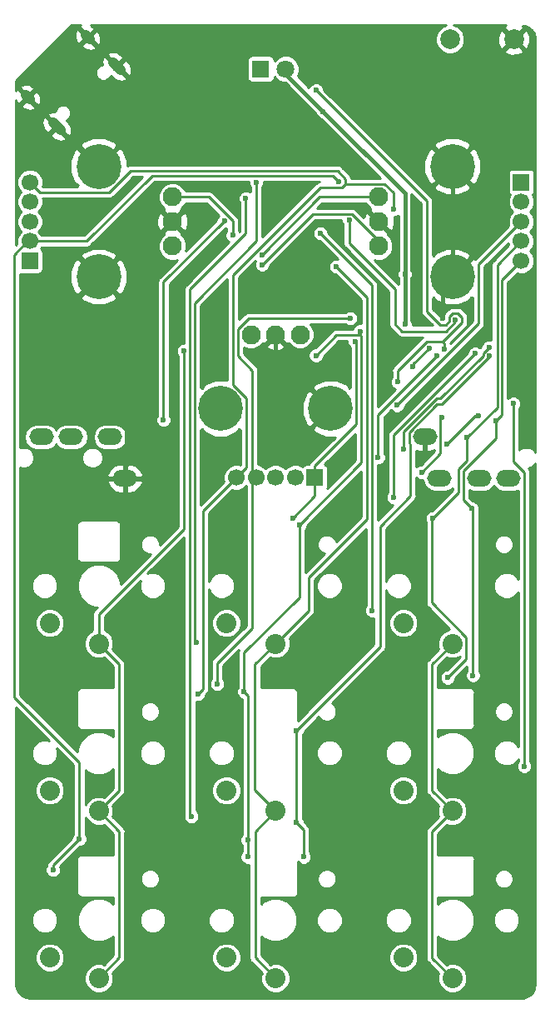
<source format=gtl>
G04 #@! TF.GenerationSoftware,KiCad,Pcbnew,5.0.2-bee76a0~70~ubuntu18.04.1*
G04 #@! TF.CreationDate,2019-12-18T01:53:03+09:00*
G04 #@! TF.ProjectId,ts9,7473392e-6b69-4636-9164-5f7063625858,rev?*
G04 #@! TF.SameCoordinates,Original*
G04 #@! TF.FileFunction,Copper,L1,Top*
G04 #@! TF.FilePolarity,Positive*
%FSLAX46Y46*%
G04 Gerber Fmt 4.6, Leading zero omitted, Abs format (unit mm)*
G04 Created by KiCad (PCBNEW 5.0.2-bee76a0~70~ubuntu18.04.1) date 2019年12月18日 01時53分03秒*
%MOMM*%
%LPD*%
G01*
G04 APERTURE LIST*
G04 #@! TA.AperFunction,ComponentPad*
%ADD10C,4.560000*%
G04 #@! TD*
G04 #@! TA.AperFunction,ComponentPad*
%ADD11C,1.950000*%
G04 #@! TD*
G04 #@! TA.AperFunction,ComponentPad*
%ADD12C,1.700000*%
G04 #@! TD*
G04 #@! TA.AperFunction,ComponentPad*
%ADD13R,1.700000X1.700000*%
G04 #@! TD*
G04 #@! TA.AperFunction,ComponentPad*
%ADD14C,2.032000*%
G04 #@! TD*
G04 #@! TA.AperFunction,ComponentPad*
%ADD15C,1.800000*%
G04 #@! TD*
G04 #@! TA.AperFunction,ComponentPad*
%ADD16R,1.800000X1.800000*%
G04 #@! TD*
G04 #@! TA.AperFunction,ComponentPad*
%ADD17C,1.000000*%
G04 #@! TD*
G04 #@! TA.AperFunction,Conductor*
%ADD18C,1.000000*%
G04 #@! TD*
G04 #@! TA.AperFunction,ComponentPad*
%ADD19O,2.500000X1.700000*%
G04 #@! TD*
G04 #@! TA.AperFunction,ComponentPad*
%ADD20C,2.000000*%
G04 #@! TD*
G04 #@! TA.AperFunction,ViaPad*
%ADD21C,0.600000*%
G04 #@! TD*
G04 #@! TA.AperFunction,Conductor*
%ADD22C,0.254000*%
G04 #@! TD*
G04 #@! TA.AperFunction,Conductor*
%ADD23C,0.381000*%
G04 #@! TD*
G04 APERTURE END LIST*
D10*
G04 #@! TO.P,S1,MH2*
G04 #@! TO.N,GND*
X37075000Y-60825000D03*
G04 #@! TO.P,S1,MH1*
X37075000Y-72025000D03*
D11*
G04 #@! TO.P,S1,C1*
X44575000Y-66425000D03*
G04 #@! TO.P,S1,B1*
G04 #@! TO.N,RE1B*
X44575000Y-63925000D03*
G04 #@! TO.P,S1,A1*
G04 #@! TO.N,RE1A*
X44575000Y-68925000D03*
D12*
G04 #@! TO.P,S1,5*
G04 #@! TO.N,LEDA1*
X30075000Y-62425000D03*
G04 #@! TO.P,S1,4*
G04 #@! TO.N,LEDA4*
X30075000Y-64425000D03*
G04 #@! TO.P,S1,3*
G04 #@! TO.N,RE1S*
X30075000Y-66425000D03*
G04 #@! TO.P,S1,2*
G04 #@! TO.N,LEDA3*
X30075000Y-68425000D03*
D13*
G04 #@! TO.P,S1,1*
G04 #@! TO.N,LEDA2*
X30075000Y-70425000D03*
G04 #@! TD*
D14*
G04 #@! TO.P,SW1,2*
G04 #@! TO.N,Net-(D5-Pad2)*
X32075000Y-107225000D03*
G04 #@! TO.P,SW1,1*
G04 #@! TO.N,COL1*
X37075000Y-109325000D03*
G04 #@! TD*
G04 #@! TO.P,SW2,2*
G04 #@! TO.N,Net-(D6-Pad2)*
X50075000Y-107225000D03*
G04 #@! TO.P,SW2,1*
G04 #@! TO.N,COL2*
X55075000Y-109325000D03*
G04 #@! TD*
G04 #@! TO.P,SW3,2*
G04 #@! TO.N,Net-(D7-Pad2)*
X68075000Y-107225000D03*
G04 #@! TO.P,SW3,1*
G04 #@! TO.N,COL3*
X73075000Y-109325000D03*
G04 #@! TD*
G04 #@! TO.P,SW4,2*
G04 #@! TO.N,Net-(D8-Pad2)*
X32075000Y-124225000D03*
G04 #@! TO.P,SW4,1*
G04 #@! TO.N,COL1*
X37075000Y-126325000D03*
G04 #@! TD*
G04 #@! TO.P,SW5,2*
G04 #@! TO.N,Net-(D9-Pad2)*
X50075000Y-124225000D03*
G04 #@! TO.P,SW5,1*
G04 #@! TO.N,COL2*
X55075000Y-126325000D03*
G04 #@! TD*
G04 #@! TO.P,SW6,2*
G04 #@! TO.N,Net-(D10-Pad2)*
X68075000Y-124225000D03*
G04 #@! TO.P,SW6,1*
G04 #@! TO.N,COL3*
X73075000Y-126325000D03*
G04 #@! TD*
G04 #@! TO.P,SW7,2*
G04 #@! TO.N,Net-(D15-Pad2)*
X32075000Y-141225000D03*
G04 #@! TO.P,SW7,1*
G04 #@! TO.N,COL1*
X37075000Y-143325000D03*
G04 #@! TD*
G04 #@! TO.P,SW8,2*
G04 #@! TO.N,Net-(D16-Pad2)*
X50075000Y-141225000D03*
G04 #@! TO.P,SW8,1*
G04 #@! TO.N,COL2*
X55075000Y-143325000D03*
G04 #@! TD*
G04 #@! TO.P,SW9,2*
G04 #@! TO.N,Net-(D17-Pad2)*
X68075000Y-141225000D03*
G04 #@! TO.P,SW9,1*
G04 #@! TO.N,COL3*
X73075000Y-143325000D03*
G04 #@! TD*
D15*
G04 #@! TO.P,D1,2*
G04 #@! TO.N,+5V*
X56115000Y-50925000D03*
D16*
G04 #@! TO.P,D1,1*
G04 #@! TO.N,Net-(D1-Pad1)*
X53575000Y-50925000D03*
G04 #@! TD*
D13*
G04 #@! TO.P,S2,1*
G04 #@! TO.N,LEDA5*
X59075000Y-92425000D03*
D12*
G04 #@! TO.P,S2,2*
G04 #@! TO.N,LEDA6*
X57075000Y-92425000D03*
G04 #@! TO.P,S2,3*
G04 #@! TO.N,RE2S*
X55075000Y-92425000D03*
G04 #@! TO.P,S2,4*
G04 #@! TO.N,LEDA7*
X53075000Y-92425000D03*
G04 #@! TO.P,S2,5*
G04 #@! TO.N,LEDA1*
X51075000Y-92425000D03*
D11*
G04 #@! TO.P,S2,A1*
G04 #@! TO.N,RE2A*
X57575000Y-77925000D03*
G04 #@! TO.P,S2,B1*
G04 #@! TO.N,RE2B*
X52575000Y-77925000D03*
G04 #@! TO.P,S2,C1*
G04 #@! TO.N,GND*
X55075000Y-77925000D03*
D10*
G04 #@! TO.P,S2,MH1*
X60675000Y-85425000D03*
G04 #@! TO.P,S2,MH2*
X49475000Y-85425000D03*
G04 #@! TD*
D13*
G04 #@! TO.P,S3,1*
G04 #@! TO.N,LEDB2*
X80075000Y-62425000D03*
D12*
G04 #@! TO.P,S3,2*
G04 #@! TO.N,LEDB3*
X80075000Y-64425000D03*
G04 #@! TO.P,S3,3*
G04 #@! TO.N,RE3S*
X80075000Y-66425000D03*
G04 #@! TO.P,S3,4*
G04 #@! TO.N,LEDB4*
X80075000Y-68425000D03*
G04 #@! TO.P,S3,5*
G04 #@! TO.N,LEDB1*
X80075000Y-70425000D03*
D11*
G04 #@! TO.P,S3,A1*
G04 #@! TO.N,RE3A*
X65575000Y-63925000D03*
G04 #@! TO.P,S3,B1*
G04 #@! TO.N,RE3B*
X65575000Y-68925000D03*
G04 #@! TO.P,S3,C1*
G04 #@! TO.N,GND*
X65575000Y-66425000D03*
D10*
G04 #@! TO.P,S3,MH1*
X73075000Y-60825000D03*
G04 #@! TO.P,S3,MH2*
X73075000Y-72025000D03*
G04 #@! TD*
D17*
G04 #@! TO.P,USB1,13*
G04 #@! TO.N,GND*
X35968179Y-47708776D03*
D18*
G04 #@! TD*
G04 #@! TO.N,GND*
G04 #@! TO.C,USB1*
X35756047Y-47496644D02*
X36180311Y-47920908D01*
D17*
G04 #@! TO.P,USB1,13*
G04 #@! TO.N,GND*
X29858776Y-53818179D03*
D18*
G04 #@! TD*
G04 #@! TO.N,GND*
G04 #@! TO.C,USB1*
X29646644Y-53606047D02*
X30070908Y-54030311D01*
D17*
G04 #@! TO.P,USB1,13*
G04 #@! TO.N,GND*
X38923885Y-50664483D03*
D18*
G04 #@! TD*
G04 #@! TO.N,GND*
G04 #@! TO.C,USB1*
X38534976Y-50275574D02*
X39312794Y-51053392D01*
D17*
G04 #@! TO.P,USB1,13*
G04 #@! TO.N,GND*
X32814483Y-56773885D03*
D18*
G04 #@! TD*
G04 #@! TO.N,GND*
G04 #@! TO.C,USB1*
X32425574Y-56384976D02*
X33203392Y-57162794D01*
D19*
G04 #@! TO.P,J1,A*
G04 #@! TO.N,GND*
X39740000Y-92525000D03*
G04 #@! TO.P,J1,D*
G04 #@! TO.N,Net-(D14-Pad1)*
X38240000Y-88325000D03*
G04 #@! TO.P,J1,C*
X34240000Y-88325000D03*
G04 #@! TO.P,J1,B*
G04 #@! TO.N,N/C*
X31240000Y-88325000D03*
G04 #@! TD*
G04 #@! TO.P,J2,B*
G04 #@! TO.N,AUFLG*
X78775000Y-92525000D03*
G04 #@! TO.P,J2,C*
G04 #@! TO.N,AUIN*
X75775000Y-92525000D03*
G04 #@! TO.P,J2,D*
G04 #@! TO.N,N/C*
X71775000Y-92525000D03*
G04 #@! TO.P,J2,A*
G04 #@! TO.N,GND*
X70275000Y-88325000D03*
G04 #@! TD*
D20*
G04 #@! TO.P,SW10,1*
G04 #@! TO.N,RESET*
X72825000Y-47925000D03*
G04 #@! TO.P,SW10,2*
G04 #@! TO.N,GND*
X79325000Y-47925000D03*
G04 #@! TD*
D21*
G04 #@! TO.N,ROW1*
X53117900Y-62418200D03*
X47022100Y-109194900D03*
G04 #@! TO.N,ROW2*
X52052600Y-64066200D03*
X46517600Y-126868800D03*
G04 #@! TO.N,COL1*
X45733200Y-79553300D03*
G04 #@! TO.N,+5V*
X59918100Y-55228300D03*
X68229300Y-76882400D03*
X68229300Y-71795200D03*
G04 #@! TO.N,COL2*
X61268000Y-71030100D03*
G04 #@! TO.N,COL3*
X59627900Y-67636400D03*
X64862900Y-105947700D03*
G04 #@! TO.N,GND*
X55075000Y-65925000D03*
X72090800Y-76280500D03*
X34075000Y-65425000D03*
X48075000Y-77425000D03*
X49075000Y-90425000D03*
X69575000Y-70425000D03*
X71075000Y-82925000D03*
X32075000Y-111425000D03*
X31075000Y-99425000D03*
X80575000Y-87925000D03*
X44075000Y-97425000D03*
X39575000Y-101925000D03*
X34575000Y-118925000D03*
X34575000Y-101925000D03*
X62575000Y-95425000D03*
X61575000Y-91425000D03*
X40575000Y-108425000D03*
X63075000Y-104425000D03*
X59075000Y-112925000D03*
X65075000Y-116425000D03*
X76575000Y-119425000D03*
X76075000Y-137425000D03*
X64075000Y-139925000D03*
X46075000Y-139925000D03*
X30575000Y-143925000D03*
X36075000Y-122925000D03*
X49075000Y-116925000D03*
X44575000Y-116925000D03*
X64575000Y-124925000D03*
X65075000Y-131425000D03*
X46075000Y-132925000D03*
X76075000Y-142925000D03*
X76075000Y-129425000D03*
X75575000Y-125425000D03*
X77575000Y-113925000D03*
X77575000Y-108425000D03*
X79075000Y-100925000D03*
X77075000Y-101925000D03*
X77575000Y-95925000D03*
X70575000Y-94425000D03*
X79575000Y-81925000D03*
X67075000Y-47425000D03*
X56075000Y-57425000D03*
X71575000Y-67425000D03*
X31575000Y-128425000D03*
X48075000Y-93425000D03*
G04 #@! TO.N,SDA*
X73388200Y-76402200D03*
X62564700Y-66287400D03*
G04 #@! TO.N,RE1B*
X50712600Y-67831200D03*
G04 #@! TO.N,RE3S*
X67442700Y-85093400D03*
G04 #@! TO.N,RE3A*
X53694000Y-69813900D03*
G04 #@! TO.N,RE3B*
X53698000Y-70806800D03*
G04 #@! TO.N,Net-(C10-Pad1)*
X65503700Y-90418500D03*
X71501200Y-80061600D03*
G04 #@! TO.N,Net-(C11-Pad1)*
X69019300Y-81130500D03*
X70699200Y-79276400D03*
G04 #@! TO.N,LEDB1*
X77528000Y-86654600D03*
X75155500Y-112553500D03*
X75028900Y-95603500D03*
G04 #@! TO.N,LEDB5*
X71997600Y-86307300D03*
X69963800Y-91904600D03*
G04 #@! TO.N,LEDB4*
X74558400Y-88395200D03*
X72571900Y-112774900D03*
X71057000Y-96599600D03*
G04 #@! TO.N,LEDA4*
X67087000Y-94450700D03*
X75392300Y-79857500D03*
G04 #@! TO.N,LEDA6*
X76783200Y-79215800D03*
X68120900Y-89555500D03*
G04 #@! TO.N,LEDA5*
X56862000Y-96544100D03*
X63157300Y-78627000D03*
G04 #@! TO.N,LEDA1*
X67088600Y-65175000D03*
X47185100Y-114437800D03*
G04 #@! TO.N,LEDA2*
X57489300Y-97232900D03*
X59182500Y-80034500D03*
X52243100Y-129284900D03*
X63655400Y-77579900D03*
X52243100Y-130985100D03*
X51872900Y-114210400D03*
G04 #@! TO.N,LEDA7*
X62663600Y-76257500D03*
X49138300Y-113451200D03*
G04 #@! TO.N,LEDA9*
X79259300Y-84932100D03*
X80355600Y-121770700D03*
G04 #@! TO.N,LEDA8*
X76840500Y-80050100D03*
X57209400Y-127503000D03*
X57928400Y-130985100D03*
X57209400Y-118142700D03*
G04 #@! TO.N,LEDA3*
X61525800Y-62333800D03*
X32429800Y-132297700D03*
X35106800Y-129150500D03*
G04 #@! TO.N,SDB*
X72225500Y-79403700D03*
X59208600Y-53102300D03*
X67491700Y-82728800D03*
G04 #@! TO.N,Net-(R8-Pad2)*
X75694400Y-86141200D03*
X72492400Y-89041000D03*
G04 #@! TO.N,AUOUT*
X49860400Y-66373000D03*
X43664900Y-86584400D03*
G04 #@! TD*
D22*
G04 #@! TO.N,ROW1*
X47022100Y-109194900D02*
X46825300Y-108998100D01*
X46825300Y-108998100D02*
X46825300Y-74717300D01*
X46825300Y-74717300D02*
X53117900Y-68424700D01*
X53117900Y-68424700D02*
X53117900Y-62418200D01*
G04 #@! TO.N,ROW2*
X46517600Y-126868800D02*
X46367700Y-126718900D01*
X46367700Y-126718900D02*
X46367700Y-73312800D01*
X46367700Y-73312800D02*
X52052600Y-67627900D01*
X52052600Y-67627900D02*
X52052600Y-64066200D01*
G04 #@! TO.N,COL1*
X45733200Y-79553300D02*
X45733200Y-97659000D01*
X45733200Y-97659000D02*
X37075000Y-106317200D01*
X37075000Y-106317200D02*
X37075000Y-109325000D01*
X37075000Y-126325000D02*
X39155500Y-124244500D01*
X39155500Y-124244500D02*
X39155500Y-111405500D01*
X39155500Y-111405500D02*
X37075000Y-109325000D01*
X37075000Y-143325000D02*
X39163500Y-141236500D01*
X39163500Y-141236500D02*
X39163500Y-128413500D01*
X39163500Y-128413500D02*
X37075000Y-126325000D01*
D23*
G04 #@! TO.N,+5V*
X56115000Y-50925000D02*
X56115000Y-51425200D01*
X56115000Y-51425200D02*
X59918100Y-55228300D01*
X68229300Y-71795200D02*
X68229300Y-63539500D01*
X68229300Y-63539500D02*
X59918100Y-55228300D01*
X68229300Y-76882400D02*
X68229300Y-71795200D01*
D22*
G04 #@! TO.N,COL2*
X55075000Y-109325000D02*
X58444500Y-105955500D01*
X58444500Y-105955500D02*
X58444500Y-102629600D01*
X58444500Y-102629600D02*
X64368800Y-96705300D01*
X64368800Y-96705300D02*
X64368800Y-74130900D01*
X64368800Y-74130900D02*
X61268000Y-71030100D01*
X55075000Y-126325000D02*
X52971700Y-124221700D01*
X52971700Y-124221700D02*
X52971700Y-111428300D01*
X52971700Y-111428300D02*
X55075000Y-109325000D01*
X55075000Y-143325000D02*
X52985200Y-141235200D01*
X52985200Y-141235200D02*
X52985200Y-128414800D01*
X52985200Y-128414800D02*
X55075000Y-126325000D01*
G04 #@! TO.N,COL3*
X64862900Y-105947700D02*
X64862900Y-72871400D01*
X64862900Y-72871400D02*
X59627900Y-67636400D01*
X73075000Y-126325000D02*
X70991400Y-124241400D01*
X70991400Y-124241400D02*
X70991400Y-111408600D01*
X70991400Y-111408600D02*
X73075000Y-109325000D01*
X73075000Y-143325000D02*
X70994400Y-141244400D01*
X70994400Y-141244400D02*
X70994400Y-128405600D01*
X70994400Y-128405600D02*
X73075000Y-126325000D01*
D23*
G04 #@! TO.N,GND*
X55075000Y-77925000D02*
X55075000Y-79825000D01*
X55075000Y-79825000D02*
X60675000Y-85425000D01*
X72090800Y-76280500D02*
X72090800Y-73009200D01*
X72090800Y-73009200D02*
X73075000Y-72025000D01*
X73075000Y-60825000D02*
X73075000Y-72025000D01*
X39740000Y-92525000D02*
X39740000Y-91281000D01*
X39740000Y-91281000D02*
X39894800Y-91126200D01*
X39894800Y-91126200D02*
X39894800Y-74844800D01*
X39894800Y-74844800D02*
X37075000Y-72025000D01*
X37075000Y-60825000D02*
X36865600Y-60825000D01*
X36865600Y-60825000D02*
X32814500Y-56773900D01*
X29858800Y-53818200D02*
X32814500Y-56773900D01*
X35968200Y-47708800D02*
X38923900Y-50664500D01*
D22*
G04 #@! TO.N,SDA*
X62564700Y-66287400D02*
X62564700Y-68628700D01*
X62564700Y-68628700D02*
X67210900Y-73274900D01*
X67210900Y-73274900D02*
X67210900Y-76850800D01*
X67210900Y-76850800D02*
X67943300Y-77583200D01*
X67943300Y-77583200D02*
X72400600Y-77583200D01*
X72400600Y-77583200D02*
X73388200Y-76595600D01*
X73388200Y-76595600D02*
X73388200Y-76402200D01*
G04 #@! TO.N,RE1B*
X50712600Y-67831200D02*
X50712600Y-66333500D01*
X50712600Y-66333500D02*
X48304100Y-63925000D01*
X48304100Y-63925000D02*
X44575000Y-63925000D01*
G04 #@! TO.N,RE3S*
X80075000Y-66425000D02*
X75735100Y-70764900D01*
X75735100Y-70764900D02*
X75735100Y-76801000D01*
X75735100Y-76801000D02*
X67442700Y-85093400D01*
G04 #@! TO.N,RE3A*
X65575000Y-63925000D02*
X59582900Y-63925000D01*
X59582900Y-63925000D02*
X53694000Y-69813900D01*
G04 #@! TO.N,RE3B*
X65575000Y-68925000D02*
X65575000Y-68406000D01*
X65575000Y-68406000D02*
X62825900Y-65656900D01*
X62825900Y-65656900D02*
X58847900Y-65656900D01*
X58847900Y-65656900D02*
X53698000Y-70806800D01*
G04 #@! TO.N,Net-(C10-Pad1)*
X71501200Y-80061600D02*
X65503700Y-86059100D01*
X65503700Y-86059100D02*
X65503700Y-90418500D01*
G04 #@! TO.N,Net-(C11-Pad1)*
X70699200Y-79276400D02*
X69019300Y-80956300D01*
X69019300Y-80956300D02*
X69019300Y-81130500D01*
G04 #@! TO.N,LEDB1*
X75028900Y-95603500D02*
X74184800Y-94759400D01*
X74184800Y-94759400D02*
X74184800Y-91778300D01*
X74184800Y-91778300D02*
X77528000Y-88435100D01*
X77528000Y-88435100D02*
X77528000Y-86654600D01*
X77528000Y-86654600D02*
X78094900Y-86087700D01*
X78094900Y-86087700D02*
X78094900Y-72405100D01*
X78094900Y-72405100D02*
X80075000Y-70425000D01*
X75028900Y-95603500D02*
X75155500Y-95730100D01*
X75155500Y-95730100D02*
X75155500Y-112553500D01*
G04 #@! TO.N,LEDB5*
X71997600Y-86307300D02*
X71861900Y-86443000D01*
X71861900Y-86443000D02*
X71861900Y-90006500D01*
X71861900Y-90006500D02*
X69963800Y-91904600D01*
G04 #@! TO.N,LEDB4*
X71057000Y-96599600D02*
X73703300Y-93953300D01*
X73703300Y-93953300D02*
X73703300Y-91612600D01*
X73703300Y-91612600D02*
X74558400Y-90757500D01*
X74558400Y-90757500D02*
X74558400Y-88395200D01*
X80075000Y-68425000D02*
X77637300Y-70862700D01*
X77637300Y-70862700D02*
X77637300Y-85316300D01*
X77637300Y-85316300D02*
X74558400Y-88395200D01*
X72571900Y-112774900D02*
X74473300Y-110873500D01*
X74473300Y-110873500D02*
X74473300Y-108652400D01*
X74473300Y-108652400D02*
X70994400Y-105173500D01*
X70994400Y-105173500D02*
X70994400Y-96662200D01*
X70994400Y-96662200D02*
X71057000Y-96599600D01*
G04 #@! TO.N,LEDA4*
X75392300Y-79857500D02*
X75358700Y-79857500D01*
X75358700Y-79857500D02*
X67087000Y-88129200D01*
X67087000Y-88129200D02*
X67087000Y-94450700D01*
G04 #@! TO.N,LEDA6*
X76783200Y-79215800D02*
X76210000Y-79789000D01*
X76210000Y-79789000D02*
X76210000Y-80044600D01*
X76210000Y-80044600D02*
X71852700Y-84401900D01*
X71852700Y-84401900D02*
X71461300Y-84401900D01*
X71461300Y-84401900D02*
X68120900Y-87742300D01*
X68120900Y-87742300D02*
X68120900Y-89555500D01*
G04 #@! TO.N,LEDA5*
X59075000Y-92425000D02*
X59075000Y-94331100D01*
X59075000Y-94331100D02*
X56862000Y-96544100D01*
X59075000Y-92097900D02*
X59075000Y-92425000D01*
X59075000Y-92097900D02*
X59075000Y-91244500D01*
X59075000Y-91244500D02*
X63285600Y-87033900D01*
X63285600Y-87033900D02*
X63285600Y-78755300D01*
X63285600Y-78755300D02*
X63157300Y-78627000D01*
G04 #@! TO.N,LEDA1*
X62190800Y-62611500D02*
X66182000Y-62611500D01*
X66182000Y-62611500D02*
X67088600Y-63518100D01*
X67088600Y-63518100D02*
X67088600Y-65175000D01*
X51075000Y-92425000D02*
X52097900Y-91402100D01*
X52097900Y-91402100D02*
X52097900Y-84347700D01*
X52097900Y-84347700D02*
X50761100Y-83010900D01*
X50761100Y-83010900D02*
X50761100Y-71820500D01*
X50761100Y-71820500D02*
X59617300Y-62964300D01*
X59617300Y-62964300D02*
X61838000Y-62964300D01*
X61838000Y-62964300D02*
X62190800Y-62611500D01*
X62190800Y-62611500D02*
X62190800Y-62105700D01*
X62190800Y-62105700D02*
X61375300Y-61290200D01*
X61375300Y-61290200D02*
X40323100Y-61290200D01*
X40323100Y-61290200D02*
X38128300Y-63485000D01*
X38128300Y-63485000D02*
X31135000Y-63485000D01*
X31135000Y-63485000D02*
X30075000Y-62425000D01*
X51075000Y-92425000D02*
X47676400Y-95823600D01*
X47676400Y-95823600D02*
X47676400Y-113946500D01*
X47676400Y-113946500D02*
X47185100Y-114437800D01*
G04 #@! TO.N,LEDA2*
X57489300Y-97232900D02*
X63787800Y-90934400D01*
X63787800Y-90934400D02*
X63787800Y-78084400D01*
X63787800Y-78084400D02*
X63655400Y-77952000D01*
X59182500Y-80034500D02*
X61265000Y-77952000D01*
X61265000Y-77952000D02*
X63655400Y-77952000D01*
X63655400Y-77952000D02*
X63655400Y-77579900D01*
X51872900Y-114210400D02*
X51872900Y-110211700D01*
X51872900Y-110211700D02*
X57489300Y-104595300D01*
X57489300Y-104595300D02*
X57489300Y-97232900D01*
X52243100Y-129284900D02*
X52243100Y-114580600D01*
X52243100Y-114580600D02*
X51872900Y-114210400D01*
X52243100Y-129284900D02*
X52243100Y-130985100D01*
G04 #@! TO.N,LEDA7*
X52700800Y-92425000D02*
X52700800Y-81563200D01*
X52700800Y-81563200D02*
X51218700Y-80081100D01*
X51218700Y-80081100D02*
X51218700Y-77376600D01*
X51218700Y-77376600D02*
X52337800Y-76257500D01*
X52337800Y-76257500D02*
X62663600Y-76257500D01*
X49138300Y-113451200D02*
X49138300Y-111282700D01*
X49138300Y-111282700D02*
X52700800Y-107720200D01*
X52700800Y-107720200D02*
X52700800Y-92425000D01*
X53075000Y-92425000D02*
X52700800Y-92425000D01*
G04 #@! TO.N,LEDA9*
X80355600Y-121770700D02*
X80355600Y-91893600D01*
X80355600Y-91893600D02*
X79259300Y-90797300D01*
X79259300Y-90797300D02*
X79259300Y-84932100D01*
G04 #@! TO.N,LEDA8*
X57209400Y-118142700D02*
X65695200Y-109656900D01*
X65695200Y-109656900D02*
X65695200Y-97393800D01*
X65695200Y-97393800D02*
X68793600Y-94295400D01*
X68793600Y-94295400D02*
X68793600Y-89082500D01*
X68793600Y-89082500D02*
X68690100Y-88979000D01*
X68690100Y-88979000D02*
X68690100Y-87820100D01*
X68690100Y-87820100D02*
X71489000Y-85021200D01*
X71489000Y-85021200D02*
X72002700Y-85021200D01*
X72002700Y-85021200D02*
X76840500Y-80183400D01*
X76840500Y-80183400D02*
X76840500Y-80050100D01*
X57209400Y-127503000D02*
X57209400Y-118142700D01*
X57209400Y-127503000D02*
X57928400Y-128222000D01*
X57928400Y-128222000D02*
X57928400Y-130985100D01*
G04 #@! TO.N,LEDA3*
X30075000Y-68425000D02*
X35829900Y-68425000D01*
X35829900Y-68425000D02*
X42506400Y-61748500D01*
X42506400Y-61748500D02*
X60940500Y-61748500D01*
X60940500Y-61748500D02*
X61525800Y-62333800D01*
X35106800Y-129150500D02*
X35106800Y-121386400D01*
X35106800Y-121386400D02*
X28494300Y-114773900D01*
X28494300Y-114773900D02*
X28494300Y-69795600D01*
X28494300Y-69795600D02*
X29864900Y-68425000D01*
X29864900Y-68425000D02*
X30075000Y-68425000D01*
X35106800Y-129150500D02*
X32429800Y-131827500D01*
X32429800Y-131827500D02*
X32429800Y-132297700D01*
G04 #@! TO.N,SDB*
X72083600Y-78657700D02*
X72225500Y-78799600D01*
X72225500Y-78799600D02*
X72225500Y-79403700D01*
X67491700Y-82728800D02*
X67491700Y-81586900D01*
X67491700Y-81586900D02*
X70468200Y-78610400D01*
X70468200Y-78610400D02*
X72036300Y-78610400D01*
X72036300Y-78610400D02*
X72083600Y-78657700D01*
X72083600Y-78657700D02*
X74020400Y-76720900D01*
X74020400Y-76720900D02*
X74020400Y-76134800D01*
X74020400Y-76134800D02*
X73633000Y-75747400D01*
X73633000Y-75747400D02*
X73076400Y-75747400D01*
X73076400Y-75747400D02*
X72737300Y-76086500D01*
X72737300Y-76086500D02*
X72737300Y-76549700D01*
X72737300Y-76549700D02*
X72375900Y-76911100D01*
X72375900Y-76911100D02*
X71825400Y-76911100D01*
X71825400Y-76911100D02*
X70464400Y-75550100D01*
X70464400Y-75550100D02*
X70464400Y-64358100D01*
X70464400Y-64358100D02*
X59208600Y-53102300D01*
G04 #@! TO.N,Net-(R8-Pad2)*
X75694400Y-86141200D02*
X75392200Y-86141200D01*
X75392200Y-86141200D02*
X72492400Y-89041000D01*
G04 #@! TO.N,AUOUT*
X49860400Y-66373000D02*
X43664900Y-72568500D01*
X43664900Y-72568500D02*
X43664900Y-86584400D01*
G04 #@! TD*
G04 #@! TO.N,GND*
G36*
X81517401Y-143776281D02*
X81499336Y-143835368D01*
X81498284Y-143842408D01*
X81429723Y-144321150D01*
X81264085Y-144685451D01*
X81002856Y-144988622D01*
X80667039Y-145206288D01*
X80264327Y-145326724D01*
X80031825Y-145344002D01*
X79925402Y-145367400D01*
X30114721Y-145367400D01*
X29671765Y-145303964D01*
X29300942Y-145135361D01*
X28992347Y-144869458D01*
X28770785Y-144527629D01*
X28648546Y-144118891D01*
X28632600Y-143904307D01*
X28632600Y-140926910D01*
X30576400Y-140926910D01*
X30576400Y-141523090D01*
X30804549Y-142073889D01*
X31226111Y-142495451D01*
X31776910Y-142723600D01*
X32373090Y-142723600D01*
X32923889Y-142495451D01*
X33345451Y-142073889D01*
X33573600Y-141523090D01*
X33573600Y-140926910D01*
X33345451Y-140376111D01*
X32923889Y-139954549D01*
X32373090Y-139726400D01*
X31776910Y-139726400D01*
X31226111Y-139954549D01*
X30804549Y-140376111D01*
X30576400Y-140926910D01*
X28632600Y-140926910D01*
X28632600Y-137159750D01*
X30241500Y-137159750D01*
X30241500Y-137690250D01*
X30444513Y-138180367D01*
X30819633Y-138555487D01*
X31309750Y-138758500D01*
X31840250Y-138758500D01*
X32330367Y-138555487D01*
X32705487Y-138180367D01*
X32908500Y-137690250D01*
X32908500Y-137159750D01*
X32705487Y-136669633D01*
X32330367Y-136294513D01*
X31840250Y-136091500D01*
X31309750Y-136091500D01*
X30819633Y-136294513D01*
X30444513Y-136669633D01*
X30241500Y-137159750D01*
X28632600Y-137159750D01*
X28632600Y-123926910D01*
X30576400Y-123926910D01*
X30576400Y-124523090D01*
X30804549Y-125073889D01*
X31226111Y-125495451D01*
X31776910Y-125723600D01*
X32373090Y-125723600D01*
X32923889Y-125495451D01*
X33345451Y-125073889D01*
X33573600Y-124523090D01*
X33573600Y-123926910D01*
X33345451Y-123376111D01*
X32923889Y-122954549D01*
X32373090Y-122726400D01*
X31776910Y-122726400D01*
X31226111Y-122954549D01*
X30804549Y-123376111D01*
X30576400Y-123926910D01*
X28632600Y-123926910D01*
X28632600Y-115774303D01*
X32027257Y-119168961D01*
X31840250Y-119091500D01*
X31309750Y-119091500D01*
X30819633Y-119294513D01*
X30444513Y-119669633D01*
X30241500Y-120159750D01*
X30241500Y-120690250D01*
X30444513Y-121180367D01*
X30819633Y-121555487D01*
X31309750Y-121758500D01*
X31840250Y-121758500D01*
X32330367Y-121555487D01*
X32705487Y-121180367D01*
X32908500Y-120690250D01*
X32908500Y-120159750D01*
X32831039Y-119972743D01*
X34497201Y-121638905D01*
X34497200Y-128653337D01*
X34443344Y-128707193D01*
X34324200Y-128994831D01*
X34324200Y-129070995D01*
X32041206Y-131353991D01*
X31990303Y-131388003D01*
X31875827Y-131559330D01*
X31855570Y-131589647D01*
X31811988Y-131808749D01*
X31766344Y-131854393D01*
X31647200Y-132142031D01*
X31647200Y-132453369D01*
X31766344Y-132741007D01*
X31986493Y-132961156D01*
X32274131Y-133080300D01*
X32585469Y-133080300D01*
X32873107Y-132961156D01*
X33093256Y-132741007D01*
X33212400Y-132453369D01*
X33212400Y-132142031D01*
X33143562Y-131975841D01*
X35186305Y-129933100D01*
X35262469Y-129933100D01*
X35550107Y-129813956D01*
X35770256Y-129593807D01*
X35889400Y-129306169D01*
X35889400Y-128994831D01*
X35770256Y-128707193D01*
X35716400Y-128653337D01*
X35716400Y-126961079D01*
X35804549Y-127173889D01*
X36226111Y-127595451D01*
X36776910Y-127823600D01*
X37373090Y-127823600D01*
X37612379Y-127724483D01*
X38553901Y-128666005D01*
X38553901Y-130767400D01*
X35374991Y-130767400D01*
X35325000Y-130757456D01*
X35275008Y-130767400D01*
X35126944Y-130796852D01*
X34959041Y-130909041D01*
X34846852Y-131076944D01*
X34807456Y-131275000D01*
X34817400Y-131324992D01*
X34817401Y-134525004D01*
X34807456Y-134575000D01*
X34846852Y-134773056D01*
X34959041Y-134940959D01*
X35126944Y-135053148D01*
X35275008Y-135082600D01*
X35275009Y-135082600D01*
X35325000Y-135092544D01*
X35374992Y-135082600D01*
X38553900Y-135082600D01*
X38553900Y-135796731D01*
X38319557Y-135562388D01*
X37512030Y-135227900D01*
X36637970Y-135227900D01*
X35830443Y-135562388D01*
X35212388Y-136180443D01*
X34877900Y-136987970D01*
X34877900Y-137862030D01*
X35212388Y-138669557D01*
X35830443Y-139287612D01*
X36637970Y-139622100D01*
X37512030Y-139622100D01*
X38319557Y-139287612D01*
X38553900Y-139053269D01*
X38553900Y-140983996D01*
X37612379Y-141925517D01*
X37373090Y-141826400D01*
X36776910Y-141826400D01*
X36226111Y-142054549D01*
X35804549Y-142476111D01*
X35576400Y-143026910D01*
X35576400Y-143623090D01*
X35804549Y-144173889D01*
X36226111Y-144595451D01*
X36776910Y-144823600D01*
X37373090Y-144823600D01*
X37923889Y-144595451D01*
X38345451Y-144173889D01*
X38573600Y-143623090D01*
X38573600Y-143026910D01*
X38474483Y-142787621D01*
X39552097Y-141710007D01*
X39602997Y-141675997D01*
X39737730Y-141474354D01*
X39773100Y-141296537D01*
X39773100Y-141296536D01*
X39785042Y-141236501D01*
X39773100Y-141176464D01*
X39773100Y-140926910D01*
X48576400Y-140926910D01*
X48576400Y-141523090D01*
X48804549Y-142073889D01*
X49226111Y-142495451D01*
X49776910Y-142723600D01*
X50373090Y-142723600D01*
X50923889Y-142495451D01*
X51345451Y-142073889D01*
X51573600Y-141523090D01*
X51573600Y-140926910D01*
X51345451Y-140376111D01*
X50923889Y-139954549D01*
X50373090Y-139726400D01*
X49776910Y-139726400D01*
X49226111Y-139954549D01*
X48804549Y-140376111D01*
X48576400Y-140926910D01*
X39773100Y-140926910D01*
X39773100Y-137159750D01*
X41241500Y-137159750D01*
X41241500Y-137690250D01*
X41444513Y-138180367D01*
X41819633Y-138555487D01*
X42309750Y-138758500D01*
X42840250Y-138758500D01*
X43330367Y-138555487D01*
X43705487Y-138180367D01*
X43908500Y-137690250D01*
X43908500Y-137159750D01*
X48241500Y-137159750D01*
X48241500Y-137690250D01*
X48444513Y-138180367D01*
X48819633Y-138555487D01*
X49309750Y-138758500D01*
X49840250Y-138758500D01*
X50330367Y-138555487D01*
X50705487Y-138180367D01*
X50908500Y-137690250D01*
X50908500Y-137159750D01*
X50705487Y-136669633D01*
X50330367Y-136294513D01*
X49840250Y-136091500D01*
X49309750Y-136091500D01*
X48819633Y-136294513D01*
X48444513Y-136669633D01*
X48241500Y-137159750D01*
X43908500Y-137159750D01*
X43705487Y-136669633D01*
X43330367Y-136294513D01*
X42840250Y-136091500D01*
X42309750Y-136091500D01*
X41819633Y-136294513D01*
X41444513Y-136669633D01*
X41241500Y-137159750D01*
X39773100Y-137159750D01*
X39773100Y-133030484D01*
X41317100Y-133030484D01*
X41317100Y-133419516D01*
X41465977Y-133778936D01*
X41741064Y-134054023D01*
X42100484Y-134202900D01*
X42489516Y-134202900D01*
X42848936Y-134054023D01*
X43124023Y-133778936D01*
X43272900Y-133419516D01*
X43272900Y-133030484D01*
X43124023Y-132671064D01*
X42848936Y-132395977D01*
X42489516Y-132247100D01*
X42100484Y-132247100D01*
X41741064Y-132395977D01*
X41465977Y-132671064D01*
X41317100Y-133030484D01*
X39773100Y-133030484D01*
X39773100Y-128473536D01*
X39785042Y-128413499D01*
X39737730Y-128175646D01*
X39728587Y-128161963D01*
X39602997Y-127974003D01*
X39552096Y-127939992D01*
X38474483Y-126862379D01*
X38573600Y-126623090D01*
X38573600Y-126026910D01*
X38474483Y-125787621D01*
X39544097Y-124718007D01*
X39594997Y-124683997D01*
X39729730Y-124482354D01*
X39765100Y-124304537D01*
X39765100Y-124304536D01*
X39777042Y-124244501D01*
X39765100Y-124184466D01*
X39765100Y-120159750D01*
X41241500Y-120159750D01*
X41241500Y-120690250D01*
X41444513Y-121180367D01*
X41819633Y-121555487D01*
X42309750Y-121758500D01*
X42840250Y-121758500D01*
X43330367Y-121555487D01*
X43705487Y-121180367D01*
X43908500Y-120690250D01*
X43908500Y-120159750D01*
X43705487Y-119669633D01*
X43330367Y-119294513D01*
X42840250Y-119091500D01*
X42309750Y-119091500D01*
X41819633Y-119294513D01*
X41444513Y-119669633D01*
X41241500Y-120159750D01*
X39765100Y-120159750D01*
X39765100Y-116030484D01*
X41317100Y-116030484D01*
X41317100Y-116419516D01*
X41465977Y-116778936D01*
X41741064Y-117054023D01*
X42100484Y-117202900D01*
X42489516Y-117202900D01*
X42848936Y-117054023D01*
X43124023Y-116778936D01*
X43272900Y-116419516D01*
X43272900Y-116030484D01*
X43124023Y-115671064D01*
X42848936Y-115395977D01*
X42489516Y-115247100D01*
X42100484Y-115247100D01*
X41741064Y-115395977D01*
X41465977Y-115671064D01*
X41317100Y-116030484D01*
X39765100Y-116030484D01*
X39765100Y-111465534D01*
X39777042Y-111405499D01*
X39758642Y-111312997D01*
X39729730Y-111167646D01*
X39594997Y-110966003D01*
X39544096Y-110931992D01*
X38474483Y-109862379D01*
X38573600Y-109623090D01*
X38573600Y-109026910D01*
X38345451Y-108476111D01*
X37923889Y-108054549D01*
X37684600Y-107955432D01*
X37684600Y-106569703D01*
X41345407Y-102908897D01*
X41241500Y-103159750D01*
X41241500Y-103690250D01*
X41444513Y-104180367D01*
X41819633Y-104555487D01*
X42309750Y-104758500D01*
X42840250Y-104758500D01*
X43330367Y-104555487D01*
X43705487Y-104180367D01*
X43908500Y-103690250D01*
X43908500Y-103159750D01*
X43705487Y-102669633D01*
X43330367Y-102294513D01*
X42840250Y-102091500D01*
X42309750Y-102091500D01*
X42058897Y-102195407D01*
X45758101Y-98496203D01*
X45758100Y-126657363D01*
X45735000Y-126713131D01*
X45735000Y-127024469D01*
X45854144Y-127312107D01*
X46074293Y-127532256D01*
X46361931Y-127651400D01*
X46673269Y-127651400D01*
X46960907Y-127532256D01*
X47181056Y-127312107D01*
X47300200Y-127024469D01*
X47300200Y-126713131D01*
X47181056Y-126425493D01*
X46977300Y-126221737D01*
X46977300Y-123926910D01*
X48576400Y-123926910D01*
X48576400Y-124523090D01*
X48804549Y-125073889D01*
X49226111Y-125495451D01*
X49776910Y-125723600D01*
X50373090Y-125723600D01*
X50923889Y-125495451D01*
X51345451Y-125073889D01*
X51573600Y-124523090D01*
X51573600Y-123926910D01*
X51345451Y-123376111D01*
X50923889Y-122954549D01*
X50373090Y-122726400D01*
X49776910Y-122726400D01*
X49226111Y-122954549D01*
X48804549Y-123376111D01*
X48576400Y-123926910D01*
X46977300Y-123926910D01*
X46977300Y-120159750D01*
X48241500Y-120159750D01*
X48241500Y-120690250D01*
X48444513Y-121180367D01*
X48819633Y-121555487D01*
X49309750Y-121758500D01*
X49840250Y-121758500D01*
X50330367Y-121555487D01*
X50705487Y-121180367D01*
X50908500Y-120690250D01*
X50908500Y-120159750D01*
X50705487Y-119669633D01*
X50330367Y-119294513D01*
X49840250Y-119091500D01*
X49309750Y-119091500D01*
X48819633Y-119294513D01*
X48444513Y-119669633D01*
X48241500Y-120159750D01*
X46977300Y-120159750D01*
X46977300Y-115198807D01*
X47029431Y-115220400D01*
X47340769Y-115220400D01*
X47628407Y-115101256D01*
X47848556Y-114881107D01*
X47967700Y-114593469D01*
X47967700Y-114517304D01*
X48064996Y-114420008D01*
X48115897Y-114385997D01*
X48250630Y-114184354D01*
X48286000Y-114006537D01*
X48297942Y-113946501D01*
X48286000Y-113886464D01*
X48286000Y-106926910D01*
X48576400Y-106926910D01*
X48576400Y-107523090D01*
X48804549Y-108073889D01*
X49226111Y-108495451D01*
X49776910Y-108723600D01*
X50373090Y-108723600D01*
X50923889Y-108495451D01*
X51345451Y-108073889D01*
X51573600Y-107523090D01*
X51573600Y-106926910D01*
X51345451Y-106376111D01*
X50923889Y-105954549D01*
X50373090Y-105726400D01*
X49776910Y-105726400D01*
X49226111Y-105954549D01*
X48804549Y-106376111D01*
X48576400Y-106926910D01*
X48286000Y-106926910D01*
X48286000Y-103797683D01*
X48444513Y-104180367D01*
X48819633Y-104555487D01*
X49309750Y-104758500D01*
X49840250Y-104758500D01*
X50330367Y-104555487D01*
X50705487Y-104180367D01*
X50908500Y-103690250D01*
X50908500Y-103159750D01*
X50705487Y-102669633D01*
X50330367Y-102294513D01*
X49840250Y-102091500D01*
X49309750Y-102091500D01*
X48819633Y-102294513D01*
X48444513Y-102669633D01*
X48286000Y-103052317D01*
X48286000Y-96076103D01*
X50664671Y-93697432D01*
X50809929Y-93757600D01*
X51340071Y-93757600D01*
X51829857Y-93554724D01*
X52075000Y-93309581D01*
X52091201Y-93325782D01*
X52091200Y-107467696D01*
X48749704Y-110809193D01*
X48698804Y-110843203D01*
X48616752Y-110966003D01*
X48564070Y-111044847D01*
X48516758Y-111282700D01*
X48528701Y-111342741D01*
X48528700Y-112954037D01*
X48474844Y-113007893D01*
X48355700Y-113295531D01*
X48355700Y-113606869D01*
X48474844Y-113894507D01*
X48694993Y-114114656D01*
X48982631Y-114233800D01*
X49293969Y-114233800D01*
X49581607Y-114114656D01*
X49801756Y-113894507D01*
X49920900Y-113606869D01*
X49920900Y-113295531D01*
X49801756Y-113007893D01*
X49747900Y-112954037D01*
X49747900Y-111535203D01*
X51296041Y-109987062D01*
X51251358Y-110211700D01*
X51263301Y-110271741D01*
X51263300Y-113713237D01*
X51209444Y-113767093D01*
X51090300Y-114054731D01*
X51090300Y-114366069D01*
X51209444Y-114653707D01*
X51429593Y-114873856D01*
X51633501Y-114958318D01*
X51633500Y-128787737D01*
X51579644Y-128841593D01*
X51460500Y-129129231D01*
X51460500Y-129440569D01*
X51579644Y-129728207D01*
X51633500Y-129782063D01*
X51633501Y-130487936D01*
X51579644Y-130541793D01*
X51460500Y-130829431D01*
X51460500Y-131140769D01*
X51579644Y-131428407D01*
X51799793Y-131648556D01*
X52087431Y-131767700D01*
X52375601Y-131767700D01*
X52375600Y-141175164D01*
X52363658Y-141235200D01*
X52375600Y-141295236D01*
X52410970Y-141473053D01*
X52545703Y-141674697D01*
X52596606Y-141708709D01*
X53675517Y-142787621D01*
X53576400Y-143026910D01*
X53576400Y-143623090D01*
X53804549Y-144173889D01*
X54226111Y-144595451D01*
X54776910Y-144823600D01*
X55373090Y-144823600D01*
X55923889Y-144595451D01*
X56345451Y-144173889D01*
X56573600Y-143623090D01*
X56573600Y-143026910D01*
X56345451Y-142476111D01*
X55923889Y-142054549D01*
X55373090Y-141826400D01*
X54776910Y-141826400D01*
X54537621Y-141925517D01*
X53594800Y-140982697D01*
X53594800Y-140926910D01*
X66576400Y-140926910D01*
X66576400Y-141523090D01*
X66804549Y-142073889D01*
X67226111Y-142495451D01*
X67776910Y-142723600D01*
X68373090Y-142723600D01*
X68923889Y-142495451D01*
X69345451Y-142073889D01*
X69573600Y-141523090D01*
X69573600Y-140926910D01*
X69345451Y-140376111D01*
X68923889Y-139954549D01*
X68373090Y-139726400D01*
X67776910Y-139726400D01*
X67226111Y-139954549D01*
X66804549Y-140376111D01*
X66576400Y-140926910D01*
X53594800Y-140926910D01*
X53594800Y-139051969D01*
X53830443Y-139287612D01*
X54637970Y-139622100D01*
X55512030Y-139622100D01*
X56319557Y-139287612D01*
X56937612Y-138669557D01*
X57272100Y-137862030D01*
X57272100Y-137159750D01*
X59241500Y-137159750D01*
X59241500Y-137690250D01*
X59444513Y-138180367D01*
X59819633Y-138555487D01*
X60309750Y-138758500D01*
X60840250Y-138758500D01*
X61330367Y-138555487D01*
X61705487Y-138180367D01*
X61908500Y-137690250D01*
X61908500Y-137159750D01*
X66241500Y-137159750D01*
X66241500Y-137690250D01*
X66444513Y-138180367D01*
X66819633Y-138555487D01*
X67309750Y-138758500D01*
X67840250Y-138758500D01*
X68330367Y-138555487D01*
X68705487Y-138180367D01*
X68908500Y-137690250D01*
X68908500Y-137159750D01*
X68705487Y-136669633D01*
X68330367Y-136294513D01*
X67840250Y-136091500D01*
X67309750Y-136091500D01*
X66819633Y-136294513D01*
X66444513Y-136669633D01*
X66241500Y-137159750D01*
X61908500Y-137159750D01*
X61705487Y-136669633D01*
X61330367Y-136294513D01*
X60840250Y-136091500D01*
X60309750Y-136091500D01*
X59819633Y-136294513D01*
X59444513Y-136669633D01*
X59241500Y-137159750D01*
X57272100Y-137159750D01*
X57272100Y-136987970D01*
X56937612Y-136180443D01*
X56319557Y-135562388D01*
X55512030Y-135227900D01*
X54637970Y-135227900D01*
X53830443Y-135562388D01*
X53594800Y-135798031D01*
X53594800Y-135120600D01*
X56775009Y-135120600D01*
X56825000Y-135130544D01*
X57023056Y-135091148D01*
X57190959Y-134978959D01*
X57303148Y-134811056D01*
X57332600Y-134662992D01*
X57342544Y-134613000D01*
X57332600Y-134563008D01*
X57332600Y-133030484D01*
X59317100Y-133030484D01*
X59317100Y-133419516D01*
X59465977Y-133778936D01*
X59741064Y-134054023D01*
X60100484Y-134202900D01*
X60489516Y-134202900D01*
X60848936Y-134054023D01*
X61124023Y-133778936D01*
X61272900Y-133419516D01*
X61272900Y-133030484D01*
X61124023Y-132671064D01*
X60848936Y-132395977D01*
X60489516Y-132247100D01*
X60100484Y-132247100D01*
X59741064Y-132395977D01*
X59465977Y-132671064D01*
X59317100Y-133030484D01*
X57332600Y-133030484D01*
X57332600Y-131496063D01*
X57485093Y-131648556D01*
X57772731Y-131767700D01*
X58084069Y-131767700D01*
X58371707Y-131648556D01*
X58591856Y-131428407D01*
X58711000Y-131140769D01*
X58711000Y-130829431D01*
X58591856Y-130541793D01*
X58538000Y-130487937D01*
X58538000Y-128282037D01*
X58549942Y-128222000D01*
X58530557Y-128124542D01*
X58502630Y-127984146D01*
X58367897Y-127782503D01*
X58316999Y-127748495D01*
X57992000Y-127423496D01*
X57992000Y-127347331D01*
X57872856Y-127059693D01*
X57819000Y-127005837D01*
X57819000Y-123926910D01*
X66576400Y-123926910D01*
X66576400Y-124523090D01*
X66804549Y-125073889D01*
X67226111Y-125495451D01*
X67776910Y-125723600D01*
X68373090Y-125723600D01*
X68923889Y-125495451D01*
X69345451Y-125073889D01*
X69573600Y-124523090D01*
X69573600Y-123926910D01*
X69345451Y-123376111D01*
X68923889Y-122954549D01*
X68373090Y-122726400D01*
X67776910Y-122726400D01*
X67226111Y-122954549D01*
X66804549Y-123376111D01*
X66576400Y-123926910D01*
X57819000Y-123926910D01*
X57819000Y-120159750D01*
X59241500Y-120159750D01*
X59241500Y-120690250D01*
X59444513Y-121180367D01*
X59819633Y-121555487D01*
X60309750Y-121758500D01*
X60840250Y-121758500D01*
X61330367Y-121555487D01*
X61705487Y-121180367D01*
X61908500Y-120690250D01*
X61908500Y-120159750D01*
X66241500Y-120159750D01*
X66241500Y-120690250D01*
X66444513Y-121180367D01*
X66819633Y-121555487D01*
X67309750Y-121758500D01*
X67840250Y-121758500D01*
X68330367Y-121555487D01*
X68705487Y-121180367D01*
X68908500Y-120690250D01*
X68908500Y-120159750D01*
X68705487Y-119669633D01*
X68330367Y-119294513D01*
X67840250Y-119091500D01*
X67309750Y-119091500D01*
X66819633Y-119294513D01*
X66444513Y-119669633D01*
X66241500Y-120159750D01*
X61908500Y-120159750D01*
X61705487Y-119669633D01*
X61330367Y-119294513D01*
X60840250Y-119091500D01*
X60309750Y-119091500D01*
X59819633Y-119294513D01*
X59444513Y-119669633D01*
X59241500Y-120159750D01*
X57819000Y-120159750D01*
X57819000Y-118639863D01*
X57872856Y-118586007D01*
X57992000Y-118298369D01*
X57992000Y-118222203D01*
X59456982Y-116757221D01*
X59465977Y-116778936D01*
X59741064Y-117054023D01*
X60100484Y-117202900D01*
X60489516Y-117202900D01*
X60848936Y-117054023D01*
X61124023Y-116778936D01*
X61272900Y-116419516D01*
X61272900Y-116030484D01*
X61124023Y-115671064D01*
X60848936Y-115395977D01*
X60827221Y-115386982D01*
X66083800Y-110130405D01*
X66134697Y-110096397D01*
X66269430Y-109894754D01*
X66304800Y-109716937D01*
X66304800Y-109716936D01*
X66316742Y-109656901D01*
X66304800Y-109596866D01*
X66304800Y-106926910D01*
X66576400Y-106926910D01*
X66576400Y-107523090D01*
X66804549Y-108073889D01*
X67226111Y-108495451D01*
X67776910Y-108723600D01*
X68373090Y-108723600D01*
X68923889Y-108495451D01*
X69345451Y-108073889D01*
X69573600Y-107523090D01*
X69573600Y-106926910D01*
X69345451Y-106376111D01*
X68923889Y-105954549D01*
X68373090Y-105726400D01*
X67776910Y-105726400D01*
X67226111Y-105954549D01*
X66804549Y-106376111D01*
X66576400Y-106926910D01*
X66304800Y-106926910D01*
X66304800Y-103843070D01*
X66444513Y-104180367D01*
X66819633Y-104555487D01*
X67309750Y-104758500D01*
X67840250Y-104758500D01*
X68330367Y-104555487D01*
X68705487Y-104180367D01*
X68908500Y-103690250D01*
X68908500Y-103159750D01*
X68705487Y-102669633D01*
X68330367Y-102294513D01*
X67840250Y-102091500D01*
X67309750Y-102091500D01*
X66819633Y-102294513D01*
X66444513Y-102669633D01*
X66304800Y-103006930D01*
X66304800Y-97646303D01*
X69182197Y-94768907D01*
X69233097Y-94734897D01*
X69367830Y-94533254D01*
X69403200Y-94355437D01*
X69403200Y-94355436D01*
X69415142Y-94295401D01*
X69403200Y-94235366D01*
X69403200Y-92450763D01*
X69520493Y-92568056D01*
X69808131Y-92687200D01*
X70048556Y-92687200D01*
X70119718Y-93044955D01*
X70414249Y-93485751D01*
X70855045Y-93780282D01*
X71243751Y-93857600D01*
X72306249Y-93857600D01*
X72694955Y-93780282D01*
X73093700Y-93513848D01*
X73093700Y-93700796D01*
X70977497Y-95817000D01*
X70901331Y-95817000D01*
X70613693Y-95936144D01*
X70393544Y-96156293D01*
X70274400Y-96443931D01*
X70274400Y-96755269D01*
X70384801Y-97021799D01*
X70384800Y-105113464D01*
X70372858Y-105173500D01*
X70384800Y-105233536D01*
X70420170Y-105411353D01*
X70554903Y-105612997D01*
X70605806Y-105647009D01*
X72785196Y-107826400D01*
X72776910Y-107826400D01*
X72226111Y-108054549D01*
X71804549Y-108476111D01*
X71576400Y-109026910D01*
X71576400Y-109623090D01*
X71675517Y-109862379D01*
X70602804Y-110935093D01*
X70551904Y-110969103D01*
X70501294Y-111044847D01*
X70417170Y-111170747D01*
X70369858Y-111408600D01*
X70381801Y-111468641D01*
X70381800Y-124181364D01*
X70369858Y-124241400D01*
X70381800Y-124301436D01*
X70417170Y-124479253D01*
X70551903Y-124680897D01*
X70602806Y-124714909D01*
X71675517Y-125787621D01*
X71576400Y-126026910D01*
X71576400Y-126623090D01*
X71675517Y-126862379D01*
X70605804Y-127932093D01*
X70554904Y-127966103D01*
X70480652Y-128077230D01*
X70420170Y-128167747D01*
X70372858Y-128405600D01*
X70384801Y-128465641D01*
X70384800Y-141184364D01*
X70372858Y-141244400D01*
X70384800Y-141304436D01*
X70420170Y-141482253D01*
X70554903Y-141683897D01*
X70605806Y-141717909D01*
X71675517Y-142787621D01*
X71576400Y-143026910D01*
X71576400Y-143623090D01*
X71804549Y-144173889D01*
X72226111Y-144595451D01*
X72776910Y-144823600D01*
X73373090Y-144823600D01*
X73923889Y-144595451D01*
X74345451Y-144173889D01*
X74573600Y-143623090D01*
X74573600Y-143026910D01*
X74345451Y-142476111D01*
X73923889Y-142054549D01*
X73373090Y-141826400D01*
X72776910Y-141826400D01*
X72537621Y-141925517D01*
X71604000Y-140991897D01*
X71604000Y-139061169D01*
X71830443Y-139287612D01*
X72637970Y-139622100D01*
X73512030Y-139622100D01*
X74319557Y-139287612D01*
X74937612Y-138669557D01*
X75272100Y-137862030D01*
X75272100Y-137159750D01*
X77241500Y-137159750D01*
X77241500Y-137690250D01*
X77444513Y-138180367D01*
X77819633Y-138555487D01*
X78309750Y-138758500D01*
X78840250Y-138758500D01*
X79330367Y-138555487D01*
X79705487Y-138180367D01*
X79908500Y-137690250D01*
X79908500Y-137159750D01*
X79705487Y-136669633D01*
X79330367Y-136294513D01*
X78840250Y-136091500D01*
X78309750Y-136091500D01*
X77819633Y-136294513D01*
X77444513Y-136669633D01*
X77241500Y-137159750D01*
X75272100Y-137159750D01*
X75272100Y-136987970D01*
X74937612Y-136180443D01*
X74319557Y-135562388D01*
X73512030Y-135227900D01*
X72637970Y-135227900D01*
X71830443Y-135562388D01*
X71604000Y-135788831D01*
X71604000Y-135082600D01*
X74775009Y-135082600D01*
X74825000Y-135092544D01*
X75023056Y-135053148D01*
X75190959Y-134940959D01*
X75303148Y-134773056D01*
X75332600Y-134624992D01*
X75342544Y-134575000D01*
X75332600Y-134525008D01*
X75332600Y-133030484D01*
X77317100Y-133030484D01*
X77317100Y-133419516D01*
X77465977Y-133778936D01*
X77741064Y-134054023D01*
X78100484Y-134202900D01*
X78489516Y-134202900D01*
X78848936Y-134054023D01*
X79124023Y-133778936D01*
X79272900Y-133419516D01*
X79272900Y-133030484D01*
X79124023Y-132671064D01*
X78848936Y-132395977D01*
X78489516Y-132247100D01*
X78100484Y-132247100D01*
X77741064Y-132395977D01*
X77465977Y-132671064D01*
X77317100Y-133030484D01*
X75332600Y-133030484D01*
X75332600Y-131324992D01*
X75342544Y-131275000D01*
X75303148Y-131076944D01*
X75190959Y-130909041D01*
X75023056Y-130796852D01*
X74874992Y-130767400D01*
X74874991Y-130767400D01*
X74825000Y-130757456D01*
X74775008Y-130767400D01*
X71604000Y-130767400D01*
X71604000Y-128658103D01*
X72537621Y-127724483D01*
X72776910Y-127823600D01*
X73373090Y-127823600D01*
X73923889Y-127595451D01*
X74345451Y-127173889D01*
X74573600Y-126623090D01*
X74573600Y-126026910D01*
X74345451Y-125476111D01*
X73923889Y-125054549D01*
X73373090Y-124826400D01*
X72776910Y-124826400D01*
X72537621Y-124925517D01*
X71601000Y-123988897D01*
X71601000Y-122058169D01*
X71830443Y-122287612D01*
X72637970Y-122622100D01*
X73512030Y-122622100D01*
X74319557Y-122287612D01*
X74937612Y-121669557D01*
X75272100Y-120862030D01*
X75272100Y-119987970D01*
X74937612Y-119180443D01*
X74319557Y-118562388D01*
X73512030Y-118227900D01*
X72637970Y-118227900D01*
X71830443Y-118562388D01*
X71601000Y-118791831D01*
X71601000Y-118082600D01*
X74775009Y-118082600D01*
X74825000Y-118092544D01*
X75023056Y-118053148D01*
X75190959Y-117940959D01*
X75303148Y-117773056D01*
X75332600Y-117624992D01*
X75342544Y-117575000D01*
X75332600Y-117525008D01*
X75332600Y-116030484D01*
X77317100Y-116030484D01*
X77317100Y-116419516D01*
X77465977Y-116778936D01*
X77741064Y-117054023D01*
X78100484Y-117202900D01*
X78489516Y-117202900D01*
X78848936Y-117054023D01*
X79124023Y-116778936D01*
X79272900Y-116419516D01*
X79272900Y-116030484D01*
X79124023Y-115671064D01*
X78848936Y-115395977D01*
X78489516Y-115247100D01*
X78100484Y-115247100D01*
X77741064Y-115395977D01*
X77465977Y-115671064D01*
X77317100Y-116030484D01*
X75332600Y-116030484D01*
X75332600Y-114324992D01*
X75342544Y-114275000D01*
X75303148Y-114076944D01*
X75190959Y-113909041D01*
X75023056Y-113796852D01*
X74874992Y-113767400D01*
X74874991Y-113767400D01*
X74825000Y-113757456D01*
X74775008Y-113767400D01*
X71601000Y-113767400D01*
X71601000Y-111661103D01*
X72537621Y-110724483D01*
X72776910Y-110823600D01*
X73373090Y-110823600D01*
X73863700Y-110620382D01*
X73863700Y-110620995D01*
X72492397Y-111992300D01*
X72416231Y-111992300D01*
X72128593Y-112111444D01*
X71908444Y-112331593D01*
X71789300Y-112619231D01*
X71789300Y-112930569D01*
X71908444Y-113218207D01*
X72128593Y-113438356D01*
X72416231Y-113557500D01*
X72727569Y-113557500D01*
X73015207Y-113438356D01*
X73235356Y-113218207D01*
X73354500Y-112930569D01*
X73354500Y-112854403D01*
X74545901Y-111663004D01*
X74545901Y-112056336D01*
X74492044Y-112110193D01*
X74372900Y-112397831D01*
X74372900Y-112709169D01*
X74492044Y-112996807D01*
X74712193Y-113216956D01*
X74999831Y-113336100D01*
X75311169Y-113336100D01*
X75598807Y-113216956D01*
X75818956Y-112996807D01*
X75938100Y-112709169D01*
X75938100Y-112397831D01*
X75818956Y-112110193D01*
X75765100Y-112056337D01*
X75765100Y-99030484D01*
X77317100Y-99030484D01*
X77317100Y-99419516D01*
X77465977Y-99778936D01*
X77741064Y-100054023D01*
X78100484Y-100202900D01*
X78489516Y-100202900D01*
X78848936Y-100054023D01*
X79124023Y-99778936D01*
X79272900Y-99419516D01*
X79272900Y-99030484D01*
X79124023Y-98671064D01*
X78848936Y-98395977D01*
X78489516Y-98247100D01*
X78100484Y-98247100D01*
X77741064Y-98395977D01*
X77465977Y-98671064D01*
X77317100Y-99030484D01*
X75765100Y-99030484D01*
X75765100Y-95871188D01*
X75811500Y-95759169D01*
X75811500Y-95447831D01*
X75692356Y-95160193D01*
X75472207Y-94940044D01*
X75184569Y-94820900D01*
X75108404Y-94820900D01*
X74794400Y-94506897D01*
X74794400Y-93739760D01*
X74855045Y-93780282D01*
X75243751Y-93857600D01*
X76306249Y-93857600D01*
X76694955Y-93780282D01*
X77135751Y-93485751D01*
X77275000Y-93277351D01*
X77414249Y-93485751D01*
X77855045Y-93780282D01*
X78243751Y-93857600D01*
X79306249Y-93857600D01*
X79694955Y-93780282D01*
X79746001Y-93746174D01*
X79746001Y-102767442D01*
X79705487Y-102669633D01*
X79330367Y-102294513D01*
X78840250Y-102091500D01*
X78309750Y-102091500D01*
X77819633Y-102294513D01*
X77444513Y-102669633D01*
X77241500Y-103159750D01*
X77241500Y-103690250D01*
X77444513Y-104180367D01*
X77819633Y-104555487D01*
X78309750Y-104758500D01*
X78840250Y-104758500D01*
X79330367Y-104555487D01*
X79705487Y-104180367D01*
X79746001Y-104082558D01*
X79746000Y-119767440D01*
X79705487Y-119669633D01*
X79330367Y-119294513D01*
X78840250Y-119091500D01*
X78309750Y-119091500D01*
X77819633Y-119294513D01*
X77444513Y-119669633D01*
X77241500Y-120159750D01*
X77241500Y-120690250D01*
X77444513Y-121180367D01*
X77819633Y-121555487D01*
X78309750Y-121758500D01*
X78840250Y-121758500D01*
X79330367Y-121555487D01*
X79705487Y-121180367D01*
X79746000Y-121082560D01*
X79746000Y-121273537D01*
X79692144Y-121327393D01*
X79573000Y-121615031D01*
X79573000Y-121926369D01*
X79692144Y-122214007D01*
X79912293Y-122434156D01*
X80199931Y-122553300D01*
X80511269Y-122553300D01*
X80798907Y-122434156D01*
X81019056Y-122214007D01*
X81138200Y-121926369D01*
X81138200Y-121615031D01*
X81019056Y-121327393D01*
X80965200Y-121273537D01*
X80965200Y-91953634D01*
X80977142Y-91893599D01*
X80965200Y-91833563D01*
X80929830Y-91655746D01*
X80822063Y-91494461D01*
X81188243Y-91342784D01*
X81492784Y-91038243D01*
X81517400Y-90978814D01*
X81517401Y-143776281D01*
X81517401Y-143776281D01*
G37*
X81517401Y-143776281D02*
X81499336Y-143835368D01*
X81498284Y-143842408D01*
X81429723Y-144321150D01*
X81264085Y-144685451D01*
X81002856Y-144988622D01*
X80667039Y-145206288D01*
X80264327Y-145326724D01*
X80031825Y-145344002D01*
X79925402Y-145367400D01*
X30114721Y-145367400D01*
X29671765Y-145303964D01*
X29300942Y-145135361D01*
X28992347Y-144869458D01*
X28770785Y-144527629D01*
X28648546Y-144118891D01*
X28632600Y-143904307D01*
X28632600Y-140926910D01*
X30576400Y-140926910D01*
X30576400Y-141523090D01*
X30804549Y-142073889D01*
X31226111Y-142495451D01*
X31776910Y-142723600D01*
X32373090Y-142723600D01*
X32923889Y-142495451D01*
X33345451Y-142073889D01*
X33573600Y-141523090D01*
X33573600Y-140926910D01*
X33345451Y-140376111D01*
X32923889Y-139954549D01*
X32373090Y-139726400D01*
X31776910Y-139726400D01*
X31226111Y-139954549D01*
X30804549Y-140376111D01*
X30576400Y-140926910D01*
X28632600Y-140926910D01*
X28632600Y-137159750D01*
X30241500Y-137159750D01*
X30241500Y-137690250D01*
X30444513Y-138180367D01*
X30819633Y-138555487D01*
X31309750Y-138758500D01*
X31840250Y-138758500D01*
X32330367Y-138555487D01*
X32705487Y-138180367D01*
X32908500Y-137690250D01*
X32908500Y-137159750D01*
X32705487Y-136669633D01*
X32330367Y-136294513D01*
X31840250Y-136091500D01*
X31309750Y-136091500D01*
X30819633Y-136294513D01*
X30444513Y-136669633D01*
X30241500Y-137159750D01*
X28632600Y-137159750D01*
X28632600Y-123926910D01*
X30576400Y-123926910D01*
X30576400Y-124523090D01*
X30804549Y-125073889D01*
X31226111Y-125495451D01*
X31776910Y-125723600D01*
X32373090Y-125723600D01*
X32923889Y-125495451D01*
X33345451Y-125073889D01*
X33573600Y-124523090D01*
X33573600Y-123926910D01*
X33345451Y-123376111D01*
X32923889Y-122954549D01*
X32373090Y-122726400D01*
X31776910Y-122726400D01*
X31226111Y-122954549D01*
X30804549Y-123376111D01*
X30576400Y-123926910D01*
X28632600Y-123926910D01*
X28632600Y-115774303D01*
X32027257Y-119168961D01*
X31840250Y-119091500D01*
X31309750Y-119091500D01*
X30819633Y-119294513D01*
X30444513Y-119669633D01*
X30241500Y-120159750D01*
X30241500Y-120690250D01*
X30444513Y-121180367D01*
X30819633Y-121555487D01*
X31309750Y-121758500D01*
X31840250Y-121758500D01*
X32330367Y-121555487D01*
X32705487Y-121180367D01*
X32908500Y-120690250D01*
X32908500Y-120159750D01*
X32831039Y-119972743D01*
X34497201Y-121638905D01*
X34497200Y-128653337D01*
X34443344Y-128707193D01*
X34324200Y-128994831D01*
X34324200Y-129070995D01*
X32041206Y-131353991D01*
X31990303Y-131388003D01*
X31875827Y-131559330D01*
X31855570Y-131589647D01*
X31811988Y-131808749D01*
X31766344Y-131854393D01*
X31647200Y-132142031D01*
X31647200Y-132453369D01*
X31766344Y-132741007D01*
X31986493Y-132961156D01*
X32274131Y-133080300D01*
X32585469Y-133080300D01*
X32873107Y-132961156D01*
X33093256Y-132741007D01*
X33212400Y-132453369D01*
X33212400Y-132142031D01*
X33143562Y-131975841D01*
X35186305Y-129933100D01*
X35262469Y-129933100D01*
X35550107Y-129813956D01*
X35770256Y-129593807D01*
X35889400Y-129306169D01*
X35889400Y-128994831D01*
X35770256Y-128707193D01*
X35716400Y-128653337D01*
X35716400Y-126961079D01*
X35804549Y-127173889D01*
X36226111Y-127595451D01*
X36776910Y-127823600D01*
X37373090Y-127823600D01*
X37612379Y-127724483D01*
X38553901Y-128666005D01*
X38553901Y-130767400D01*
X35374991Y-130767400D01*
X35325000Y-130757456D01*
X35275008Y-130767400D01*
X35126944Y-130796852D01*
X34959041Y-130909041D01*
X34846852Y-131076944D01*
X34807456Y-131275000D01*
X34817400Y-131324992D01*
X34817401Y-134525004D01*
X34807456Y-134575000D01*
X34846852Y-134773056D01*
X34959041Y-134940959D01*
X35126944Y-135053148D01*
X35275008Y-135082600D01*
X35275009Y-135082600D01*
X35325000Y-135092544D01*
X35374992Y-135082600D01*
X38553900Y-135082600D01*
X38553900Y-135796731D01*
X38319557Y-135562388D01*
X37512030Y-135227900D01*
X36637970Y-135227900D01*
X35830443Y-135562388D01*
X35212388Y-136180443D01*
X34877900Y-136987970D01*
X34877900Y-137862030D01*
X35212388Y-138669557D01*
X35830443Y-139287612D01*
X36637970Y-139622100D01*
X37512030Y-139622100D01*
X38319557Y-139287612D01*
X38553900Y-139053269D01*
X38553900Y-140983996D01*
X37612379Y-141925517D01*
X37373090Y-141826400D01*
X36776910Y-141826400D01*
X36226111Y-142054549D01*
X35804549Y-142476111D01*
X35576400Y-143026910D01*
X35576400Y-143623090D01*
X35804549Y-144173889D01*
X36226111Y-144595451D01*
X36776910Y-144823600D01*
X37373090Y-144823600D01*
X37923889Y-144595451D01*
X38345451Y-144173889D01*
X38573600Y-143623090D01*
X38573600Y-143026910D01*
X38474483Y-142787621D01*
X39552097Y-141710007D01*
X39602997Y-141675997D01*
X39737730Y-141474354D01*
X39773100Y-141296537D01*
X39773100Y-141296536D01*
X39785042Y-141236501D01*
X39773100Y-141176464D01*
X39773100Y-140926910D01*
X48576400Y-140926910D01*
X48576400Y-141523090D01*
X48804549Y-142073889D01*
X49226111Y-142495451D01*
X49776910Y-142723600D01*
X50373090Y-142723600D01*
X50923889Y-142495451D01*
X51345451Y-142073889D01*
X51573600Y-141523090D01*
X51573600Y-140926910D01*
X51345451Y-140376111D01*
X50923889Y-139954549D01*
X50373090Y-139726400D01*
X49776910Y-139726400D01*
X49226111Y-139954549D01*
X48804549Y-140376111D01*
X48576400Y-140926910D01*
X39773100Y-140926910D01*
X39773100Y-137159750D01*
X41241500Y-137159750D01*
X41241500Y-137690250D01*
X41444513Y-138180367D01*
X41819633Y-138555487D01*
X42309750Y-138758500D01*
X42840250Y-138758500D01*
X43330367Y-138555487D01*
X43705487Y-138180367D01*
X43908500Y-137690250D01*
X43908500Y-137159750D01*
X48241500Y-137159750D01*
X48241500Y-137690250D01*
X48444513Y-138180367D01*
X48819633Y-138555487D01*
X49309750Y-138758500D01*
X49840250Y-138758500D01*
X50330367Y-138555487D01*
X50705487Y-138180367D01*
X50908500Y-137690250D01*
X50908500Y-137159750D01*
X50705487Y-136669633D01*
X50330367Y-136294513D01*
X49840250Y-136091500D01*
X49309750Y-136091500D01*
X48819633Y-136294513D01*
X48444513Y-136669633D01*
X48241500Y-137159750D01*
X43908500Y-137159750D01*
X43705487Y-136669633D01*
X43330367Y-136294513D01*
X42840250Y-136091500D01*
X42309750Y-136091500D01*
X41819633Y-136294513D01*
X41444513Y-136669633D01*
X41241500Y-137159750D01*
X39773100Y-137159750D01*
X39773100Y-133030484D01*
X41317100Y-133030484D01*
X41317100Y-133419516D01*
X41465977Y-133778936D01*
X41741064Y-134054023D01*
X42100484Y-134202900D01*
X42489516Y-134202900D01*
X42848936Y-134054023D01*
X43124023Y-133778936D01*
X43272900Y-133419516D01*
X43272900Y-133030484D01*
X43124023Y-132671064D01*
X42848936Y-132395977D01*
X42489516Y-132247100D01*
X42100484Y-132247100D01*
X41741064Y-132395977D01*
X41465977Y-132671064D01*
X41317100Y-133030484D01*
X39773100Y-133030484D01*
X39773100Y-128473536D01*
X39785042Y-128413499D01*
X39737730Y-128175646D01*
X39728587Y-128161963D01*
X39602997Y-127974003D01*
X39552096Y-127939992D01*
X38474483Y-126862379D01*
X38573600Y-126623090D01*
X38573600Y-126026910D01*
X38474483Y-125787621D01*
X39544097Y-124718007D01*
X39594997Y-124683997D01*
X39729730Y-124482354D01*
X39765100Y-124304537D01*
X39765100Y-124304536D01*
X39777042Y-124244501D01*
X39765100Y-124184466D01*
X39765100Y-120159750D01*
X41241500Y-120159750D01*
X41241500Y-120690250D01*
X41444513Y-121180367D01*
X41819633Y-121555487D01*
X42309750Y-121758500D01*
X42840250Y-121758500D01*
X43330367Y-121555487D01*
X43705487Y-121180367D01*
X43908500Y-120690250D01*
X43908500Y-120159750D01*
X43705487Y-119669633D01*
X43330367Y-119294513D01*
X42840250Y-119091500D01*
X42309750Y-119091500D01*
X41819633Y-119294513D01*
X41444513Y-119669633D01*
X41241500Y-120159750D01*
X39765100Y-120159750D01*
X39765100Y-116030484D01*
X41317100Y-116030484D01*
X41317100Y-116419516D01*
X41465977Y-116778936D01*
X41741064Y-117054023D01*
X42100484Y-117202900D01*
X42489516Y-117202900D01*
X42848936Y-117054023D01*
X43124023Y-116778936D01*
X43272900Y-116419516D01*
X43272900Y-116030484D01*
X43124023Y-115671064D01*
X42848936Y-115395977D01*
X42489516Y-115247100D01*
X42100484Y-115247100D01*
X41741064Y-115395977D01*
X41465977Y-115671064D01*
X41317100Y-116030484D01*
X39765100Y-116030484D01*
X39765100Y-111465534D01*
X39777042Y-111405499D01*
X39758642Y-111312997D01*
X39729730Y-111167646D01*
X39594997Y-110966003D01*
X39544096Y-110931992D01*
X38474483Y-109862379D01*
X38573600Y-109623090D01*
X38573600Y-109026910D01*
X38345451Y-108476111D01*
X37923889Y-108054549D01*
X37684600Y-107955432D01*
X37684600Y-106569703D01*
X41345407Y-102908897D01*
X41241500Y-103159750D01*
X41241500Y-103690250D01*
X41444513Y-104180367D01*
X41819633Y-104555487D01*
X42309750Y-104758500D01*
X42840250Y-104758500D01*
X43330367Y-104555487D01*
X43705487Y-104180367D01*
X43908500Y-103690250D01*
X43908500Y-103159750D01*
X43705487Y-102669633D01*
X43330367Y-102294513D01*
X42840250Y-102091500D01*
X42309750Y-102091500D01*
X42058897Y-102195407D01*
X45758101Y-98496203D01*
X45758100Y-126657363D01*
X45735000Y-126713131D01*
X45735000Y-127024469D01*
X45854144Y-127312107D01*
X46074293Y-127532256D01*
X46361931Y-127651400D01*
X46673269Y-127651400D01*
X46960907Y-127532256D01*
X47181056Y-127312107D01*
X47300200Y-127024469D01*
X47300200Y-126713131D01*
X47181056Y-126425493D01*
X46977300Y-126221737D01*
X46977300Y-123926910D01*
X48576400Y-123926910D01*
X48576400Y-124523090D01*
X48804549Y-125073889D01*
X49226111Y-125495451D01*
X49776910Y-125723600D01*
X50373090Y-125723600D01*
X50923889Y-125495451D01*
X51345451Y-125073889D01*
X51573600Y-124523090D01*
X51573600Y-123926910D01*
X51345451Y-123376111D01*
X50923889Y-122954549D01*
X50373090Y-122726400D01*
X49776910Y-122726400D01*
X49226111Y-122954549D01*
X48804549Y-123376111D01*
X48576400Y-123926910D01*
X46977300Y-123926910D01*
X46977300Y-120159750D01*
X48241500Y-120159750D01*
X48241500Y-120690250D01*
X48444513Y-121180367D01*
X48819633Y-121555487D01*
X49309750Y-121758500D01*
X49840250Y-121758500D01*
X50330367Y-121555487D01*
X50705487Y-121180367D01*
X50908500Y-120690250D01*
X50908500Y-120159750D01*
X50705487Y-119669633D01*
X50330367Y-119294513D01*
X49840250Y-119091500D01*
X49309750Y-119091500D01*
X48819633Y-119294513D01*
X48444513Y-119669633D01*
X48241500Y-120159750D01*
X46977300Y-120159750D01*
X46977300Y-115198807D01*
X47029431Y-115220400D01*
X47340769Y-115220400D01*
X47628407Y-115101256D01*
X47848556Y-114881107D01*
X47967700Y-114593469D01*
X47967700Y-114517304D01*
X48064996Y-114420008D01*
X48115897Y-114385997D01*
X48250630Y-114184354D01*
X48286000Y-114006537D01*
X48297942Y-113946501D01*
X48286000Y-113886464D01*
X48286000Y-106926910D01*
X48576400Y-106926910D01*
X48576400Y-107523090D01*
X48804549Y-108073889D01*
X49226111Y-108495451D01*
X49776910Y-108723600D01*
X50373090Y-108723600D01*
X50923889Y-108495451D01*
X51345451Y-108073889D01*
X51573600Y-107523090D01*
X51573600Y-106926910D01*
X51345451Y-106376111D01*
X50923889Y-105954549D01*
X50373090Y-105726400D01*
X49776910Y-105726400D01*
X49226111Y-105954549D01*
X48804549Y-106376111D01*
X48576400Y-106926910D01*
X48286000Y-106926910D01*
X48286000Y-103797683D01*
X48444513Y-104180367D01*
X48819633Y-104555487D01*
X49309750Y-104758500D01*
X49840250Y-104758500D01*
X50330367Y-104555487D01*
X50705487Y-104180367D01*
X50908500Y-103690250D01*
X50908500Y-103159750D01*
X50705487Y-102669633D01*
X50330367Y-102294513D01*
X49840250Y-102091500D01*
X49309750Y-102091500D01*
X48819633Y-102294513D01*
X48444513Y-102669633D01*
X48286000Y-103052317D01*
X48286000Y-96076103D01*
X50664671Y-93697432D01*
X50809929Y-93757600D01*
X51340071Y-93757600D01*
X51829857Y-93554724D01*
X52075000Y-93309581D01*
X52091201Y-93325782D01*
X52091200Y-107467696D01*
X48749704Y-110809193D01*
X48698804Y-110843203D01*
X48616752Y-110966003D01*
X48564070Y-111044847D01*
X48516758Y-111282700D01*
X48528701Y-111342741D01*
X48528700Y-112954037D01*
X48474844Y-113007893D01*
X48355700Y-113295531D01*
X48355700Y-113606869D01*
X48474844Y-113894507D01*
X48694993Y-114114656D01*
X48982631Y-114233800D01*
X49293969Y-114233800D01*
X49581607Y-114114656D01*
X49801756Y-113894507D01*
X49920900Y-113606869D01*
X49920900Y-113295531D01*
X49801756Y-113007893D01*
X49747900Y-112954037D01*
X49747900Y-111535203D01*
X51296041Y-109987062D01*
X51251358Y-110211700D01*
X51263301Y-110271741D01*
X51263300Y-113713237D01*
X51209444Y-113767093D01*
X51090300Y-114054731D01*
X51090300Y-114366069D01*
X51209444Y-114653707D01*
X51429593Y-114873856D01*
X51633501Y-114958318D01*
X51633500Y-128787737D01*
X51579644Y-128841593D01*
X51460500Y-129129231D01*
X51460500Y-129440569D01*
X51579644Y-129728207D01*
X51633500Y-129782063D01*
X51633501Y-130487936D01*
X51579644Y-130541793D01*
X51460500Y-130829431D01*
X51460500Y-131140769D01*
X51579644Y-131428407D01*
X51799793Y-131648556D01*
X52087431Y-131767700D01*
X52375601Y-131767700D01*
X52375600Y-141175164D01*
X52363658Y-141235200D01*
X52375600Y-141295236D01*
X52410970Y-141473053D01*
X52545703Y-141674697D01*
X52596606Y-141708709D01*
X53675517Y-142787621D01*
X53576400Y-143026910D01*
X53576400Y-143623090D01*
X53804549Y-144173889D01*
X54226111Y-144595451D01*
X54776910Y-144823600D01*
X55373090Y-144823600D01*
X55923889Y-144595451D01*
X56345451Y-144173889D01*
X56573600Y-143623090D01*
X56573600Y-143026910D01*
X56345451Y-142476111D01*
X55923889Y-142054549D01*
X55373090Y-141826400D01*
X54776910Y-141826400D01*
X54537621Y-141925517D01*
X53594800Y-140982697D01*
X53594800Y-140926910D01*
X66576400Y-140926910D01*
X66576400Y-141523090D01*
X66804549Y-142073889D01*
X67226111Y-142495451D01*
X67776910Y-142723600D01*
X68373090Y-142723600D01*
X68923889Y-142495451D01*
X69345451Y-142073889D01*
X69573600Y-141523090D01*
X69573600Y-140926910D01*
X69345451Y-140376111D01*
X68923889Y-139954549D01*
X68373090Y-139726400D01*
X67776910Y-139726400D01*
X67226111Y-139954549D01*
X66804549Y-140376111D01*
X66576400Y-140926910D01*
X53594800Y-140926910D01*
X53594800Y-139051969D01*
X53830443Y-139287612D01*
X54637970Y-139622100D01*
X55512030Y-139622100D01*
X56319557Y-139287612D01*
X56937612Y-138669557D01*
X57272100Y-137862030D01*
X57272100Y-137159750D01*
X59241500Y-137159750D01*
X59241500Y-137690250D01*
X59444513Y-138180367D01*
X59819633Y-138555487D01*
X60309750Y-138758500D01*
X60840250Y-138758500D01*
X61330367Y-138555487D01*
X61705487Y-138180367D01*
X61908500Y-137690250D01*
X61908500Y-137159750D01*
X66241500Y-137159750D01*
X66241500Y-137690250D01*
X66444513Y-138180367D01*
X66819633Y-138555487D01*
X67309750Y-138758500D01*
X67840250Y-138758500D01*
X68330367Y-138555487D01*
X68705487Y-138180367D01*
X68908500Y-137690250D01*
X68908500Y-137159750D01*
X68705487Y-136669633D01*
X68330367Y-136294513D01*
X67840250Y-136091500D01*
X67309750Y-136091500D01*
X66819633Y-136294513D01*
X66444513Y-136669633D01*
X66241500Y-137159750D01*
X61908500Y-137159750D01*
X61705487Y-136669633D01*
X61330367Y-136294513D01*
X60840250Y-136091500D01*
X60309750Y-136091500D01*
X59819633Y-136294513D01*
X59444513Y-136669633D01*
X59241500Y-137159750D01*
X57272100Y-137159750D01*
X57272100Y-136987970D01*
X56937612Y-136180443D01*
X56319557Y-135562388D01*
X55512030Y-135227900D01*
X54637970Y-135227900D01*
X53830443Y-135562388D01*
X53594800Y-135798031D01*
X53594800Y-135120600D01*
X56775009Y-135120600D01*
X56825000Y-135130544D01*
X57023056Y-135091148D01*
X57190959Y-134978959D01*
X57303148Y-134811056D01*
X57332600Y-134662992D01*
X57342544Y-134613000D01*
X57332600Y-134563008D01*
X57332600Y-133030484D01*
X59317100Y-133030484D01*
X59317100Y-133419516D01*
X59465977Y-133778936D01*
X59741064Y-134054023D01*
X60100484Y-134202900D01*
X60489516Y-134202900D01*
X60848936Y-134054023D01*
X61124023Y-133778936D01*
X61272900Y-133419516D01*
X61272900Y-133030484D01*
X61124023Y-132671064D01*
X60848936Y-132395977D01*
X60489516Y-132247100D01*
X60100484Y-132247100D01*
X59741064Y-132395977D01*
X59465977Y-132671064D01*
X59317100Y-133030484D01*
X57332600Y-133030484D01*
X57332600Y-131496063D01*
X57485093Y-131648556D01*
X57772731Y-131767700D01*
X58084069Y-131767700D01*
X58371707Y-131648556D01*
X58591856Y-131428407D01*
X58711000Y-131140769D01*
X58711000Y-130829431D01*
X58591856Y-130541793D01*
X58538000Y-130487937D01*
X58538000Y-128282037D01*
X58549942Y-128222000D01*
X58530557Y-128124542D01*
X58502630Y-127984146D01*
X58367897Y-127782503D01*
X58316999Y-127748495D01*
X57992000Y-127423496D01*
X57992000Y-127347331D01*
X57872856Y-127059693D01*
X57819000Y-127005837D01*
X57819000Y-123926910D01*
X66576400Y-123926910D01*
X66576400Y-124523090D01*
X66804549Y-125073889D01*
X67226111Y-125495451D01*
X67776910Y-125723600D01*
X68373090Y-125723600D01*
X68923889Y-125495451D01*
X69345451Y-125073889D01*
X69573600Y-124523090D01*
X69573600Y-123926910D01*
X69345451Y-123376111D01*
X68923889Y-122954549D01*
X68373090Y-122726400D01*
X67776910Y-122726400D01*
X67226111Y-122954549D01*
X66804549Y-123376111D01*
X66576400Y-123926910D01*
X57819000Y-123926910D01*
X57819000Y-120159750D01*
X59241500Y-120159750D01*
X59241500Y-120690250D01*
X59444513Y-121180367D01*
X59819633Y-121555487D01*
X60309750Y-121758500D01*
X60840250Y-121758500D01*
X61330367Y-121555487D01*
X61705487Y-121180367D01*
X61908500Y-120690250D01*
X61908500Y-120159750D01*
X66241500Y-120159750D01*
X66241500Y-120690250D01*
X66444513Y-121180367D01*
X66819633Y-121555487D01*
X67309750Y-121758500D01*
X67840250Y-121758500D01*
X68330367Y-121555487D01*
X68705487Y-121180367D01*
X68908500Y-120690250D01*
X68908500Y-120159750D01*
X68705487Y-119669633D01*
X68330367Y-119294513D01*
X67840250Y-119091500D01*
X67309750Y-119091500D01*
X66819633Y-119294513D01*
X66444513Y-119669633D01*
X66241500Y-120159750D01*
X61908500Y-120159750D01*
X61705487Y-119669633D01*
X61330367Y-119294513D01*
X60840250Y-119091500D01*
X60309750Y-119091500D01*
X59819633Y-119294513D01*
X59444513Y-119669633D01*
X59241500Y-120159750D01*
X57819000Y-120159750D01*
X57819000Y-118639863D01*
X57872856Y-118586007D01*
X57992000Y-118298369D01*
X57992000Y-118222203D01*
X59456982Y-116757221D01*
X59465977Y-116778936D01*
X59741064Y-117054023D01*
X60100484Y-117202900D01*
X60489516Y-117202900D01*
X60848936Y-117054023D01*
X61124023Y-116778936D01*
X61272900Y-116419516D01*
X61272900Y-116030484D01*
X61124023Y-115671064D01*
X60848936Y-115395977D01*
X60827221Y-115386982D01*
X66083800Y-110130405D01*
X66134697Y-110096397D01*
X66269430Y-109894754D01*
X66304800Y-109716937D01*
X66304800Y-109716936D01*
X66316742Y-109656901D01*
X66304800Y-109596866D01*
X66304800Y-106926910D01*
X66576400Y-106926910D01*
X66576400Y-107523090D01*
X66804549Y-108073889D01*
X67226111Y-108495451D01*
X67776910Y-108723600D01*
X68373090Y-108723600D01*
X68923889Y-108495451D01*
X69345451Y-108073889D01*
X69573600Y-107523090D01*
X69573600Y-106926910D01*
X69345451Y-106376111D01*
X68923889Y-105954549D01*
X68373090Y-105726400D01*
X67776910Y-105726400D01*
X67226111Y-105954549D01*
X66804549Y-106376111D01*
X66576400Y-106926910D01*
X66304800Y-106926910D01*
X66304800Y-103843070D01*
X66444513Y-104180367D01*
X66819633Y-104555487D01*
X67309750Y-104758500D01*
X67840250Y-104758500D01*
X68330367Y-104555487D01*
X68705487Y-104180367D01*
X68908500Y-103690250D01*
X68908500Y-103159750D01*
X68705487Y-102669633D01*
X68330367Y-102294513D01*
X67840250Y-102091500D01*
X67309750Y-102091500D01*
X66819633Y-102294513D01*
X66444513Y-102669633D01*
X66304800Y-103006930D01*
X66304800Y-97646303D01*
X69182197Y-94768907D01*
X69233097Y-94734897D01*
X69367830Y-94533254D01*
X69403200Y-94355437D01*
X69403200Y-94355436D01*
X69415142Y-94295401D01*
X69403200Y-94235366D01*
X69403200Y-92450763D01*
X69520493Y-92568056D01*
X69808131Y-92687200D01*
X70048556Y-92687200D01*
X70119718Y-93044955D01*
X70414249Y-93485751D01*
X70855045Y-93780282D01*
X71243751Y-93857600D01*
X72306249Y-93857600D01*
X72694955Y-93780282D01*
X73093700Y-93513848D01*
X73093700Y-93700796D01*
X70977497Y-95817000D01*
X70901331Y-95817000D01*
X70613693Y-95936144D01*
X70393544Y-96156293D01*
X70274400Y-96443931D01*
X70274400Y-96755269D01*
X70384801Y-97021799D01*
X70384800Y-105113464D01*
X70372858Y-105173500D01*
X70384800Y-105233536D01*
X70420170Y-105411353D01*
X70554903Y-105612997D01*
X70605806Y-105647009D01*
X72785196Y-107826400D01*
X72776910Y-107826400D01*
X72226111Y-108054549D01*
X71804549Y-108476111D01*
X71576400Y-109026910D01*
X71576400Y-109623090D01*
X71675517Y-109862379D01*
X70602804Y-110935093D01*
X70551904Y-110969103D01*
X70501294Y-111044847D01*
X70417170Y-111170747D01*
X70369858Y-111408600D01*
X70381801Y-111468641D01*
X70381800Y-124181364D01*
X70369858Y-124241400D01*
X70381800Y-124301436D01*
X70417170Y-124479253D01*
X70551903Y-124680897D01*
X70602806Y-124714909D01*
X71675517Y-125787621D01*
X71576400Y-126026910D01*
X71576400Y-126623090D01*
X71675517Y-126862379D01*
X70605804Y-127932093D01*
X70554904Y-127966103D01*
X70480652Y-128077230D01*
X70420170Y-128167747D01*
X70372858Y-128405600D01*
X70384801Y-128465641D01*
X70384800Y-141184364D01*
X70372858Y-141244400D01*
X70384800Y-141304436D01*
X70420170Y-141482253D01*
X70554903Y-141683897D01*
X70605806Y-141717909D01*
X71675517Y-142787621D01*
X71576400Y-143026910D01*
X71576400Y-143623090D01*
X71804549Y-144173889D01*
X72226111Y-144595451D01*
X72776910Y-144823600D01*
X73373090Y-144823600D01*
X73923889Y-144595451D01*
X74345451Y-144173889D01*
X74573600Y-143623090D01*
X74573600Y-143026910D01*
X74345451Y-142476111D01*
X73923889Y-142054549D01*
X73373090Y-141826400D01*
X72776910Y-141826400D01*
X72537621Y-141925517D01*
X71604000Y-140991897D01*
X71604000Y-139061169D01*
X71830443Y-139287612D01*
X72637970Y-139622100D01*
X73512030Y-139622100D01*
X74319557Y-139287612D01*
X74937612Y-138669557D01*
X75272100Y-137862030D01*
X75272100Y-137159750D01*
X77241500Y-137159750D01*
X77241500Y-137690250D01*
X77444513Y-138180367D01*
X77819633Y-138555487D01*
X78309750Y-138758500D01*
X78840250Y-138758500D01*
X79330367Y-138555487D01*
X79705487Y-138180367D01*
X79908500Y-137690250D01*
X79908500Y-137159750D01*
X79705487Y-136669633D01*
X79330367Y-136294513D01*
X78840250Y-136091500D01*
X78309750Y-136091500D01*
X77819633Y-136294513D01*
X77444513Y-136669633D01*
X77241500Y-137159750D01*
X75272100Y-137159750D01*
X75272100Y-136987970D01*
X74937612Y-136180443D01*
X74319557Y-135562388D01*
X73512030Y-135227900D01*
X72637970Y-135227900D01*
X71830443Y-135562388D01*
X71604000Y-135788831D01*
X71604000Y-135082600D01*
X74775009Y-135082600D01*
X74825000Y-135092544D01*
X75023056Y-135053148D01*
X75190959Y-134940959D01*
X75303148Y-134773056D01*
X75332600Y-134624992D01*
X75342544Y-134575000D01*
X75332600Y-134525008D01*
X75332600Y-133030484D01*
X77317100Y-133030484D01*
X77317100Y-133419516D01*
X77465977Y-133778936D01*
X77741064Y-134054023D01*
X78100484Y-134202900D01*
X78489516Y-134202900D01*
X78848936Y-134054023D01*
X79124023Y-133778936D01*
X79272900Y-133419516D01*
X79272900Y-133030484D01*
X79124023Y-132671064D01*
X78848936Y-132395977D01*
X78489516Y-132247100D01*
X78100484Y-132247100D01*
X77741064Y-132395977D01*
X77465977Y-132671064D01*
X77317100Y-133030484D01*
X75332600Y-133030484D01*
X75332600Y-131324992D01*
X75342544Y-131275000D01*
X75303148Y-131076944D01*
X75190959Y-130909041D01*
X75023056Y-130796852D01*
X74874992Y-130767400D01*
X74874991Y-130767400D01*
X74825000Y-130757456D01*
X74775008Y-130767400D01*
X71604000Y-130767400D01*
X71604000Y-128658103D01*
X72537621Y-127724483D01*
X72776910Y-127823600D01*
X73373090Y-127823600D01*
X73923889Y-127595451D01*
X74345451Y-127173889D01*
X74573600Y-126623090D01*
X74573600Y-126026910D01*
X74345451Y-125476111D01*
X73923889Y-125054549D01*
X73373090Y-124826400D01*
X72776910Y-124826400D01*
X72537621Y-124925517D01*
X71601000Y-123988897D01*
X71601000Y-122058169D01*
X71830443Y-122287612D01*
X72637970Y-122622100D01*
X73512030Y-122622100D01*
X74319557Y-122287612D01*
X74937612Y-121669557D01*
X75272100Y-120862030D01*
X75272100Y-119987970D01*
X74937612Y-119180443D01*
X74319557Y-118562388D01*
X73512030Y-118227900D01*
X72637970Y-118227900D01*
X71830443Y-118562388D01*
X71601000Y-118791831D01*
X71601000Y-118082600D01*
X74775009Y-118082600D01*
X74825000Y-118092544D01*
X75023056Y-118053148D01*
X75190959Y-117940959D01*
X75303148Y-117773056D01*
X75332600Y-117624992D01*
X75342544Y-117575000D01*
X75332600Y-117525008D01*
X75332600Y-116030484D01*
X77317100Y-116030484D01*
X77317100Y-116419516D01*
X77465977Y-116778936D01*
X77741064Y-117054023D01*
X78100484Y-117202900D01*
X78489516Y-117202900D01*
X78848936Y-117054023D01*
X79124023Y-116778936D01*
X79272900Y-116419516D01*
X79272900Y-116030484D01*
X79124023Y-115671064D01*
X78848936Y-115395977D01*
X78489516Y-115247100D01*
X78100484Y-115247100D01*
X77741064Y-115395977D01*
X77465977Y-115671064D01*
X77317100Y-116030484D01*
X75332600Y-116030484D01*
X75332600Y-114324992D01*
X75342544Y-114275000D01*
X75303148Y-114076944D01*
X75190959Y-113909041D01*
X75023056Y-113796852D01*
X74874992Y-113767400D01*
X74874991Y-113767400D01*
X74825000Y-113757456D01*
X74775008Y-113767400D01*
X71601000Y-113767400D01*
X71601000Y-111661103D01*
X72537621Y-110724483D01*
X72776910Y-110823600D01*
X73373090Y-110823600D01*
X73863700Y-110620382D01*
X73863700Y-110620995D01*
X72492397Y-111992300D01*
X72416231Y-111992300D01*
X72128593Y-112111444D01*
X71908444Y-112331593D01*
X71789300Y-112619231D01*
X71789300Y-112930569D01*
X71908444Y-113218207D01*
X72128593Y-113438356D01*
X72416231Y-113557500D01*
X72727569Y-113557500D01*
X73015207Y-113438356D01*
X73235356Y-113218207D01*
X73354500Y-112930569D01*
X73354500Y-112854403D01*
X74545901Y-111663004D01*
X74545901Y-112056336D01*
X74492044Y-112110193D01*
X74372900Y-112397831D01*
X74372900Y-112709169D01*
X74492044Y-112996807D01*
X74712193Y-113216956D01*
X74999831Y-113336100D01*
X75311169Y-113336100D01*
X75598807Y-113216956D01*
X75818956Y-112996807D01*
X75938100Y-112709169D01*
X75938100Y-112397831D01*
X75818956Y-112110193D01*
X75765100Y-112056337D01*
X75765100Y-99030484D01*
X77317100Y-99030484D01*
X77317100Y-99419516D01*
X77465977Y-99778936D01*
X77741064Y-100054023D01*
X78100484Y-100202900D01*
X78489516Y-100202900D01*
X78848936Y-100054023D01*
X79124023Y-99778936D01*
X79272900Y-99419516D01*
X79272900Y-99030484D01*
X79124023Y-98671064D01*
X78848936Y-98395977D01*
X78489516Y-98247100D01*
X78100484Y-98247100D01*
X77741064Y-98395977D01*
X77465977Y-98671064D01*
X77317100Y-99030484D01*
X75765100Y-99030484D01*
X75765100Y-95871188D01*
X75811500Y-95759169D01*
X75811500Y-95447831D01*
X75692356Y-95160193D01*
X75472207Y-94940044D01*
X75184569Y-94820900D01*
X75108404Y-94820900D01*
X74794400Y-94506897D01*
X74794400Y-93739760D01*
X74855045Y-93780282D01*
X75243751Y-93857600D01*
X76306249Y-93857600D01*
X76694955Y-93780282D01*
X77135751Y-93485751D01*
X77275000Y-93277351D01*
X77414249Y-93485751D01*
X77855045Y-93780282D01*
X78243751Y-93857600D01*
X79306249Y-93857600D01*
X79694955Y-93780282D01*
X79746001Y-93746174D01*
X79746001Y-102767442D01*
X79705487Y-102669633D01*
X79330367Y-102294513D01*
X78840250Y-102091500D01*
X78309750Y-102091500D01*
X77819633Y-102294513D01*
X77444513Y-102669633D01*
X77241500Y-103159750D01*
X77241500Y-103690250D01*
X77444513Y-104180367D01*
X77819633Y-104555487D01*
X78309750Y-104758500D01*
X78840250Y-104758500D01*
X79330367Y-104555487D01*
X79705487Y-104180367D01*
X79746001Y-104082558D01*
X79746000Y-119767440D01*
X79705487Y-119669633D01*
X79330367Y-119294513D01*
X78840250Y-119091500D01*
X78309750Y-119091500D01*
X77819633Y-119294513D01*
X77444513Y-119669633D01*
X77241500Y-120159750D01*
X77241500Y-120690250D01*
X77444513Y-121180367D01*
X77819633Y-121555487D01*
X78309750Y-121758500D01*
X78840250Y-121758500D01*
X79330367Y-121555487D01*
X79705487Y-121180367D01*
X79746000Y-121082560D01*
X79746000Y-121273537D01*
X79692144Y-121327393D01*
X79573000Y-121615031D01*
X79573000Y-121926369D01*
X79692144Y-122214007D01*
X79912293Y-122434156D01*
X80199931Y-122553300D01*
X80511269Y-122553300D01*
X80798907Y-122434156D01*
X81019056Y-122214007D01*
X81138200Y-121926369D01*
X81138200Y-121615031D01*
X81019056Y-121327393D01*
X80965200Y-121273537D01*
X80965200Y-91953634D01*
X80977142Y-91893599D01*
X80965200Y-91833563D01*
X80929830Y-91655746D01*
X80822063Y-91494461D01*
X81188243Y-91342784D01*
X81492784Y-91038243D01*
X81517400Y-90978814D01*
X81517401Y-143776281D01*
G36*
X38545900Y-123991996D02*
X37612379Y-124925517D01*
X37373090Y-124826400D01*
X36776910Y-124826400D01*
X36226111Y-125054549D01*
X35804549Y-125476111D01*
X35716400Y-125688921D01*
X35716400Y-122173569D01*
X35830443Y-122287612D01*
X36637970Y-122622100D01*
X37512030Y-122622100D01*
X38319557Y-122287612D01*
X38545900Y-122061269D01*
X38545900Y-123991996D01*
X38545900Y-123991996D01*
G37*
X38545900Y-123991996D02*
X37612379Y-124925517D01*
X37373090Y-124826400D01*
X36776910Y-124826400D01*
X36226111Y-125054549D01*
X35804549Y-125476111D01*
X35716400Y-125688921D01*
X35716400Y-122173569D01*
X35830443Y-122287612D01*
X36637970Y-122622100D01*
X37512030Y-122622100D01*
X38319557Y-122287612D01*
X38545900Y-122061269D01*
X38545900Y-123991996D01*
G36*
X52335300Y-62573869D02*
X52454444Y-62861507D01*
X52508301Y-62915364D01*
X52508301Y-63415138D01*
X52495907Y-63402744D01*
X52208269Y-63283600D01*
X51896931Y-63283600D01*
X51609293Y-63402744D01*
X51389144Y-63622893D01*
X51270000Y-63910531D01*
X51270000Y-64221869D01*
X51389144Y-64509507D01*
X51443001Y-64563364D01*
X51443000Y-67375395D01*
X51392003Y-67426392D01*
X51376056Y-67387893D01*
X51322200Y-67334037D01*
X51322200Y-66393534D01*
X51334142Y-66333499D01*
X51313030Y-66227363D01*
X51286830Y-66095646D01*
X51152097Y-65894003D01*
X51101196Y-65859992D01*
X48777609Y-63536406D01*
X48743597Y-63485503D01*
X48541954Y-63350770D01*
X48364137Y-63315400D01*
X48364136Y-63315400D01*
X48304100Y-63303458D01*
X48244064Y-63315400D01*
X45900191Y-63315400D01*
X45810694Y-63099336D01*
X45400664Y-62689306D01*
X44864935Y-62467400D01*
X44285065Y-62467400D01*
X43749336Y-62689306D01*
X43339306Y-63099336D01*
X43117400Y-63635065D01*
X43117400Y-64214935D01*
X43339306Y-64750664D01*
X43688978Y-65100336D01*
X43620163Y-65290558D01*
X44575000Y-66245395D01*
X45529837Y-65290558D01*
X45461022Y-65100336D01*
X45810694Y-64750664D01*
X45900191Y-64534600D01*
X48051597Y-64534600D01*
X49321817Y-65804820D01*
X49196944Y-65929693D01*
X49077800Y-66217331D01*
X49077800Y-66293496D01*
X45945088Y-69426209D01*
X46032600Y-69214935D01*
X46032600Y-68635065D01*
X45810694Y-68099336D01*
X45461022Y-67749664D01*
X45529837Y-67559442D01*
X44575000Y-66604605D01*
X43620163Y-67559442D01*
X43688978Y-67749664D01*
X43339306Y-68099336D01*
X43117400Y-68635065D01*
X43117400Y-69214935D01*
X43339306Y-69750664D01*
X43749336Y-70160694D01*
X44285065Y-70382600D01*
X44864935Y-70382600D01*
X45076209Y-70295087D01*
X43276306Y-72094991D01*
X43225403Y-72129003D01*
X43090671Y-72330646D01*
X43090670Y-72330647D01*
X43043358Y-72568500D01*
X43055300Y-72628536D01*
X43055301Y-86087236D01*
X43001444Y-86141093D01*
X42882300Y-86428731D01*
X42882300Y-86740069D01*
X43001444Y-87027707D01*
X43221593Y-87247856D01*
X43509231Y-87367000D01*
X43820569Y-87367000D01*
X44108207Y-87247856D01*
X44328356Y-87027707D01*
X44447500Y-86740069D01*
X44447500Y-86428731D01*
X44328356Y-86141093D01*
X44274500Y-86087237D01*
X44274500Y-72821003D01*
X49939904Y-67155600D01*
X50016069Y-67155600D01*
X50103000Y-67119592D01*
X50103000Y-67334037D01*
X50049144Y-67387893D01*
X49930000Y-67675531D01*
X49930000Y-67986869D01*
X50049144Y-68274507D01*
X50269293Y-68494656D01*
X50307792Y-68510603D01*
X45979104Y-72839293D01*
X45928204Y-72873303D01*
X45825747Y-73026642D01*
X45793470Y-73074947D01*
X45746158Y-73312800D01*
X45758101Y-73372841D01*
X45758101Y-78770700D01*
X45577531Y-78770700D01*
X45289893Y-78889844D01*
X45069744Y-79109993D01*
X44950600Y-79397631D01*
X44950600Y-79708969D01*
X45069744Y-79996607D01*
X45123600Y-80050463D01*
X45123601Y-97406495D01*
X43272900Y-99257196D01*
X43272900Y-99030484D01*
X43124023Y-98671064D01*
X42848936Y-98395977D01*
X42489516Y-98247100D01*
X42100484Y-98247100D01*
X41741064Y-98395977D01*
X41465977Y-98671064D01*
X41317100Y-99030484D01*
X41317100Y-99419516D01*
X41465977Y-99778936D01*
X41741064Y-100054023D01*
X42100484Y-100202900D01*
X42327196Y-100202900D01*
X39272100Y-103257997D01*
X39272100Y-102987970D01*
X38937612Y-102180443D01*
X38319557Y-101562388D01*
X37512030Y-101227900D01*
X36637970Y-101227900D01*
X35830443Y-101562388D01*
X35212388Y-102180443D01*
X34877900Y-102987970D01*
X34877900Y-103862030D01*
X35212388Y-104669557D01*
X35830443Y-105287612D01*
X36637970Y-105622100D01*
X36907997Y-105622100D01*
X36686406Y-105843691D01*
X36635503Y-105877703D01*
X36500771Y-106079346D01*
X36500770Y-106079347D01*
X36453458Y-106317200D01*
X36465400Y-106377237D01*
X36465401Y-107955432D01*
X36226111Y-108054549D01*
X35804549Y-108476111D01*
X35576400Y-109026910D01*
X35576400Y-109623090D01*
X35804549Y-110173889D01*
X36226111Y-110595451D01*
X36776910Y-110823600D01*
X37373090Y-110823600D01*
X37612379Y-110724483D01*
X38545901Y-111658005D01*
X38545901Y-113767400D01*
X35374991Y-113767400D01*
X35325000Y-113757456D01*
X35275008Y-113767400D01*
X35126944Y-113796852D01*
X34959041Y-113909041D01*
X34846852Y-114076944D01*
X34807456Y-114275000D01*
X34817400Y-114324992D01*
X34817401Y-117525004D01*
X34807456Y-117575000D01*
X34846852Y-117773056D01*
X34959041Y-117940959D01*
X35126944Y-118053148D01*
X35275008Y-118082600D01*
X35275009Y-118082600D01*
X35325000Y-118092544D01*
X35374992Y-118082600D01*
X38545900Y-118082600D01*
X38545900Y-118788731D01*
X38319557Y-118562388D01*
X37512030Y-118227900D01*
X36637970Y-118227900D01*
X35830443Y-118562388D01*
X35212388Y-119180443D01*
X34877900Y-119987970D01*
X34877900Y-120295396D01*
X29103900Y-114521397D01*
X29103900Y-106926910D01*
X30576400Y-106926910D01*
X30576400Y-107523090D01*
X30804549Y-108073889D01*
X31226111Y-108495451D01*
X31776910Y-108723600D01*
X32373090Y-108723600D01*
X32923889Y-108495451D01*
X33345451Y-108073889D01*
X33573600Y-107523090D01*
X33573600Y-106926910D01*
X33345451Y-106376111D01*
X32923889Y-105954549D01*
X32373090Y-105726400D01*
X31776910Y-105726400D01*
X31226111Y-105954549D01*
X30804549Y-106376111D01*
X30576400Y-106926910D01*
X29103900Y-106926910D01*
X29103900Y-103159750D01*
X30241500Y-103159750D01*
X30241500Y-103690250D01*
X30444513Y-104180367D01*
X30819633Y-104555487D01*
X31309750Y-104758500D01*
X31840250Y-104758500D01*
X32330367Y-104555487D01*
X32705487Y-104180367D01*
X32908500Y-103690250D01*
X32908500Y-103159750D01*
X32705487Y-102669633D01*
X32330367Y-102294513D01*
X31840250Y-102091500D01*
X31309750Y-102091500D01*
X30819633Y-102294513D01*
X30444513Y-102669633D01*
X30241500Y-103159750D01*
X29103900Y-103159750D01*
X29103900Y-97275000D01*
X34807456Y-97275000D01*
X34817400Y-97324992D01*
X34817401Y-100525004D01*
X34807456Y-100575000D01*
X34846852Y-100773056D01*
X34959041Y-100940959D01*
X35126944Y-101053148D01*
X35275008Y-101082600D01*
X35275009Y-101082600D01*
X35325000Y-101092544D01*
X35374992Y-101082600D01*
X38775009Y-101082600D01*
X38825000Y-101092544D01*
X39023056Y-101053148D01*
X39190959Y-100940959D01*
X39303148Y-100773056D01*
X39332600Y-100624992D01*
X39342544Y-100575000D01*
X39332600Y-100525008D01*
X39332600Y-97324992D01*
X39342544Y-97275000D01*
X39329129Y-97207556D01*
X39303148Y-97076944D01*
X39190959Y-96909041D01*
X39177507Y-96900053D01*
X39023056Y-96796852D01*
X38874992Y-96767400D01*
X38874991Y-96767400D01*
X38825000Y-96757456D01*
X38775008Y-96767400D01*
X35374991Y-96767400D01*
X35325000Y-96757456D01*
X35275008Y-96767400D01*
X35126944Y-96796852D01*
X34959041Y-96909041D01*
X34846852Y-97076944D01*
X34807456Y-97275000D01*
X29103900Y-97275000D01*
X29103900Y-92881890D01*
X37898524Y-92881890D01*
X37919438Y-92975952D01*
X38200144Y-93485251D01*
X38654382Y-93848360D01*
X39213000Y-94010000D01*
X39613000Y-94010000D01*
X39613000Y-92652000D01*
X39867000Y-92652000D01*
X39867000Y-94010000D01*
X40267000Y-94010000D01*
X40825618Y-93848360D01*
X41279856Y-93485251D01*
X41560562Y-92975952D01*
X41581476Y-92881890D01*
X41460155Y-92652000D01*
X39867000Y-92652000D01*
X39613000Y-92652000D01*
X38019845Y-92652000D01*
X37898524Y-92881890D01*
X29103900Y-92881890D01*
X29103900Y-92168110D01*
X37898524Y-92168110D01*
X38019845Y-92398000D01*
X39613000Y-92398000D01*
X39613000Y-91040000D01*
X39867000Y-91040000D01*
X39867000Y-92398000D01*
X41460155Y-92398000D01*
X41581476Y-92168110D01*
X41560562Y-92074048D01*
X41279856Y-91564749D01*
X40825618Y-91201640D01*
X40267000Y-91040000D01*
X39867000Y-91040000D01*
X39613000Y-91040000D01*
X39213000Y-91040000D01*
X38654382Y-91201640D01*
X38200144Y-91564749D01*
X37919438Y-92074048D01*
X37898524Y-92168110D01*
X29103900Y-92168110D01*
X29103900Y-91457580D01*
X29224658Y-91507600D01*
X29655342Y-91507600D01*
X30053243Y-91342784D01*
X30357784Y-91038243D01*
X30522600Y-90640342D01*
X30522600Y-90209658D01*
X35357400Y-90209658D01*
X35357400Y-90640342D01*
X35522216Y-91038243D01*
X35826757Y-91342784D01*
X36224658Y-91507600D01*
X36655342Y-91507600D01*
X37053243Y-91342784D01*
X37357784Y-91038243D01*
X37522600Y-90640342D01*
X37522600Y-90209658D01*
X37357784Y-89811757D01*
X37053243Y-89507216D01*
X36655342Y-89342400D01*
X36224658Y-89342400D01*
X35826757Y-89507216D01*
X35522216Y-89811757D01*
X35357400Y-90209658D01*
X30522600Y-90209658D01*
X30357784Y-89811757D01*
X30053243Y-89507216D01*
X29655342Y-89342400D01*
X29224658Y-89342400D01*
X29103900Y-89392420D01*
X29103900Y-88325000D01*
X29481293Y-88325000D01*
X29584718Y-88844955D01*
X29879249Y-89285751D01*
X30320045Y-89580282D01*
X30708751Y-89657600D01*
X31771249Y-89657600D01*
X32159955Y-89580282D01*
X32600751Y-89285751D01*
X32740000Y-89077351D01*
X32879249Y-89285751D01*
X33320045Y-89580282D01*
X33708751Y-89657600D01*
X34771249Y-89657600D01*
X35159955Y-89580282D01*
X35600751Y-89285751D01*
X35895282Y-88844955D01*
X35998707Y-88325000D01*
X36481293Y-88325000D01*
X36584718Y-88844955D01*
X36879249Y-89285751D01*
X37320045Y-89580282D01*
X37708751Y-89657600D01*
X38771249Y-89657600D01*
X39159955Y-89580282D01*
X39600751Y-89285751D01*
X39895282Y-88844955D01*
X39998707Y-88325000D01*
X39895282Y-87805045D01*
X39600751Y-87364249D01*
X39159955Y-87069718D01*
X38771249Y-86992400D01*
X37708751Y-86992400D01*
X37320045Y-87069718D01*
X36879249Y-87364249D01*
X36584718Y-87805045D01*
X36481293Y-88325000D01*
X35998707Y-88325000D01*
X35895282Y-87805045D01*
X35600751Y-87364249D01*
X35159955Y-87069718D01*
X34771249Y-86992400D01*
X33708751Y-86992400D01*
X33320045Y-87069718D01*
X32879249Y-87364249D01*
X32740000Y-87572649D01*
X32600751Y-87364249D01*
X32159955Y-87069718D01*
X31771249Y-86992400D01*
X30708751Y-86992400D01*
X30320045Y-87069718D01*
X29879249Y-87364249D01*
X29584718Y-87805045D01*
X29481293Y-88325000D01*
X29103900Y-88325000D01*
X29103900Y-74102119D01*
X35177486Y-74102119D01*
X35432380Y-74501938D01*
X36505300Y-74941996D01*
X37664951Y-74937968D01*
X38717620Y-74501938D01*
X38972514Y-74102119D01*
X37075000Y-72204605D01*
X35177486Y-74102119D01*
X29103900Y-74102119D01*
X29103900Y-71742966D01*
X29225000Y-71767054D01*
X30925000Y-71767054D01*
X31113301Y-71729599D01*
X31272935Y-71622935D01*
X31379599Y-71463301D01*
X31381190Y-71455300D01*
X34158004Y-71455300D01*
X34162032Y-72614951D01*
X34598062Y-73667620D01*
X34997881Y-73922514D01*
X36895395Y-72025000D01*
X37254605Y-72025000D01*
X39152119Y-73922514D01*
X39551938Y-73667620D01*
X39991996Y-72594700D01*
X39987968Y-71435049D01*
X39551938Y-70382380D01*
X39152119Y-70127486D01*
X37254605Y-72025000D01*
X36895395Y-72025000D01*
X34997881Y-70127486D01*
X34598062Y-70382380D01*
X34158004Y-71455300D01*
X31381190Y-71455300D01*
X31417054Y-71275000D01*
X31417054Y-69947881D01*
X35177486Y-69947881D01*
X37075000Y-71845395D01*
X38972514Y-69947881D01*
X38717620Y-69548062D01*
X37644700Y-69108004D01*
X36485049Y-69112032D01*
X35432380Y-69548062D01*
X35177486Y-69947881D01*
X31417054Y-69947881D01*
X31417054Y-69575000D01*
X31379599Y-69386699D01*
X31272935Y-69227065D01*
X31203746Y-69180835D01*
X31204724Y-69179857D01*
X31264891Y-69034600D01*
X35769864Y-69034600D01*
X35829900Y-69046542D01*
X35889936Y-69034600D01*
X35889937Y-69034600D01*
X36067754Y-68999230D01*
X36269397Y-68864497D01*
X36303409Y-68813594D01*
X38950574Y-66166429D01*
X42953951Y-66166429D01*
X42978395Y-66806461D01*
X43176296Y-67284237D01*
X43440558Y-67379837D01*
X44395395Y-66425000D01*
X44754605Y-66425000D01*
X45709442Y-67379837D01*
X45973704Y-67284237D01*
X46196049Y-66683571D01*
X46171605Y-66043539D01*
X45973704Y-65565763D01*
X45709442Y-65470163D01*
X44754605Y-66425000D01*
X44395395Y-66425000D01*
X43440558Y-65470163D01*
X43176296Y-65565763D01*
X42953951Y-66166429D01*
X38950574Y-66166429D01*
X42758904Y-62358100D01*
X52335300Y-62358100D01*
X52335300Y-62573869D01*
X52335300Y-62573869D01*
G37*
X52335300Y-62573869D02*
X52454444Y-62861507D01*
X52508301Y-62915364D01*
X52508301Y-63415138D01*
X52495907Y-63402744D01*
X52208269Y-63283600D01*
X51896931Y-63283600D01*
X51609293Y-63402744D01*
X51389144Y-63622893D01*
X51270000Y-63910531D01*
X51270000Y-64221869D01*
X51389144Y-64509507D01*
X51443001Y-64563364D01*
X51443000Y-67375395D01*
X51392003Y-67426392D01*
X51376056Y-67387893D01*
X51322200Y-67334037D01*
X51322200Y-66393534D01*
X51334142Y-66333499D01*
X51313030Y-66227363D01*
X51286830Y-66095646D01*
X51152097Y-65894003D01*
X51101196Y-65859992D01*
X48777609Y-63536406D01*
X48743597Y-63485503D01*
X48541954Y-63350770D01*
X48364137Y-63315400D01*
X48364136Y-63315400D01*
X48304100Y-63303458D01*
X48244064Y-63315400D01*
X45900191Y-63315400D01*
X45810694Y-63099336D01*
X45400664Y-62689306D01*
X44864935Y-62467400D01*
X44285065Y-62467400D01*
X43749336Y-62689306D01*
X43339306Y-63099336D01*
X43117400Y-63635065D01*
X43117400Y-64214935D01*
X43339306Y-64750664D01*
X43688978Y-65100336D01*
X43620163Y-65290558D01*
X44575000Y-66245395D01*
X45529837Y-65290558D01*
X45461022Y-65100336D01*
X45810694Y-64750664D01*
X45900191Y-64534600D01*
X48051597Y-64534600D01*
X49321817Y-65804820D01*
X49196944Y-65929693D01*
X49077800Y-66217331D01*
X49077800Y-66293496D01*
X45945088Y-69426209D01*
X46032600Y-69214935D01*
X46032600Y-68635065D01*
X45810694Y-68099336D01*
X45461022Y-67749664D01*
X45529837Y-67559442D01*
X44575000Y-66604605D01*
X43620163Y-67559442D01*
X43688978Y-67749664D01*
X43339306Y-68099336D01*
X43117400Y-68635065D01*
X43117400Y-69214935D01*
X43339306Y-69750664D01*
X43749336Y-70160694D01*
X44285065Y-70382600D01*
X44864935Y-70382600D01*
X45076209Y-70295087D01*
X43276306Y-72094991D01*
X43225403Y-72129003D01*
X43090671Y-72330646D01*
X43090670Y-72330647D01*
X43043358Y-72568500D01*
X43055300Y-72628536D01*
X43055301Y-86087236D01*
X43001444Y-86141093D01*
X42882300Y-86428731D01*
X42882300Y-86740069D01*
X43001444Y-87027707D01*
X43221593Y-87247856D01*
X43509231Y-87367000D01*
X43820569Y-87367000D01*
X44108207Y-87247856D01*
X44328356Y-87027707D01*
X44447500Y-86740069D01*
X44447500Y-86428731D01*
X44328356Y-86141093D01*
X44274500Y-86087237D01*
X44274500Y-72821003D01*
X49939904Y-67155600D01*
X50016069Y-67155600D01*
X50103000Y-67119592D01*
X50103000Y-67334037D01*
X50049144Y-67387893D01*
X49930000Y-67675531D01*
X49930000Y-67986869D01*
X50049144Y-68274507D01*
X50269293Y-68494656D01*
X50307792Y-68510603D01*
X45979104Y-72839293D01*
X45928204Y-72873303D01*
X45825747Y-73026642D01*
X45793470Y-73074947D01*
X45746158Y-73312800D01*
X45758101Y-73372841D01*
X45758101Y-78770700D01*
X45577531Y-78770700D01*
X45289893Y-78889844D01*
X45069744Y-79109993D01*
X44950600Y-79397631D01*
X44950600Y-79708969D01*
X45069744Y-79996607D01*
X45123600Y-80050463D01*
X45123601Y-97406495D01*
X43272900Y-99257196D01*
X43272900Y-99030484D01*
X43124023Y-98671064D01*
X42848936Y-98395977D01*
X42489516Y-98247100D01*
X42100484Y-98247100D01*
X41741064Y-98395977D01*
X41465977Y-98671064D01*
X41317100Y-99030484D01*
X41317100Y-99419516D01*
X41465977Y-99778936D01*
X41741064Y-100054023D01*
X42100484Y-100202900D01*
X42327196Y-100202900D01*
X39272100Y-103257997D01*
X39272100Y-102987970D01*
X38937612Y-102180443D01*
X38319557Y-101562388D01*
X37512030Y-101227900D01*
X36637970Y-101227900D01*
X35830443Y-101562388D01*
X35212388Y-102180443D01*
X34877900Y-102987970D01*
X34877900Y-103862030D01*
X35212388Y-104669557D01*
X35830443Y-105287612D01*
X36637970Y-105622100D01*
X36907997Y-105622100D01*
X36686406Y-105843691D01*
X36635503Y-105877703D01*
X36500771Y-106079346D01*
X36500770Y-106079347D01*
X36453458Y-106317200D01*
X36465400Y-106377237D01*
X36465401Y-107955432D01*
X36226111Y-108054549D01*
X35804549Y-108476111D01*
X35576400Y-109026910D01*
X35576400Y-109623090D01*
X35804549Y-110173889D01*
X36226111Y-110595451D01*
X36776910Y-110823600D01*
X37373090Y-110823600D01*
X37612379Y-110724483D01*
X38545901Y-111658005D01*
X38545901Y-113767400D01*
X35374991Y-113767400D01*
X35325000Y-113757456D01*
X35275008Y-113767400D01*
X35126944Y-113796852D01*
X34959041Y-113909041D01*
X34846852Y-114076944D01*
X34807456Y-114275000D01*
X34817400Y-114324992D01*
X34817401Y-117525004D01*
X34807456Y-117575000D01*
X34846852Y-117773056D01*
X34959041Y-117940959D01*
X35126944Y-118053148D01*
X35275008Y-118082600D01*
X35275009Y-118082600D01*
X35325000Y-118092544D01*
X35374992Y-118082600D01*
X38545900Y-118082600D01*
X38545900Y-118788731D01*
X38319557Y-118562388D01*
X37512030Y-118227900D01*
X36637970Y-118227900D01*
X35830443Y-118562388D01*
X35212388Y-119180443D01*
X34877900Y-119987970D01*
X34877900Y-120295396D01*
X29103900Y-114521397D01*
X29103900Y-106926910D01*
X30576400Y-106926910D01*
X30576400Y-107523090D01*
X30804549Y-108073889D01*
X31226111Y-108495451D01*
X31776910Y-108723600D01*
X32373090Y-108723600D01*
X32923889Y-108495451D01*
X33345451Y-108073889D01*
X33573600Y-107523090D01*
X33573600Y-106926910D01*
X33345451Y-106376111D01*
X32923889Y-105954549D01*
X32373090Y-105726400D01*
X31776910Y-105726400D01*
X31226111Y-105954549D01*
X30804549Y-106376111D01*
X30576400Y-106926910D01*
X29103900Y-106926910D01*
X29103900Y-103159750D01*
X30241500Y-103159750D01*
X30241500Y-103690250D01*
X30444513Y-104180367D01*
X30819633Y-104555487D01*
X31309750Y-104758500D01*
X31840250Y-104758500D01*
X32330367Y-104555487D01*
X32705487Y-104180367D01*
X32908500Y-103690250D01*
X32908500Y-103159750D01*
X32705487Y-102669633D01*
X32330367Y-102294513D01*
X31840250Y-102091500D01*
X31309750Y-102091500D01*
X30819633Y-102294513D01*
X30444513Y-102669633D01*
X30241500Y-103159750D01*
X29103900Y-103159750D01*
X29103900Y-97275000D01*
X34807456Y-97275000D01*
X34817400Y-97324992D01*
X34817401Y-100525004D01*
X34807456Y-100575000D01*
X34846852Y-100773056D01*
X34959041Y-100940959D01*
X35126944Y-101053148D01*
X35275008Y-101082600D01*
X35275009Y-101082600D01*
X35325000Y-101092544D01*
X35374992Y-101082600D01*
X38775009Y-101082600D01*
X38825000Y-101092544D01*
X39023056Y-101053148D01*
X39190959Y-100940959D01*
X39303148Y-100773056D01*
X39332600Y-100624992D01*
X39342544Y-100575000D01*
X39332600Y-100525008D01*
X39332600Y-97324992D01*
X39342544Y-97275000D01*
X39329129Y-97207556D01*
X39303148Y-97076944D01*
X39190959Y-96909041D01*
X39177507Y-96900053D01*
X39023056Y-96796852D01*
X38874992Y-96767400D01*
X38874991Y-96767400D01*
X38825000Y-96757456D01*
X38775008Y-96767400D01*
X35374991Y-96767400D01*
X35325000Y-96757456D01*
X35275008Y-96767400D01*
X35126944Y-96796852D01*
X34959041Y-96909041D01*
X34846852Y-97076944D01*
X34807456Y-97275000D01*
X29103900Y-97275000D01*
X29103900Y-92881890D01*
X37898524Y-92881890D01*
X37919438Y-92975952D01*
X38200144Y-93485251D01*
X38654382Y-93848360D01*
X39213000Y-94010000D01*
X39613000Y-94010000D01*
X39613000Y-92652000D01*
X39867000Y-92652000D01*
X39867000Y-94010000D01*
X40267000Y-94010000D01*
X40825618Y-93848360D01*
X41279856Y-93485251D01*
X41560562Y-92975952D01*
X41581476Y-92881890D01*
X41460155Y-92652000D01*
X39867000Y-92652000D01*
X39613000Y-92652000D01*
X38019845Y-92652000D01*
X37898524Y-92881890D01*
X29103900Y-92881890D01*
X29103900Y-92168110D01*
X37898524Y-92168110D01*
X38019845Y-92398000D01*
X39613000Y-92398000D01*
X39613000Y-91040000D01*
X39867000Y-91040000D01*
X39867000Y-92398000D01*
X41460155Y-92398000D01*
X41581476Y-92168110D01*
X41560562Y-92074048D01*
X41279856Y-91564749D01*
X40825618Y-91201640D01*
X40267000Y-91040000D01*
X39867000Y-91040000D01*
X39613000Y-91040000D01*
X39213000Y-91040000D01*
X38654382Y-91201640D01*
X38200144Y-91564749D01*
X37919438Y-92074048D01*
X37898524Y-92168110D01*
X29103900Y-92168110D01*
X29103900Y-91457580D01*
X29224658Y-91507600D01*
X29655342Y-91507600D01*
X30053243Y-91342784D01*
X30357784Y-91038243D01*
X30522600Y-90640342D01*
X30522600Y-90209658D01*
X35357400Y-90209658D01*
X35357400Y-90640342D01*
X35522216Y-91038243D01*
X35826757Y-91342784D01*
X36224658Y-91507600D01*
X36655342Y-91507600D01*
X37053243Y-91342784D01*
X37357784Y-91038243D01*
X37522600Y-90640342D01*
X37522600Y-90209658D01*
X37357784Y-89811757D01*
X37053243Y-89507216D01*
X36655342Y-89342400D01*
X36224658Y-89342400D01*
X35826757Y-89507216D01*
X35522216Y-89811757D01*
X35357400Y-90209658D01*
X30522600Y-90209658D01*
X30357784Y-89811757D01*
X30053243Y-89507216D01*
X29655342Y-89342400D01*
X29224658Y-89342400D01*
X29103900Y-89392420D01*
X29103900Y-88325000D01*
X29481293Y-88325000D01*
X29584718Y-88844955D01*
X29879249Y-89285751D01*
X30320045Y-89580282D01*
X30708751Y-89657600D01*
X31771249Y-89657600D01*
X32159955Y-89580282D01*
X32600751Y-89285751D01*
X32740000Y-89077351D01*
X32879249Y-89285751D01*
X33320045Y-89580282D01*
X33708751Y-89657600D01*
X34771249Y-89657600D01*
X35159955Y-89580282D01*
X35600751Y-89285751D01*
X35895282Y-88844955D01*
X35998707Y-88325000D01*
X36481293Y-88325000D01*
X36584718Y-88844955D01*
X36879249Y-89285751D01*
X37320045Y-89580282D01*
X37708751Y-89657600D01*
X38771249Y-89657600D01*
X39159955Y-89580282D01*
X39600751Y-89285751D01*
X39895282Y-88844955D01*
X39998707Y-88325000D01*
X39895282Y-87805045D01*
X39600751Y-87364249D01*
X39159955Y-87069718D01*
X38771249Y-86992400D01*
X37708751Y-86992400D01*
X37320045Y-87069718D01*
X36879249Y-87364249D01*
X36584718Y-87805045D01*
X36481293Y-88325000D01*
X35998707Y-88325000D01*
X35895282Y-87805045D01*
X35600751Y-87364249D01*
X35159955Y-87069718D01*
X34771249Y-86992400D01*
X33708751Y-86992400D01*
X33320045Y-87069718D01*
X32879249Y-87364249D01*
X32740000Y-87572649D01*
X32600751Y-87364249D01*
X32159955Y-87069718D01*
X31771249Y-86992400D01*
X30708751Y-86992400D01*
X30320045Y-87069718D01*
X29879249Y-87364249D01*
X29584718Y-87805045D01*
X29481293Y-88325000D01*
X29103900Y-88325000D01*
X29103900Y-74102119D01*
X35177486Y-74102119D01*
X35432380Y-74501938D01*
X36505300Y-74941996D01*
X37664951Y-74937968D01*
X38717620Y-74501938D01*
X38972514Y-74102119D01*
X37075000Y-72204605D01*
X35177486Y-74102119D01*
X29103900Y-74102119D01*
X29103900Y-71742966D01*
X29225000Y-71767054D01*
X30925000Y-71767054D01*
X31113301Y-71729599D01*
X31272935Y-71622935D01*
X31379599Y-71463301D01*
X31381190Y-71455300D01*
X34158004Y-71455300D01*
X34162032Y-72614951D01*
X34598062Y-73667620D01*
X34997881Y-73922514D01*
X36895395Y-72025000D01*
X37254605Y-72025000D01*
X39152119Y-73922514D01*
X39551938Y-73667620D01*
X39991996Y-72594700D01*
X39987968Y-71435049D01*
X39551938Y-70382380D01*
X39152119Y-70127486D01*
X37254605Y-72025000D01*
X36895395Y-72025000D01*
X34997881Y-70127486D01*
X34598062Y-70382380D01*
X34158004Y-71455300D01*
X31381190Y-71455300D01*
X31417054Y-71275000D01*
X31417054Y-69947881D01*
X35177486Y-69947881D01*
X37075000Y-71845395D01*
X38972514Y-69947881D01*
X38717620Y-69548062D01*
X37644700Y-69108004D01*
X36485049Y-69112032D01*
X35432380Y-69548062D01*
X35177486Y-69947881D01*
X31417054Y-69947881D01*
X31417054Y-69575000D01*
X31379599Y-69386699D01*
X31272935Y-69227065D01*
X31203746Y-69180835D01*
X31204724Y-69179857D01*
X31264891Y-69034600D01*
X35769864Y-69034600D01*
X35829900Y-69046542D01*
X35889936Y-69034600D01*
X35889937Y-69034600D01*
X36067754Y-68999230D01*
X36269397Y-68864497D01*
X36303409Y-68813594D01*
X38950574Y-66166429D01*
X42953951Y-66166429D01*
X42978395Y-66806461D01*
X43176296Y-67284237D01*
X43440558Y-67379837D01*
X44395395Y-66425000D01*
X44754605Y-66425000D01*
X45709442Y-67379837D01*
X45973704Y-67284237D01*
X46196049Y-66683571D01*
X46171605Y-66043539D01*
X45973704Y-65565763D01*
X45709442Y-65470163D01*
X44754605Y-66425000D01*
X44395395Y-66425000D01*
X43440558Y-65470163D01*
X43176296Y-65565763D01*
X42953951Y-66166429D01*
X38950574Y-66166429D01*
X42758904Y-62358100D01*
X52335300Y-62358100D01*
X52335300Y-62573869D01*
G36*
X64253300Y-105450537D02*
X64199444Y-105504393D01*
X64080300Y-105792031D01*
X64080300Y-106103369D01*
X64199444Y-106391007D01*
X64419593Y-106611156D01*
X64707231Y-106730300D01*
X65018569Y-106730300D01*
X65085600Y-106702535D01*
X65085600Y-109404395D01*
X57332600Y-117157397D01*
X57332600Y-114324992D01*
X57342544Y-114275000D01*
X57303148Y-114076944D01*
X57190959Y-113909041D01*
X57023056Y-113796852D01*
X56874992Y-113767400D01*
X56874991Y-113767400D01*
X56825000Y-113757456D01*
X56775008Y-113767400D01*
X53581300Y-113767400D01*
X53581300Y-111680803D01*
X54537621Y-110724483D01*
X54776910Y-110823600D01*
X55373090Y-110823600D01*
X55923889Y-110595451D01*
X56345451Y-110173889D01*
X56573600Y-109623090D01*
X56573600Y-109026910D01*
X56474483Y-108787621D01*
X58833100Y-106429005D01*
X58883997Y-106394997D01*
X59018730Y-106193354D01*
X59054100Y-106015537D01*
X59054100Y-106015536D01*
X59066042Y-105955500D01*
X59054100Y-105895463D01*
X59054100Y-103159750D01*
X59241500Y-103159750D01*
X59241500Y-103690250D01*
X59444513Y-104180367D01*
X59819633Y-104555487D01*
X60309750Y-104758500D01*
X60840250Y-104758500D01*
X61330367Y-104555487D01*
X61705487Y-104180367D01*
X61908500Y-103690250D01*
X61908500Y-103159750D01*
X61705487Y-102669633D01*
X61330367Y-102294513D01*
X60840250Y-102091500D01*
X60309750Y-102091500D01*
X59819633Y-102294513D01*
X59444513Y-102669633D01*
X59241500Y-103159750D01*
X59054100Y-103159750D01*
X59054100Y-102882103D01*
X64253300Y-97682905D01*
X64253300Y-105450537D01*
X64253300Y-105450537D01*
G37*
X64253300Y-105450537D02*
X64199444Y-105504393D01*
X64080300Y-105792031D01*
X64080300Y-106103369D01*
X64199444Y-106391007D01*
X64419593Y-106611156D01*
X64707231Y-106730300D01*
X65018569Y-106730300D01*
X65085600Y-106702535D01*
X65085600Y-109404395D01*
X57332600Y-117157397D01*
X57332600Y-114324992D01*
X57342544Y-114275000D01*
X57303148Y-114076944D01*
X57190959Y-113909041D01*
X57023056Y-113796852D01*
X56874992Y-113767400D01*
X56874991Y-113767400D01*
X56825000Y-113757456D01*
X56775008Y-113767400D01*
X53581300Y-113767400D01*
X53581300Y-111680803D01*
X54537621Y-110724483D01*
X54776910Y-110823600D01*
X55373090Y-110823600D01*
X55923889Y-110595451D01*
X56345451Y-110173889D01*
X56573600Y-109623090D01*
X56573600Y-109026910D01*
X56474483Y-108787621D01*
X58833100Y-106429005D01*
X58883997Y-106394997D01*
X59018730Y-106193354D01*
X59054100Y-106015537D01*
X59054100Y-106015536D01*
X59066042Y-105955500D01*
X59054100Y-105895463D01*
X59054100Y-103159750D01*
X59241500Y-103159750D01*
X59241500Y-103690250D01*
X59444513Y-104180367D01*
X59819633Y-104555487D01*
X60309750Y-104758500D01*
X60840250Y-104758500D01*
X61330367Y-104555487D01*
X61705487Y-104180367D01*
X61908500Y-103690250D01*
X61908500Y-103159750D01*
X61705487Y-102669633D01*
X61330367Y-102294513D01*
X60840250Y-102091500D01*
X60309750Y-102091500D01*
X59819633Y-102294513D01*
X59444513Y-102669633D01*
X59241500Y-103159750D01*
X59054100Y-103159750D01*
X59054100Y-102882103D01*
X64253300Y-97682905D01*
X64253300Y-105450537D01*
G36*
X63759200Y-96452795D02*
X61246133Y-98965863D01*
X61124023Y-98671064D01*
X60848936Y-98395977D01*
X60489516Y-98247100D01*
X60100484Y-98247100D01*
X59741064Y-98395977D01*
X59465977Y-98671064D01*
X59317100Y-99030484D01*
X59317100Y-99419516D01*
X59465977Y-99778936D01*
X59741064Y-100054023D01*
X60035863Y-100176133D01*
X58098900Y-102113097D01*
X58098900Y-97730063D01*
X58152756Y-97676207D01*
X58271900Y-97388569D01*
X58271900Y-97312403D01*
X63759200Y-91825104D01*
X63759200Y-96452795D01*
X63759200Y-96452795D01*
G37*
X63759200Y-96452795D02*
X61246133Y-98965863D01*
X61124023Y-98671064D01*
X60848936Y-98395977D01*
X60489516Y-98247100D01*
X60100484Y-98247100D01*
X59741064Y-98395977D01*
X59465977Y-98671064D01*
X59317100Y-99030484D01*
X59317100Y-99419516D01*
X59465977Y-99778936D01*
X59741064Y-100054023D01*
X60035863Y-100176133D01*
X58098900Y-102113097D01*
X58098900Y-97730063D01*
X58152756Y-97676207D01*
X58271900Y-97388569D01*
X58271900Y-97312403D01*
X63759200Y-91825104D01*
X63759200Y-96452795D01*
G36*
X78742400Y-68690071D02*
X78802568Y-68835328D01*
X77248706Y-70389191D01*
X77197803Y-70423203D01*
X77082011Y-70596500D01*
X77063070Y-70624847D01*
X77015758Y-70862700D01*
X77027700Y-70922736D01*
X77027701Y-78469995D01*
X76938869Y-78433200D01*
X76627531Y-78433200D01*
X76339893Y-78552344D01*
X76119744Y-78772493D01*
X76000600Y-79060131D01*
X76000600Y-79136297D01*
X75889230Y-79247667D01*
X75835607Y-79194044D01*
X75547969Y-79074900D01*
X75236631Y-79074900D01*
X74948993Y-79194044D01*
X74728844Y-79414193D01*
X74609700Y-79701831D01*
X74609700Y-79744396D01*
X66698406Y-87655691D01*
X66647503Y-87689703D01*
X66533134Y-87860870D01*
X66512770Y-87891347D01*
X66465458Y-88129200D01*
X66477400Y-88189236D01*
X66477401Y-93953536D01*
X66423544Y-94007393D01*
X66304400Y-94295031D01*
X66304400Y-94606369D01*
X66423544Y-94894007D01*
X66643693Y-95114156D01*
X66931331Y-95233300D01*
X66993596Y-95233300D01*
X65472500Y-96754397D01*
X65472500Y-91201100D01*
X65659369Y-91201100D01*
X65947007Y-91081956D01*
X66167156Y-90861807D01*
X66286300Y-90574169D01*
X66286300Y-90262831D01*
X66167156Y-89975193D01*
X66113300Y-89921337D01*
X66113300Y-86311603D01*
X66833720Y-85591183D01*
X66999393Y-85756856D01*
X67287031Y-85876000D01*
X67598369Y-85876000D01*
X67886007Y-85756856D01*
X68106156Y-85536707D01*
X68225300Y-85249069D01*
X68225300Y-85172903D01*
X76123699Y-77274505D01*
X76174597Y-77240497D01*
X76309330Y-77038854D01*
X76344700Y-76861037D01*
X76356642Y-76801000D01*
X76344700Y-76740963D01*
X76344700Y-71017403D01*
X78742400Y-68619704D01*
X78742400Y-68690071D01*
X78742400Y-68690071D01*
G37*
X78742400Y-68690071D02*
X78802568Y-68835328D01*
X77248706Y-70389191D01*
X77197803Y-70423203D01*
X77082011Y-70596500D01*
X77063070Y-70624847D01*
X77015758Y-70862700D01*
X77027700Y-70922736D01*
X77027701Y-78469995D01*
X76938869Y-78433200D01*
X76627531Y-78433200D01*
X76339893Y-78552344D01*
X76119744Y-78772493D01*
X76000600Y-79060131D01*
X76000600Y-79136297D01*
X75889230Y-79247667D01*
X75835607Y-79194044D01*
X75547969Y-79074900D01*
X75236631Y-79074900D01*
X74948993Y-79194044D01*
X74728844Y-79414193D01*
X74609700Y-79701831D01*
X74609700Y-79744396D01*
X66698406Y-87655691D01*
X66647503Y-87689703D01*
X66533134Y-87860870D01*
X66512770Y-87891347D01*
X66465458Y-88129200D01*
X66477400Y-88189236D01*
X66477401Y-93953536D01*
X66423544Y-94007393D01*
X66304400Y-94295031D01*
X66304400Y-94606369D01*
X66423544Y-94894007D01*
X66643693Y-95114156D01*
X66931331Y-95233300D01*
X66993596Y-95233300D01*
X65472500Y-96754397D01*
X65472500Y-91201100D01*
X65659369Y-91201100D01*
X65947007Y-91081956D01*
X66167156Y-90861807D01*
X66286300Y-90574169D01*
X66286300Y-90262831D01*
X66167156Y-89975193D01*
X66113300Y-89921337D01*
X66113300Y-86311603D01*
X66833720Y-85591183D01*
X66999393Y-85756856D01*
X67287031Y-85876000D01*
X67598369Y-85876000D01*
X67886007Y-85756856D01*
X68106156Y-85536707D01*
X68225300Y-85249069D01*
X68225300Y-85172903D01*
X76123699Y-77274505D01*
X76174597Y-77240497D01*
X76309330Y-77038854D01*
X76344700Y-76861037D01*
X76356642Y-76801000D01*
X76344700Y-76740963D01*
X76344700Y-71017403D01*
X78742400Y-68619704D01*
X78742400Y-68690071D01*
G36*
X51485034Y-87614642D02*
X51488301Y-87611375D01*
X51488300Y-91149596D01*
X51485329Y-91152568D01*
X51340071Y-91092400D01*
X50809929Y-91092400D01*
X50320143Y-91295276D01*
X49945276Y-91670143D01*
X49742400Y-92159929D01*
X49742400Y-92690071D01*
X49802568Y-92835329D01*
X47434900Y-95202997D01*
X47434900Y-87584576D01*
X47464966Y-87614642D01*
X47577487Y-87502121D01*
X47832380Y-87901938D01*
X48905300Y-88341996D01*
X50064951Y-88337968D01*
X51117620Y-87901938D01*
X51372513Y-87502121D01*
X51485034Y-87614642D01*
X51485034Y-87614642D01*
G37*
X51485034Y-87614642D02*
X51488301Y-87611375D01*
X51488300Y-91149596D01*
X51485329Y-91152568D01*
X51340071Y-91092400D01*
X50809929Y-91092400D01*
X50320143Y-91295276D01*
X49945276Y-91670143D01*
X49742400Y-92159929D01*
X49742400Y-92690071D01*
X49802568Y-92835329D01*
X47434900Y-95202997D01*
X47434900Y-87584576D01*
X47464966Y-87614642D01*
X47577487Y-87502121D01*
X47832380Y-87901938D01*
X48905300Y-88341996D01*
X50064951Y-88337968D01*
X51117620Y-87901938D01*
X51372513Y-87502121D01*
X51485034Y-87614642D01*
G36*
X63178200Y-90681896D02*
X60344971Y-93515125D01*
X60379599Y-93463301D01*
X60417054Y-93275000D01*
X60417054Y-91575000D01*
X60379599Y-91386699D01*
X60272935Y-91227065D01*
X60113301Y-91120401D01*
X60069846Y-91111757D01*
X63178200Y-88003404D01*
X63178200Y-90681896D01*
X63178200Y-90681896D01*
G37*
X63178200Y-90681896D02*
X60344971Y-93515125D01*
X60379599Y-93463301D01*
X60417054Y-93275000D01*
X60417054Y-91575000D01*
X60379599Y-91386699D01*
X60272935Y-91227065D01*
X60113301Y-91120401D01*
X60069846Y-91111757D01*
X63178200Y-88003404D01*
X63178200Y-90681896D01*
G36*
X61782100Y-66443069D02*
X61901244Y-66730707D01*
X61955100Y-66784563D01*
X61955101Y-68568659D01*
X61943158Y-68628700D01*
X61990470Y-68866553D01*
X62011819Y-68898504D01*
X62125204Y-69068197D01*
X62176104Y-69102207D01*
X66601300Y-73527404D01*
X66601301Y-76790759D01*
X66589358Y-76850800D01*
X66636670Y-77088653D01*
X66636671Y-77088654D01*
X66771404Y-77290297D01*
X66822304Y-77324307D01*
X67469792Y-77971796D01*
X67503803Y-78022697D01*
X67674713Y-78136895D01*
X67705446Y-78157430D01*
X67943299Y-78204742D01*
X68003336Y-78192800D01*
X70014072Y-78192800D01*
X69994694Y-78221801D01*
X67103104Y-81113393D01*
X67052204Y-81147403D01*
X66959484Y-81286169D01*
X66917470Y-81349047D01*
X66870158Y-81586900D01*
X66882101Y-81646941D01*
X66882100Y-82231637D01*
X66828244Y-82285493D01*
X66709100Y-82573131D01*
X66709100Y-82884469D01*
X66828244Y-83172107D01*
X67048393Y-83392256D01*
X67232274Y-83468422D01*
X65472500Y-85228197D01*
X65472500Y-72931436D01*
X65484442Y-72871400D01*
X65437130Y-72633546D01*
X65411174Y-72594700D01*
X65302397Y-72431903D01*
X65251496Y-72397893D01*
X60410500Y-67556897D01*
X60410500Y-67480731D01*
X60291356Y-67193093D01*
X60071207Y-66972944D01*
X59783569Y-66853800D01*
X59472231Y-66853800D01*
X59184593Y-66972944D01*
X58964444Y-67193093D01*
X58845300Y-67480731D01*
X58845300Y-67792069D01*
X58964444Y-68079707D01*
X59184593Y-68299856D01*
X59472231Y-68419000D01*
X59548397Y-68419000D01*
X61376897Y-70247500D01*
X61112331Y-70247500D01*
X60824693Y-70366644D01*
X60604544Y-70586793D01*
X60485400Y-70874431D01*
X60485400Y-71185769D01*
X60604544Y-71473407D01*
X60824693Y-71693556D01*
X61112331Y-71812700D01*
X61188497Y-71812700D01*
X63759201Y-74383406D01*
X63759201Y-76797300D01*
X63499731Y-76797300D01*
X63212093Y-76916444D01*
X62991944Y-77136593D01*
X62906696Y-77342400D01*
X61325036Y-77342400D01*
X61265000Y-77330458D01*
X61204963Y-77342400D01*
X61027146Y-77377770D01*
X60825503Y-77512503D01*
X60791494Y-77563401D01*
X59102997Y-79251900D01*
X59026831Y-79251900D01*
X58739193Y-79371044D01*
X58519044Y-79591193D01*
X58399900Y-79878831D01*
X58399900Y-80190169D01*
X58519044Y-80477807D01*
X58739193Y-80697956D01*
X59026831Y-80817100D01*
X59338169Y-80817100D01*
X59625807Y-80697956D01*
X59845956Y-80477807D01*
X59965100Y-80190169D01*
X59965100Y-80114003D01*
X61517505Y-78561600D01*
X62374700Y-78561600D01*
X62374700Y-78782669D01*
X62493844Y-79070307D01*
X62676001Y-79252464D01*
X62676000Y-83244392D01*
X62572513Y-83347879D01*
X62317620Y-82948062D01*
X61244700Y-82508004D01*
X60085049Y-82512032D01*
X59032380Y-82948062D01*
X58777486Y-83347881D01*
X60675000Y-85245395D01*
X60689143Y-85231253D01*
X60868748Y-85410858D01*
X60854605Y-85425000D01*
X60868748Y-85439143D01*
X60689143Y-85618748D01*
X60675000Y-85604605D01*
X58777486Y-87502119D01*
X59032380Y-87901938D01*
X60105300Y-88341996D01*
X61118921Y-88338475D01*
X58686404Y-90770993D01*
X58635504Y-90805003D01*
X58530199Y-90962604D01*
X58500770Y-91006647D01*
X58485593Y-91082946D01*
X58225000Y-91082946D01*
X58036699Y-91120401D01*
X57877065Y-91227065D01*
X57830835Y-91296254D01*
X57829857Y-91295276D01*
X57340071Y-91092400D01*
X56809929Y-91092400D01*
X56320143Y-91295276D01*
X56075000Y-91540419D01*
X55829857Y-91295276D01*
X55340071Y-91092400D01*
X54809929Y-91092400D01*
X54320143Y-91295276D01*
X54075000Y-91540419D01*
X53829857Y-91295276D01*
X53340071Y-91092400D01*
X53310400Y-91092400D01*
X53310400Y-84855300D01*
X57758004Y-84855300D01*
X57762032Y-86014951D01*
X58198062Y-87067620D01*
X58597881Y-87322514D01*
X60495395Y-85425000D01*
X58597881Y-83527486D01*
X58198062Y-83782380D01*
X57758004Y-84855300D01*
X53310400Y-84855300D01*
X53310400Y-81623236D01*
X53322342Y-81563200D01*
X53275030Y-81325346D01*
X53248853Y-81286169D01*
X53140297Y-81123703D01*
X53089396Y-81089692D01*
X51828300Y-79828597D01*
X51828300Y-79193402D01*
X52285065Y-79382600D01*
X52864935Y-79382600D01*
X53400664Y-79160694D01*
X53501916Y-79059442D01*
X54120163Y-79059442D01*
X54215763Y-79323704D01*
X54816429Y-79546049D01*
X55456461Y-79521605D01*
X55934237Y-79323704D01*
X56029837Y-79059442D01*
X55075000Y-78104605D01*
X54120163Y-79059442D01*
X53501916Y-79059442D01*
X53750336Y-78811022D01*
X53940558Y-78879837D01*
X54895395Y-77925000D01*
X54881253Y-77910858D01*
X55060858Y-77731253D01*
X55075000Y-77745395D01*
X55089143Y-77731253D01*
X55268748Y-77910858D01*
X55254605Y-77925000D01*
X56209442Y-78879837D01*
X56399664Y-78811022D01*
X56749336Y-79160694D01*
X57285065Y-79382600D01*
X57864935Y-79382600D01*
X58400664Y-79160694D01*
X58810694Y-78750664D01*
X59032600Y-78214935D01*
X59032600Y-77635065D01*
X58810694Y-77099336D01*
X58578458Y-76867100D01*
X62166437Y-76867100D01*
X62220293Y-76920956D01*
X62507931Y-77040100D01*
X62819269Y-77040100D01*
X63106907Y-76920956D01*
X63327056Y-76700807D01*
X63446200Y-76413169D01*
X63446200Y-76101831D01*
X63327056Y-75814193D01*
X63106907Y-75594044D01*
X62819269Y-75474900D01*
X62507931Y-75474900D01*
X62220293Y-75594044D01*
X62166437Y-75647900D01*
X52397834Y-75647900D01*
X52337799Y-75635958D01*
X52277764Y-75647900D01*
X52277763Y-75647900D01*
X52099946Y-75683270D01*
X51898303Y-75818003D01*
X51864294Y-75868901D01*
X51370700Y-76362496D01*
X51370700Y-72073003D01*
X53002253Y-70441450D01*
X52915400Y-70651131D01*
X52915400Y-70962469D01*
X53034544Y-71250107D01*
X53254693Y-71470256D01*
X53542331Y-71589400D01*
X53853669Y-71589400D01*
X54141307Y-71470256D01*
X54361456Y-71250107D01*
X54480600Y-70962469D01*
X54480600Y-70886303D01*
X59100405Y-66266500D01*
X61782100Y-66266500D01*
X61782100Y-66443069D01*
X61782100Y-66443069D01*
G37*
X61782100Y-66443069D02*
X61901244Y-66730707D01*
X61955100Y-66784563D01*
X61955101Y-68568659D01*
X61943158Y-68628700D01*
X61990470Y-68866553D01*
X62011819Y-68898504D01*
X62125204Y-69068197D01*
X62176104Y-69102207D01*
X66601300Y-73527404D01*
X66601301Y-76790759D01*
X66589358Y-76850800D01*
X66636670Y-77088653D01*
X66636671Y-77088654D01*
X66771404Y-77290297D01*
X66822304Y-77324307D01*
X67469792Y-77971796D01*
X67503803Y-78022697D01*
X67674713Y-78136895D01*
X67705446Y-78157430D01*
X67943299Y-78204742D01*
X68003336Y-78192800D01*
X70014072Y-78192800D01*
X69994694Y-78221801D01*
X67103104Y-81113393D01*
X67052204Y-81147403D01*
X66959484Y-81286169D01*
X66917470Y-81349047D01*
X66870158Y-81586900D01*
X66882101Y-81646941D01*
X66882100Y-82231637D01*
X66828244Y-82285493D01*
X66709100Y-82573131D01*
X66709100Y-82884469D01*
X66828244Y-83172107D01*
X67048393Y-83392256D01*
X67232274Y-83468422D01*
X65472500Y-85228197D01*
X65472500Y-72931436D01*
X65484442Y-72871400D01*
X65437130Y-72633546D01*
X65411174Y-72594700D01*
X65302397Y-72431903D01*
X65251496Y-72397893D01*
X60410500Y-67556897D01*
X60410500Y-67480731D01*
X60291356Y-67193093D01*
X60071207Y-66972944D01*
X59783569Y-66853800D01*
X59472231Y-66853800D01*
X59184593Y-66972944D01*
X58964444Y-67193093D01*
X58845300Y-67480731D01*
X58845300Y-67792069D01*
X58964444Y-68079707D01*
X59184593Y-68299856D01*
X59472231Y-68419000D01*
X59548397Y-68419000D01*
X61376897Y-70247500D01*
X61112331Y-70247500D01*
X60824693Y-70366644D01*
X60604544Y-70586793D01*
X60485400Y-70874431D01*
X60485400Y-71185769D01*
X60604544Y-71473407D01*
X60824693Y-71693556D01*
X61112331Y-71812700D01*
X61188497Y-71812700D01*
X63759201Y-74383406D01*
X63759201Y-76797300D01*
X63499731Y-76797300D01*
X63212093Y-76916444D01*
X62991944Y-77136593D01*
X62906696Y-77342400D01*
X61325036Y-77342400D01*
X61265000Y-77330458D01*
X61204963Y-77342400D01*
X61027146Y-77377770D01*
X60825503Y-77512503D01*
X60791494Y-77563401D01*
X59102997Y-79251900D01*
X59026831Y-79251900D01*
X58739193Y-79371044D01*
X58519044Y-79591193D01*
X58399900Y-79878831D01*
X58399900Y-80190169D01*
X58519044Y-80477807D01*
X58739193Y-80697956D01*
X59026831Y-80817100D01*
X59338169Y-80817100D01*
X59625807Y-80697956D01*
X59845956Y-80477807D01*
X59965100Y-80190169D01*
X59965100Y-80114003D01*
X61517505Y-78561600D01*
X62374700Y-78561600D01*
X62374700Y-78782669D01*
X62493844Y-79070307D01*
X62676001Y-79252464D01*
X62676000Y-83244392D01*
X62572513Y-83347879D01*
X62317620Y-82948062D01*
X61244700Y-82508004D01*
X60085049Y-82512032D01*
X59032380Y-82948062D01*
X58777486Y-83347881D01*
X60675000Y-85245395D01*
X60689143Y-85231253D01*
X60868748Y-85410858D01*
X60854605Y-85425000D01*
X60868748Y-85439143D01*
X60689143Y-85618748D01*
X60675000Y-85604605D01*
X58777486Y-87502119D01*
X59032380Y-87901938D01*
X60105300Y-88341996D01*
X61118921Y-88338475D01*
X58686404Y-90770993D01*
X58635504Y-90805003D01*
X58530199Y-90962604D01*
X58500770Y-91006647D01*
X58485593Y-91082946D01*
X58225000Y-91082946D01*
X58036699Y-91120401D01*
X57877065Y-91227065D01*
X57830835Y-91296254D01*
X57829857Y-91295276D01*
X57340071Y-91092400D01*
X56809929Y-91092400D01*
X56320143Y-91295276D01*
X56075000Y-91540419D01*
X55829857Y-91295276D01*
X55340071Y-91092400D01*
X54809929Y-91092400D01*
X54320143Y-91295276D01*
X54075000Y-91540419D01*
X53829857Y-91295276D01*
X53340071Y-91092400D01*
X53310400Y-91092400D01*
X53310400Y-84855300D01*
X57758004Y-84855300D01*
X57762032Y-86014951D01*
X58198062Y-87067620D01*
X58597881Y-87322514D01*
X60495395Y-85425000D01*
X58597881Y-83527486D01*
X58198062Y-83782380D01*
X57758004Y-84855300D01*
X53310400Y-84855300D01*
X53310400Y-81623236D01*
X53322342Y-81563200D01*
X53275030Y-81325346D01*
X53248853Y-81286169D01*
X53140297Y-81123703D01*
X53089396Y-81089692D01*
X51828300Y-79828597D01*
X51828300Y-79193402D01*
X52285065Y-79382600D01*
X52864935Y-79382600D01*
X53400664Y-79160694D01*
X53501916Y-79059442D01*
X54120163Y-79059442D01*
X54215763Y-79323704D01*
X54816429Y-79546049D01*
X55456461Y-79521605D01*
X55934237Y-79323704D01*
X56029837Y-79059442D01*
X55075000Y-78104605D01*
X54120163Y-79059442D01*
X53501916Y-79059442D01*
X53750336Y-78811022D01*
X53940558Y-78879837D01*
X54895395Y-77925000D01*
X54881253Y-77910858D01*
X55060858Y-77731253D01*
X55075000Y-77745395D01*
X55089143Y-77731253D01*
X55268748Y-77910858D01*
X55254605Y-77925000D01*
X56209442Y-78879837D01*
X56399664Y-78811022D01*
X56749336Y-79160694D01*
X57285065Y-79382600D01*
X57864935Y-79382600D01*
X58400664Y-79160694D01*
X58810694Y-78750664D01*
X59032600Y-78214935D01*
X59032600Y-77635065D01*
X58810694Y-77099336D01*
X58578458Y-76867100D01*
X62166437Y-76867100D01*
X62220293Y-76920956D01*
X62507931Y-77040100D01*
X62819269Y-77040100D01*
X63106907Y-76920956D01*
X63327056Y-76700807D01*
X63446200Y-76413169D01*
X63446200Y-76101831D01*
X63327056Y-75814193D01*
X63106907Y-75594044D01*
X62819269Y-75474900D01*
X62507931Y-75474900D01*
X62220293Y-75594044D01*
X62166437Y-75647900D01*
X52397834Y-75647900D01*
X52337799Y-75635958D01*
X52277764Y-75647900D01*
X52277763Y-75647900D01*
X52099946Y-75683270D01*
X51898303Y-75818003D01*
X51864294Y-75868901D01*
X51370700Y-76362496D01*
X51370700Y-72073003D01*
X53002253Y-70441450D01*
X52915400Y-70651131D01*
X52915400Y-70962469D01*
X53034544Y-71250107D01*
X53254693Y-71470256D01*
X53542331Y-71589400D01*
X53853669Y-71589400D01*
X54141307Y-71470256D01*
X54361456Y-71250107D01*
X54480600Y-70962469D01*
X54480600Y-70886303D01*
X59100405Y-66266500D01*
X61782100Y-66266500D01*
X61782100Y-66443069D01*
G36*
X70402000Y-88198000D02*
X70422000Y-88198000D01*
X70422000Y-88452000D01*
X70402000Y-88452000D01*
X70402000Y-89810000D01*
X70802000Y-89810000D01*
X71252301Y-89679702D01*
X71252301Y-89753994D01*
X69884297Y-91122000D01*
X69808131Y-91122000D01*
X69520493Y-91241144D01*
X69403200Y-91358437D01*
X69403200Y-89710230D01*
X69748000Y-89810000D01*
X70148000Y-89810000D01*
X70148000Y-88452000D01*
X70128000Y-88452000D01*
X70128000Y-88198000D01*
X70148000Y-88198000D01*
X70148000Y-88178000D01*
X70402000Y-88178000D01*
X70402000Y-88198000D01*
X70402000Y-88198000D01*
G37*
X70402000Y-88198000D02*
X70422000Y-88198000D01*
X70422000Y-88452000D01*
X70402000Y-88452000D01*
X70402000Y-89810000D01*
X70802000Y-89810000D01*
X71252301Y-89679702D01*
X71252301Y-89753994D01*
X69884297Y-91122000D01*
X69808131Y-91122000D01*
X69520493Y-91241144D01*
X69403200Y-91358437D01*
X69403200Y-89710230D01*
X69748000Y-89810000D01*
X70148000Y-89810000D01*
X70148000Y-88452000D01*
X70128000Y-88452000D01*
X70128000Y-88198000D01*
X70148000Y-88198000D01*
X70148000Y-88178000D01*
X70402000Y-88178000D01*
X70402000Y-88198000D01*
G36*
X35195845Y-46509528D02*
X35161403Y-46722395D01*
X35968179Y-47529171D01*
X36680943Y-46816407D01*
X36468811Y-46604275D01*
X36233728Y-46482600D01*
X72433040Y-46482600D01*
X71985174Y-46668112D01*
X71568112Y-47085174D01*
X71342400Y-47630092D01*
X71342400Y-48219908D01*
X71568112Y-48764826D01*
X71985174Y-49181888D01*
X72530092Y-49407600D01*
X73119908Y-49407600D01*
X73664826Y-49181888D01*
X73769182Y-49077532D01*
X78352073Y-49077532D01*
X78450736Y-49344387D01*
X79060461Y-49570908D01*
X79710460Y-49546856D01*
X80199264Y-49344387D01*
X80297927Y-49077532D01*
X79325000Y-48104605D01*
X78352073Y-49077532D01*
X73769182Y-49077532D01*
X74081888Y-48764826D01*
X74307600Y-48219908D01*
X74307600Y-47660461D01*
X77679092Y-47660461D01*
X77703144Y-48310460D01*
X77905613Y-48799264D01*
X78172468Y-48897927D01*
X79145395Y-47925000D01*
X79504605Y-47925000D01*
X80477532Y-48897927D01*
X80744387Y-48799264D01*
X80970908Y-48189539D01*
X80946856Y-47539540D01*
X80744387Y-47050736D01*
X80477532Y-46952073D01*
X79504605Y-47925000D01*
X79145395Y-47925000D01*
X78172468Y-46952073D01*
X77905613Y-47050736D01*
X77679092Y-47660461D01*
X74307600Y-47660461D01*
X74307600Y-47630092D01*
X74081888Y-47085174D01*
X73664826Y-46668112D01*
X73216960Y-46482600D01*
X78506294Y-46482600D01*
X78450736Y-46505613D01*
X78352073Y-46772468D01*
X79325000Y-47745395D01*
X80297927Y-46772468D01*
X80209308Y-46532778D01*
X80471149Y-46570277D01*
X80835452Y-46735916D01*
X81138622Y-46997144D01*
X81356288Y-47332962D01*
X81476724Y-47735672D01*
X81494002Y-47968175D01*
X81517400Y-48074598D01*
X81517400Y-89871186D01*
X81492784Y-89811757D01*
X81188243Y-89507216D01*
X80790342Y-89342400D01*
X80359658Y-89342400D01*
X79961757Y-89507216D01*
X79868900Y-89600073D01*
X79868900Y-85429263D01*
X79922756Y-85375407D01*
X80041900Y-85087769D01*
X80041900Y-84776431D01*
X79922756Y-84488793D01*
X79702607Y-84268644D01*
X79414969Y-84149500D01*
X79103631Y-84149500D01*
X78815993Y-84268644D01*
X78704500Y-84380137D01*
X78704500Y-72657603D01*
X79664671Y-71697432D01*
X79809929Y-71757600D01*
X80340071Y-71757600D01*
X80829857Y-71554724D01*
X81204724Y-71179857D01*
X81407600Y-70690071D01*
X81407600Y-70159929D01*
X81204724Y-69670143D01*
X80959581Y-69425000D01*
X81204724Y-69179857D01*
X81407600Y-68690071D01*
X81407600Y-68159929D01*
X81204724Y-67670143D01*
X80959581Y-67425000D01*
X81204724Y-67179857D01*
X81407600Y-66690071D01*
X81407600Y-66159929D01*
X81204724Y-65670143D01*
X80959581Y-65425000D01*
X81204724Y-65179857D01*
X81407600Y-64690071D01*
X81407600Y-64159929D01*
X81204724Y-63670143D01*
X81203746Y-63669165D01*
X81272935Y-63622935D01*
X81379599Y-63463301D01*
X81417054Y-63275000D01*
X81417054Y-61575000D01*
X81379599Y-61386699D01*
X81272935Y-61227065D01*
X81113301Y-61120401D01*
X80925000Y-61082946D01*
X79225000Y-61082946D01*
X79036699Y-61120401D01*
X78877065Y-61227065D01*
X78770401Y-61386699D01*
X78732946Y-61575000D01*
X78732946Y-63275000D01*
X78770401Y-63463301D01*
X78877065Y-63622935D01*
X78946254Y-63669165D01*
X78945276Y-63670143D01*
X78742400Y-64159929D01*
X78742400Y-64690071D01*
X78945276Y-65179857D01*
X79190419Y-65425000D01*
X78945276Y-65670143D01*
X78742400Y-66159929D01*
X78742400Y-66690071D01*
X78802567Y-66835328D01*
X75370920Y-70266977D01*
X75152119Y-70127486D01*
X73254605Y-72025000D01*
X73268748Y-72039143D01*
X73089143Y-72218748D01*
X73075000Y-72204605D01*
X73060858Y-72218748D01*
X72881253Y-72039143D01*
X72895395Y-72025000D01*
X72881253Y-72010858D01*
X73060858Y-71831253D01*
X73075000Y-71845395D01*
X74972514Y-69947881D01*
X74717620Y-69548062D01*
X73644700Y-69108004D01*
X72485049Y-69112032D01*
X71432380Y-69548062D01*
X71177487Y-69947879D01*
X71074000Y-69844392D01*
X71074000Y-64418136D01*
X71085942Y-64358099D01*
X71038630Y-64120246D01*
X71019977Y-64092330D01*
X70903897Y-63918603D01*
X70852997Y-63884593D01*
X69870523Y-62902119D01*
X71177486Y-62902119D01*
X71432380Y-63301938D01*
X72505300Y-63741996D01*
X73664951Y-63737968D01*
X74717620Y-63301938D01*
X74972514Y-62902119D01*
X73075000Y-61004605D01*
X71177486Y-62902119D01*
X69870523Y-62902119D01*
X67223704Y-60255300D01*
X70158004Y-60255300D01*
X70162032Y-61414951D01*
X70598062Y-62467620D01*
X70997881Y-62722514D01*
X72895395Y-60825000D01*
X73254605Y-60825000D01*
X75152119Y-62722514D01*
X75551938Y-62467620D01*
X75991996Y-61394700D01*
X75987968Y-60235049D01*
X75551938Y-59182380D01*
X75152119Y-58927486D01*
X73254605Y-60825000D01*
X72895395Y-60825000D01*
X70997881Y-58927486D01*
X70598062Y-59182380D01*
X70158004Y-60255300D01*
X67223704Y-60255300D01*
X65716285Y-58747881D01*
X71177486Y-58747881D01*
X73075000Y-60645395D01*
X74972514Y-58747881D01*
X74717620Y-58348062D01*
X73644700Y-57908004D01*
X72485049Y-57912032D01*
X71432380Y-58348062D01*
X71177486Y-58747881D01*
X65716285Y-58747881D01*
X59991200Y-53022797D01*
X59991200Y-52946631D01*
X59872056Y-52658993D01*
X59651907Y-52438844D01*
X59364269Y-52319700D01*
X59052931Y-52319700D01*
X58765293Y-52438844D01*
X58545144Y-52658993D01*
X58473548Y-52831841D01*
X57305498Y-51663792D01*
X57497600Y-51200016D01*
X57497600Y-50649984D01*
X57287112Y-50141820D01*
X56898180Y-49752888D01*
X56390016Y-49542400D01*
X55839984Y-49542400D01*
X55331820Y-49752888D01*
X54967054Y-50117654D01*
X54967054Y-50025000D01*
X54929599Y-49836699D01*
X54822935Y-49677065D01*
X54663301Y-49570401D01*
X54475000Y-49532946D01*
X52675000Y-49532946D01*
X52486699Y-49570401D01*
X52327065Y-49677065D01*
X52220401Y-49836699D01*
X52182946Y-50025000D01*
X52182946Y-51825000D01*
X52220401Y-52013301D01*
X52327065Y-52172935D01*
X52486699Y-52279599D01*
X52675000Y-52317054D01*
X54475000Y-52317054D01*
X54663301Y-52279599D01*
X54822935Y-52172935D01*
X54929599Y-52013301D01*
X54967054Y-51825000D01*
X54967054Y-51732346D01*
X55331820Y-52097112D01*
X55839984Y-52307600D01*
X56045494Y-52307600D01*
X59145144Y-55407250D01*
X59254644Y-55671607D01*
X59474793Y-55891756D01*
X59739151Y-56001257D01*
X65739793Y-62001900D01*
X62791695Y-62001900D01*
X62765030Y-61867846D01*
X62630297Y-61666203D01*
X62579396Y-61632192D01*
X61848809Y-60901606D01*
X61814797Y-60850703D01*
X61613154Y-60715970D01*
X61435337Y-60680600D01*
X61435336Y-60680600D01*
X61375300Y-60668658D01*
X61315264Y-60680600D01*
X40383136Y-60680600D01*
X40323100Y-60668658D01*
X40263063Y-60680600D01*
X40085246Y-60715970D01*
X39989860Y-60779705D01*
X39987968Y-60235049D01*
X39551938Y-59182380D01*
X39152119Y-58927486D01*
X37254605Y-60825000D01*
X37268748Y-60839143D01*
X37089143Y-61018748D01*
X37075000Y-61004605D01*
X37060858Y-61018748D01*
X36881253Y-60839143D01*
X36895395Y-60825000D01*
X34997881Y-58927486D01*
X34598062Y-59182380D01*
X34158004Y-60255300D01*
X34162032Y-61414951D01*
X34598062Y-62467620D01*
X34997879Y-62722513D01*
X34885358Y-62835034D01*
X34925724Y-62875400D01*
X31387504Y-62875400D01*
X31347432Y-62835329D01*
X31407600Y-62690071D01*
X31407600Y-62159929D01*
X31204724Y-61670143D01*
X30829857Y-61295276D01*
X30340071Y-61092400D01*
X29809929Y-61092400D01*
X29320143Y-61295276D01*
X28945276Y-61670143D01*
X28742400Y-62159929D01*
X28742400Y-62690071D01*
X28945276Y-63179857D01*
X29190419Y-63425000D01*
X28945276Y-63670143D01*
X28742400Y-64159929D01*
X28742400Y-64690071D01*
X28945276Y-65179857D01*
X29190419Y-65425000D01*
X28945276Y-65670143D01*
X28742400Y-66159929D01*
X28742400Y-66690071D01*
X28945276Y-67179857D01*
X29190419Y-67425000D01*
X28945276Y-67670143D01*
X28742400Y-68159929D01*
X28742400Y-68685397D01*
X28632600Y-68795197D01*
X28632600Y-58747881D01*
X35177486Y-58747881D01*
X37075000Y-60645395D01*
X38972514Y-58747881D01*
X38717620Y-58348062D01*
X37644700Y-57908004D01*
X36485049Y-57912032D01*
X35432380Y-58348062D01*
X35177486Y-58747881D01*
X28632600Y-58747881D01*
X28632600Y-57666254D01*
X32101719Y-57666254D01*
X32490628Y-58055162D01*
X32886379Y-58259997D01*
X33330392Y-58297793D01*
X33763594Y-58149910D01*
X33798036Y-57937043D01*
X32814483Y-56953490D01*
X32101719Y-57666254D01*
X28632600Y-57666254D01*
X28632600Y-56257976D01*
X31290575Y-56257976D01*
X31328371Y-56701989D01*
X31533206Y-57097740D01*
X31922114Y-57486649D01*
X32634878Y-56773885D01*
X31651325Y-55790332D01*
X31438458Y-55824774D01*
X31290575Y-56257976D01*
X28632600Y-56257976D01*
X28632600Y-55610727D01*
X31830930Y-55610727D01*
X32814483Y-56594280D01*
X32828626Y-56580138D01*
X33008231Y-56759743D01*
X32994088Y-56773885D01*
X33977641Y-57757438D01*
X34190508Y-57722996D01*
X34338391Y-57289794D01*
X34300595Y-56845781D01*
X34095760Y-56450030D01*
X33773990Y-56128259D01*
X33908348Y-56072606D01*
X34135529Y-55845425D01*
X34258479Y-55548598D01*
X34258479Y-55227314D01*
X34135529Y-54930487D01*
X33908348Y-54703306D01*
X33611521Y-54580356D01*
X33290237Y-54580356D01*
X32993410Y-54703306D01*
X32766229Y-54930487D01*
X32643279Y-55227314D01*
X32643279Y-55279320D01*
X32298574Y-55249977D01*
X31865372Y-55397860D01*
X31830930Y-55610727D01*
X28632600Y-55610727D01*
X28632600Y-54710548D01*
X29146012Y-54710548D01*
X29358144Y-54922680D01*
X29753895Y-55127514D01*
X30197908Y-55165310D01*
X30631110Y-55017427D01*
X30665552Y-54804560D01*
X29858776Y-53997784D01*
X29146012Y-54710548D01*
X28632600Y-54710548D01*
X28632600Y-54083728D01*
X28754275Y-54318811D01*
X28966407Y-54530943D01*
X29679171Y-53818179D01*
X30038381Y-53818179D01*
X30845157Y-54624955D01*
X31058024Y-54590513D01*
X31205907Y-54157311D01*
X31168111Y-53713298D01*
X30963277Y-53317547D01*
X30751145Y-53105415D01*
X30038381Y-53818179D01*
X29679171Y-53818179D01*
X28872395Y-53011403D01*
X28659528Y-53045845D01*
X28632600Y-53124727D01*
X28632600Y-52831798D01*
X29052000Y-52831798D01*
X29858776Y-53638574D01*
X30571540Y-52925810D01*
X30359408Y-52713678D01*
X29963657Y-52508844D01*
X29519644Y-52471048D01*
X29086442Y-52618931D01*
X29052000Y-52831798D01*
X28632600Y-52831798D01*
X28632600Y-52155965D01*
X29648328Y-51140237D01*
X36730356Y-51140237D01*
X36730356Y-51461521D01*
X36853306Y-51758348D01*
X37080487Y-51985529D01*
X37377314Y-52108479D01*
X37698598Y-52108479D01*
X37995425Y-51985529D01*
X38222606Y-51758348D01*
X38278259Y-51623990D01*
X38600030Y-51945760D01*
X38995781Y-52150595D01*
X39439794Y-52188391D01*
X39872996Y-52040508D01*
X39907438Y-51827641D01*
X38923885Y-50844088D01*
X38909743Y-50858231D01*
X38730138Y-50678626D01*
X38744280Y-50664483D01*
X39103490Y-50664483D01*
X40087043Y-51648036D01*
X40299910Y-51613594D01*
X40447793Y-51180392D01*
X40409997Y-50736379D01*
X40205162Y-50340628D01*
X39816254Y-49951719D01*
X39103490Y-50664483D01*
X38744280Y-50664483D01*
X37760727Y-49680930D01*
X37547860Y-49715372D01*
X37399977Y-50148574D01*
X37429320Y-50493279D01*
X37377314Y-50493279D01*
X37080487Y-50616229D01*
X36853306Y-50843410D01*
X36730356Y-51140237D01*
X29648328Y-51140237D01*
X31287240Y-49501325D01*
X37940332Y-49501325D01*
X38923885Y-50484878D01*
X39636649Y-49772114D01*
X39247740Y-49383206D01*
X38851989Y-49178371D01*
X38407976Y-49140575D01*
X37974774Y-49288458D01*
X37940332Y-49501325D01*
X31287240Y-49501325D01*
X32187420Y-48601145D01*
X35255415Y-48601145D01*
X35467547Y-48813277D01*
X35863298Y-49018111D01*
X36307311Y-49055907D01*
X36740513Y-48908024D01*
X36774955Y-48695157D01*
X35968179Y-47888381D01*
X35255415Y-48601145D01*
X32187420Y-48601145D01*
X33418921Y-47369644D01*
X34621048Y-47369644D01*
X34658844Y-47813657D01*
X34863678Y-48209408D01*
X35075810Y-48421540D01*
X35788574Y-47708776D01*
X36147784Y-47708776D01*
X36954560Y-48515552D01*
X37167427Y-48481110D01*
X37315310Y-48047908D01*
X37277514Y-47603895D01*
X37072680Y-47208144D01*
X36860548Y-46996012D01*
X36147784Y-47708776D01*
X35788574Y-47708776D01*
X34981798Y-46902000D01*
X34768931Y-46936442D01*
X34621048Y-47369644D01*
X33418921Y-47369644D01*
X34305966Y-46482600D01*
X35274727Y-46482600D01*
X35195845Y-46509528D01*
X35195845Y-46509528D01*
G37*
X35195845Y-46509528D02*
X35161403Y-46722395D01*
X35968179Y-47529171D01*
X36680943Y-46816407D01*
X36468811Y-46604275D01*
X36233728Y-46482600D01*
X72433040Y-46482600D01*
X71985174Y-46668112D01*
X71568112Y-47085174D01*
X71342400Y-47630092D01*
X71342400Y-48219908D01*
X71568112Y-48764826D01*
X71985174Y-49181888D01*
X72530092Y-49407600D01*
X73119908Y-49407600D01*
X73664826Y-49181888D01*
X73769182Y-49077532D01*
X78352073Y-49077532D01*
X78450736Y-49344387D01*
X79060461Y-49570908D01*
X79710460Y-49546856D01*
X80199264Y-49344387D01*
X80297927Y-49077532D01*
X79325000Y-48104605D01*
X78352073Y-49077532D01*
X73769182Y-49077532D01*
X74081888Y-48764826D01*
X74307600Y-48219908D01*
X74307600Y-47660461D01*
X77679092Y-47660461D01*
X77703144Y-48310460D01*
X77905613Y-48799264D01*
X78172468Y-48897927D01*
X79145395Y-47925000D01*
X79504605Y-47925000D01*
X80477532Y-48897927D01*
X80744387Y-48799264D01*
X80970908Y-48189539D01*
X80946856Y-47539540D01*
X80744387Y-47050736D01*
X80477532Y-46952073D01*
X79504605Y-47925000D01*
X79145395Y-47925000D01*
X78172468Y-46952073D01*
X77905613Y-47050736D01*
X77679092Y-47660461D01*
X74307600Y-47660461D01*
X74307600Y-47630092D01*
X74081888Y-47085174D01*
X73664826Y-46668112D01*
X73216960Y-46482600D01*
X78506294Y-46482600D01*
X78450736Y-46505613D01*
X78352073Y-46772468D01*
X79325000Y-47745395D01*
X80297927Y-46772468D01*
X80209308Y-46532778D01*
X80471149Y-46570277D01*
X80835452Y-46735916D01*
X81138622Y-46997144D01*
X81356288Y-47332962D01*
X81476724Y-47735672D01*
X81494002Y-47968175D01*
X81517400Y-48074598D01*
X81517400Y-89871186D01*
X81492784Y-89811757D01*
X81188243Y-89507216D01*
X80790342Y-89342400D01*
X80359658Y-89342400D01*
X79961757Y-89507216D01*
X79868900Y-89600073D01*
X79868900Y-85429263D01*
X79922756Y-85375407D01*
X80041900Y-85087769D01*
X80041900Y-84776431D01*
X79922756Y-84488793D01*
X79702607Y-84268644D01*
X79414969Y-84149500D01*
X79103631Y-84149500D01*
X78815993Y-84268644D01*
X78704500Y-84380137D01*
X78704500Y-72657603D01*
X79664671Y-71697432D01*
X79809929Y-71757600D01*
X80340071Y-71757600D01*
X80829857Y-71554724D01*
X81204724Y-71179857D01*
X81407600Y-70690071D01*
X81407600Y-70159929D01*
X81204724Y-69670143D01*
X80959581Y-69425000D01*
X81204724Y-69179857D01*
X81407600Y-68690071D01*
X81407600Y-68159929D01*
X81204724Y-67670143D01*
X80959581Y-67425000D01*
X81204724Y-67179857D01*
X81407600Y-66690071D01*
X81407600Y-66159929D01*
X81204724Y-65670143D01*
X80959581Y-65425000D01*
X81204724Y-65179857D01*
X81407600Y-64690071D01*
X81407600Y-64159929D01*
X81204724Y-63670143D01*
X81203746Y-63669165D01*
X81272935Y-63622935D01*
X81379599Y-63463301D01*
X81417054Y-63275000D01*
X81417054Y-61575000D01*
X81379599Y-61386699D01*
X81272935Y-61227065D01*
X81113301Y-61120401D01*
X80925000Y-61082946D01*
X79225000Y-61082946D01*
X79036699Y-61120401D01*
X78877065Y-61227065D01*
X78770401Y-61386699D01*
X78732946Y-61575000D01*
X78732946Y-63275000D01*
X78770401Y-63463301D01*
X78877065Y-63622935D01*
X78946254Y-63669165D01*
X78945276Y-63670143D01*
X78742400Y-64159929D01*
X78742400Y-64690071D01*
X78945276Y-65179857D01*
X79190419Y-65425000D01*
X78945276Y-65670143D01*
X78742400Y-66159929D01*
X78742400Y-66690071D01*
X78802567Y-66835328D01*
X75370920Y-70266977D01*
X75152119Y-70127486D01*
X73254605Y-72025000D01*
X73268748Y-72039143D01*
X73089143Y-72218748D01*
X73075000Y-72204605D01*
X73060858Y-72218748D01*
X72881253Y-72039143D01*
X72895395Y-72025000D01*
X72881253Y-72010858D01*
X73060858Y-71831253D01*
X73075000Y-71845395D01*
X74972514Y-69947881D01*
X74717620Y-69548062D01*
X73644700Y-69108004D01*
X72485049Y-69112032D01*
X71432380Y-69548062D01*
X71177487Y-69947879D01*
X71074000Y-69844392D01*
X71074000Y-64418136D01*
X71085942Y-64358099D01*
X71038630Y-64120246D01*
X71019977Y-64092330D01*
X70903897Y-63918603D01*
X70852997Y-63884593D01*
X69870523Y-62902119D01*
X71177486Y-62902119D01*
X71432380Y-63301938D01*
X72505300Y-63741996D01*
X73664951Y-63737968D01*
X74717620Y-63301938D01*
X74972514Y-62902119D01*
X73075000Y-61004605D01*
X71177486Y-62902119D01*
X69870523Y-62902119D01*
X67223704Y-60255300D01*
X70158004Y-60255300D01*
X70162032Y-61414951D01*
X70598062Y-62467620D01*
X70997881Y-62722514D01*
X72895395Y-60825000D01*
X73254605Y-60825000D01*
X75152119Y-62722514D01*
X75551938Y-62467620D01*
X75991996Y-61394700D01*
X75987968Y-60235049D01*
X75551938Y-59182380D01*
X75152119Y-58927486D01*
X73254605Y-60825000D01*
X72895395Y-60825000D01*
X70997881Y-58927486D01*
X70598062Y-59182380D01*
X70158004Y-60255300D01*
X67223704Y-60255300D01*
X65716285Y-58747881D01*
X71177486Y-58747881D01*
X73075000Y-60645395D01*
X74972514Y-58747881D01*
X74717620Y-58348062D01*
X73644700Y-57908004D01*
X72485049Y-57912032D01*
X71432380Y-58348062D01*
X71177486Y-58747881D01*
X65716285Y-58747881D01*
X59991200Y-53022797D01*
X59991200Y-52946631D01*
X59872056Y-52658993D01*
X59651907Y-52438844D01*
X59364269Y-52319700D01*
X59052931Y-52319700D01*
X58765293Y-52438844D01*
X58545144Y-52658993D01*
X58473548Y-52831841D01*
X57305498Y-51663792D01*
X57497600Y-51200016D01*
X57497600Y-50649984D01*
X57287112Y-50141820D01*
X56898180Y-49752888D01*
X56390016Y-49542400D01*
X55839984Y-49542400D01*
X55331820Y-49752888D01*
X54967054Y-50117654D01*
X54967054Y-50025000D01*
X54929599Y-49836699D01*
X54822935Y-49677065D01*
X54663301Y-49570401D01*
X54475000Y-49532946D01*
X52675000Y-49532946D01*
X52486699Y-49570401D01*
X52327065Y-49677065D01*
X52220401Y-49836699D01*
X52182946Y-50025000D01*
X52182946Y-51825000D01*
X52220401Y-52013301D01*
X52327065Y-52172935D01*
X52486699Y-52279599D01*
X52675000Y-52317054D01*
X54475000Y-52317054D01*
X54663301Y-52279599D01*
X54822935Y-52172935D01*
X54929599Y-52013301D01*
X54967054Y-51825000D01*
X54967054Y-51732346D01*
X55331820Y-52097112D01*
X55839984Y-52307600D01*
X56045494Y-52307600D01*
X59145144Y-55407250D01*
X59254644Y-55671607D01*
X59474793Y-55891756D01*
X59739151Y-56001257D01*
X65739793Y-62001900D01*
X62791695Y-62001900D01*
X62765030Y-61867846D01*
X62630297Y-61666203D01*
X62579396Y-61632192D01*
X61848809Y-60901606D01*
X61814797Y-60850703D01*
X61613154Y-60715970D01*
X61435337Y-60680600D01*
X61435336Y-60680600D01*
X61375300Y-60668658D01*
X61315264Y-60680600D01*
X40383136Y-60680600D01*
X40323100Y-60668658D01*
X40263063Y-60680600D01*
X40085246Y-60715970D01*
X39989860Y-60779705D01*
X39987968Y-60235049D01*
X39551938Y-59182380D01*
X39152119Y-58927486D01*
X37254605Y-60825000D01*
X37268748Y-60839143D01*
X37089143Y-61018748D01*
X37075000Y-61004605D01*
X37060858Y-61018748D01*
X36881253Y-60839143D01*
X36895395Y-60825000D01*
X34997881Y-58927486D01*
X34598062Y-59182380D01*
X34158004Y-60255300D01*
X34162032Y-61414951D01*
X34598062Y-62467620D01*
X34997879Y-62722513D01*
X34885358Y-62835034D01*
X34925724Y-62875400D01*
X31387504Y-62875400D01*
X31347432Y-62835329D01*
X31407600Y-62690071D01*
X31407600Y-62159929D01*
X31204724Y-61670143D01*
X30829857Y-61295276D01*
X30340071Y-61092400D01*
X29809929Y-61092400D01*
X29320143Y-61295276D01*
X28945276Y-61670143D01*
X28742400Y-62159929D01*
X28742400Y-62690071D01*
X28945276Y-63179857D01*
X29190419Y-63425000D01*
X28945276Y-63670143D01*
X28742400Y-64159929D01*
X28742400Y-64690071D01*
X28945276Y-65179857D01*
X29190419Y-65425000D01*
X28945276Y-65670143D01*
X28742400Y-66159929D01*
X28742400Y-66690071D01*
X28945276Y-67179857D01*
X29190419Y-67425000D01*
X28945276Y-67670143D01*
X28742400Y-68159929D01*
X28742400Y-68685397D01*
X28632600Y-68795197D01*
X28632600Y-58747881D01*
X35177486Y-58747881D01*
X37075000Y-60645395D01*
X38972514Y-58747881D01*
X38717620Y-58348062D01*
X37644700Y-57908004D01*
X36485049Y-57912032D01*
X35432380Y-58348062D01*
X35177486Y-58747881D01*
X28632600Y-58747881D01*
X28632600Y-57666254D01*
X32101719Y-57666254D01*
X32490628Y-58055162D01*
X32886379Y-58259997D01*
X33330392Y-58297793D01*
X33763594Y-58149910D01*
X33798036Y-57937043D01*
X32814483Y-56953490D01*
X32101719Y-57666254D01*
X28632600Y-57666254D01*
X28632600Y-56257976D01*
X31290575Y-56257976D01*
X31328371Y-56701989D01*
X31533206Y-57097740D01*
X31922114Y-57486649D01*
X32634878Y-56773885D01*
X31651325Y-55790332D01*
X31438458Y-55824774D01*
X31290575Y-56257976D01*
X28632600Y-56257976D01*
X28632600Y-55610727D01*
X31830930Y-55610727D01*
X32814483Y-56594280D01*
X32828626Y-56580138D01*
X33008231Y-56759743D01*
X32994088Y-56773885D01*
X33977641Y-57757438D01*
X34190508Y-57722996D01*
X34338391Y-57289794D01*
X34300595Y-56845781D01*
X34095760Y-56450030D01*
X33773990Y-56128259D01*
X33908348Y-56072606D01*
X34135529Y-55845425D01*
X34258479Y-55548598D01*
X34258479Y-55227314D01*
X34135529Y-54930487D01*
X33908348Y-54703306D01*
X33611521Y-54580356D01*
X33290237Y-54580356D01*
X32993410Y-54703306D01*
X32766229Y-54930487D01*
X32643279Y-55227314D01*
X32643279Y-55279320D01*
X32298574Y-55249977D01*
X31865372Y-55397860D01*
X31830930Y-55610727D01*
X28632600Y-55610727D01*
X28632600Y-54710548D01*
X29146012Y-54710548D01*
X29358144Y-54922680D01*
X29753895Y-55127514D01*
X30197908Y-55165310D01*
X30631110Y-55017427D01*
X30665552Y-54804560D01*
X29858776Y-53997784D01*
X29146012Y-54710548D01*
X28632600Y-54710548D01*
X28632600Y-54083728D01*
X28754275Y-54318811D01*
X28966407Y-54530943D01*
X29679171Y-53818179D01*
X30038381Y-53818179D01*
X30845157Y-54624955D01*
X31058024Y-54590513D01*
X31205907Y-54157311D01*
X31168111Y-53713298D01*
X30963277Y-53317547D01*
X30751145Y-53105415D01*
X30038381Y-53818179D01*
X29679171Y-53818179D01*
X28872395Y-53011403D01*
X28659528Y-53045845D01*
X28632600Y-53124727D01*
X28632600Y-52831798D01*
X29052000Y-52831798D01*
X29858776Y-53638574D01*
X30571540Y-52925810D01*
X30359408Y-52713678D01*
X29963657Y-52508844D01*
X29519644Y-52471048D01*
X29086442Y-52618931D01*
X29052000Y-52831798D01*
X28632600Y-52831798D01*
X28632600Y-52155965D01*
X29648328Y-51140237D01*
X36730356Y-51140237D01*
X36730356Y-51461521D01*
X36853306Y-51758348D01*
X37080487Y-51985529D01*
X37377314Y-52108479D01*
X37698598Y-52108479D01*
X37995425Y-51985529D01*
X38222606Y-51758348D01*
X38278259Y-51623990D01*
X38600030Y-51945760D01*
X38995781Y-52150595D01*
X39439794Y-52188391D01*
X39872996Y-52040508D01*
X39907438Y-51827641D01*
X38923885Y-50844088D01*
X38909743Y-50858231D01*
X38730138Y-50678626D01*
X38744280Y-50664483D01*
X39103490Y-50664483D01*
X40087043Y-51648036D01*
X40299910Y-51613594D01*
X40447793Y-51180392D01*
X40409997Y-50736379D01*
X40205162Y-50340628D01*
X39816254Y-49951719D01*
X39103490Y-50664483D01*
X38744280Y-50664483D01*
X37760727Y-49680930D01*
X37547860Y-49715372D01*
X37399977Y-50148574D01*
X37429320Y-50493279D01*
X37377314Y-50493279D01*
X37080487Y-50616229D01*
X36853306Y-50843410D01*
X36730356Y-51140237D01*
X29648328Y-51140237D01*
X31287240Y-49501325D01*
X37940332Y-49501325D01*
X38923885Y-50484878D01*
X39636649Y-49772114D01*
X39247740Y-49383206D01*
X38851989Y-49178371D01*
X38407976Y-49140575D01*
X37974774Y-49288458D01*
X37940332Y-49501325D01*
X31287240Y-49501325D01*
X32187420Y-48601145D01*
X35255415Y-48601145D01*
X35467547Y-48813277D01*
X35863298Y-49018111D01*
X36307311Y-49055907D01*
X36740513Y-48908024D01*
X36774955Y-48695157D01*
X35968179Y-47888381D01*
X35255415Y-48601145D01*
X32187420Y-48601145D01*
X33418921Y-47369644D01*
X34621048Y-47369644D01*
X34658844Y-47813657D01*
X34863678Y-48209408D01*
X35075810Y-48421540D01*
X35788574Y-47708776D01*
X36147784Y-47708776D01*
X36954560Y-48515552D01*
X37167427Y-48481110D01*
X37315310Y-48047908D01*
X37277514Y-47603895D01*
X37072680Y-47208144D01*
X36860548Y-46996012D01*
X36147784Y-47708776D01*
X35788574Y-47708776D01*
X34981798Y-46902000D01*
X34768931Y-46936442D01*
X34621048Y-47369644D01*
X33418921Y-47369644D01*
X34305966Y-46482600D01*
X35274727Y-46482600D01*
X35195845Y-46509528D01*
G36*
X49668748Y-85410858D02*
X49654605Y-85425000D01*
X49668748Y-85439143D01*
X49489143Y-85618748D01*
X49475000Y-85604605D01*
X49460858Y-85618748D01*
X49281253Y-85439143D01*
X49295395Y-85425000D01*
X49281253Y-85410858D01*
X49460858Y-85231253D01*
X49475000Y-85245395D01*
X49489143Y-85231253D01*
X49668748Y-85410858D01*
X49668748Y-85410858D01*
G37*
X49668748Y-85410858D02*
X49654605Y-85425000D01*
X49668748Y-85439143D01*
X49489143Y-85618748D01*
X49475000Y-85604605D01*
X49460858Y-85618748D01*
X49281253Y-85439143D01*
X49295395Y-85425000D01*
X49281253Y-85410858D01*
X49460858Y-85231253D01*
X49475000Y-85245395D01*
X49489143Y-85231253D01*
X49668748Y-85410858D01*
G36*
X50151500Y-82551808D02*
X50044700Y-82508004D01*
X48885049Y-82512032D01*
X47832380Y-82948062D01*
X47577487Y-83347879D01*
X47464966Y-83235358D01*
X47434900Y-83265424D01*
X47434900Y-74969803D01*
X50151501Y-72253203D01*
X50151500Y-82551808D01*
X50151500Y-82551808D01*
G37*
X50151500Y-82551808D02*
X50044700Y-82508004D01*
X48885049Y-82512032D01*
X47832380Y-82948062D01*
X47577487Y-83347879D01*
X47464966Y-83235358D01*
X47434900Y-83265424D01*
X47434900Y-74969803D01*
X50151501Y-72253203D01*
X50151500Y-82551808D01*
G36*
X75085034Y-74214642D02*
X75125501Y-74174175D01*
X75125501Y-76548494D01*
X72840250Y-78833746D01*
X72847042Y-78799600D01*
X72839868Y-78763535D01*
X74408997Y-77194407D01*
X74459897Y-77160397D01*
X74594630Y-76958754D01*
X74630000Y-76780937D01*
X74630000Y-76780936D01*
X74641942Y-76720900D01*
X74630000Y-76660864D01*
X74630000Y-76194834D01*
X74641942Y-76134799D01*
X74630000Y-76074763D01*
X74594630Y-75896946D01*
X74459897Y-75695303D01*
X74408994Y-75661291D01*
X74106509Y-75358806D01*
X74072497Y-75307903D01*
X73870854Y-75173170D01*
X73693037Y-75137800D01*
X73693036Y-75137800D01*
X73633000Y-75125858D01*
X73572964Y-75137800D01*
X73136436Y-75137800D01*
X73076400Y-75125858D01*
X73016363Y-75137800D01*
X72838546Y-75173170D01*
X72636903Y-75307903D01*
X72602891Y-75358806D01*
X72348706Y-75612991D01*
X72297803Y-75647003D01*
X72183545Y-75818004D01*
X72163070Y-75848647D01*
X72115758Y-76086500D01*
X72127700Y-76146536D01*
X72127700Y-76297196D01*
X72123397Y-76301500D01*
X72077905Y-76301500D01*
X71074000Y-75297597D01*
X71074000Y-74205608D01*
X71177487Y-74102121D01*
X71432380Y-74501938D01*
X72505300Y-74941996D01*
X73664951Y-74937968D01*
X74717620Y-74501938D01*
X74972513Y-74102121D01*
X75085034Y-74214642D01*
X75085034Y-74214642D01*
G37*
X75085034Y-74214642D02*
X75125501Y-74174175D01*
X75125501Y-76548494D01*
X72840250Y-78833746D01*
X72847042Y-78799600D01*
X72839868Y-78763535D01*
X74408997Y-77194407D01*
X74459897Y-77160397D01*
X74594630Y-76958754D01*
X74630000Y-76780937D01*
X74630000Y-76780936D01*
X74641942Y-76720900D01*
X74630000Y-76660864D01*
X74630000Y-76194834D01*
X74641942Y-76134799D01*
X74630000Y-76074763D01*
X74594630Y-75896946D01*
X74459897Y-75695303D01*
X74408994Y-75661291D01*
X74106509Y-75358806D01*
X74072497Y-75307903D01*
X73870854Y-75173170D01*
X73693037Y-75137800D01*
X73693036Y-75137800D01*
X73633000Y-75125858D01*
X73572964Y-75137800D01*
X73136436Y-75137800D01*
X73076400Y-75125858D01*
X73016363Y-75137800D01*
X72838546Y-75173170D01*
X72636903Y-75307903D01*
X72602891Y-75358806D01*
X72348706Y-75612991D01*
X72297803Y-75647003D01*
X72183545Y-75818004D01*
X72163070Y-75848647D01*
X72115758Y-76086500D01*
X72127700Y-76146536D01*
X72127700Y-76297196D01*
X72123397Y-76301500D01*
X72077905Y-76301500D01*
X71074000Y-75297597D01*
X71074000Y-74205608D01*
X71177487Y-74102121D01*
X71432380Y-74501938D01*
X72505300Y-74941996D01*
X73664951Y-74937968D01*
X74717620Y-74501938D01*
X74972513Y-74102121D01*
X75085034Y-74214642D01*
G36*
X69854801Y-64610605D02*
X69854800Y-75490064D01*
X69842858Y-75550100D01*
X69888719Y-75780658D01*
X69890170Y-75787953D01*
X70024903Y-75989597D01*
X70075806Y-76023609D01*
X71025796Y-76973600D01*
X69011900Y-76973600D01*
X69011900Y-76726731D01*
X68902400Y-76462376D01*
X68902400Y-72215224D01*
X69011900Y-71950869D01*
X69011900Y-71639531D01*
X68902400Y-71375176D01*
X68902400Y-63658204D01*
X69854801Y-64610605D01*
X69854801Y-64610605D01*
G37*
X69854801Y-64610605D02*
X69854800Y-75490064D01*
X69842858Y-75550100D01*
X69888719Y-75780658D01*
X69890170Y-75787953D01*
X70024903Y-75989597D01*
X70075806Y-76023609D01*
X71025796Y-76973600D01*
X69011900Y-76973600D01*
X69011900Y-76726731D01*
X68902400Y-76462376D01*
X68902400Y-72215224D01*
X69011900Y-71950869D01*
X69011900Y-71639531D01*
X68902400Y-71375176D01*
X68902400Y-63658204D01*
X69854801Y-64610605D01*
G36*
X64339306Y-64750664D02*
X64688978Y-65100336D01*
X64620163Y-65290558D01*
X65575000Y-66245395D01*
X65589143Y-66231253D01*
X65768748Y-66410858D01*
X65754605Y-66425000D01*
X66709442Y-67379837D01*
X66973704Y-67284237D01*
X67196049Y-66683571D01*
X67171605Y-66043539D01*
X67136008Y-65957600D01*
X67244269Y-65957600D01*
X67531907Y-65838456D01*
X67556201Y-65814162D01*
X67556200Y-71375175D01*
X67446700Y-71639531D01*
X67446700Y-71950869D01*
X67556201Y-72215227D01*
X67556201Y-72758097D01*
X65106909Y-70308805D01*
X65285065Y-70382600D01*
X65864935Y-70382600D01*
X66400664Y-70160694D01*
X66810694Y-69750664D01*
X67032600Y-69214935D01*
X67032600Y-68635065D01*
X66810694Y-68099336D01*
X66461022Y-67749664D01*
X66529837Y-67559442D01*
X65575000Y-66604605D01*
X65560858Y-66618748D01*
X65381253Y-66439143D01*
X65395395Y-66425000D01*
X64440558Y-65470163D01*
X64176296Y-65565763D01*
X64019757Y-65988654D01*
X63299409Y-65268306D01*
X63265397Y-65217403D01*
X63063754Y-65082670D01*
X62885937Y-65047300D01*
X62885936Y-65047300D01*
X62825900Y-65035358D01*
X62765864Y-65047300D01*
X59322704Y-65047300D01*
X59835404Y-64534600D01*
X64249809Y-64534600D01*
X64339306Y-64750664D01*
X64339306Y-64750664D01*
G37*
X64339306Y-64750664D02*
X64688978Y-65100336D01*
X64620163Y-65290558D01*
X65575000Y-66245395D01*
X65589143Y-66231253D01*
X65768748Y-66410858D01*
X65754605Y-66425000D01*
X66709442Y-67379837D01*
X66973704Y-67284237D01*
X67196049Y-66683571D01*
X67171605Y-66043539D01*
X67136008Y-65957600D01*
X67244269Y-65957600D01*
X67531907Y-65838456D01*
X67556201Y-65814162D01*
X67556200Y-71375175D01*
X67446700Y-71639531D01*
X67446700Y-71950869D01*
X67556201Y-72215227D01*
X67556201Y-72758097D01*
X65106909Y-70308805D01*
X65285065Y-70382600D01*
X65864935Y-70382600D01*
X66400664Y-70160694D01*
X66810694Y-69750664D01*
X67032600Y-69214935D01*
X67032600Y-68635065D01*
X66810694Y-68099336D01*
X66461022Y-67749664D01*
X66529837Y-67559442D01*
X65575000Y-66604605D01*
X65560858Y-66618748D01*
X65381253Y-66439143D01*
X65395395Y-66425000D01*
X64440558Y-65470163D01*
X64176296Y-65565763D01*
X64019757Y-65988654D01*
X63299409Y-65268306D01*
X63265397Y-65217403D01*
X63063754Y-65082670D01*
X62885937Y-65047300D01*
X62885936Y-65047300D01*
X62825900Y-65035358D01*
X62765864Y-65047300D01*
X59322704Y-65047300D01*
X59835404Y-64534600D01*
X64249809Y-64534600D01*
X64339306Y-64750664D01*
G36*
X59379446Y-62390070D02*
X59177803Y-62524803D01*
X59143793Y-62575703D01*
X53727500Y-67991997D01*
X53727500Y-62915363D01*
X53781356Y-62861507D01*
X53900500Y-62573869D01*
X53900500Y-62358100D01*
X59540170Y-62358100D01*
X59379446Y-62390070D01*
X59379446Y-62390070D01*
G37*
X59379446Y-62390070D02*
X59177803Y-62524803D01*
X59143793Y-62575703D01*
X53727500Y-67991997D01*
X53727500Y-62915363D01*
X53781356Y-62861507D01*
X53900500Y-62573869D01*
X53900500Y-62358100D01*
X59540170Y-62358100D01*
X59379446Y-62390070D01*
G36*
X35577397Y-67815400D02*
X31264891Y-67815400D01*
X31204724Y-67670143D01*
X30959581Y-67425000D01*
X31204724Y-67179857D01*
X31407600Y-66690071D01*
X31407600Y-66159929D01*
X31204724Y-65670143D01*
X30959581Y-65425000D01*
X31204724Y-65179857D01*
X31407600Y-64690071D01*
X31407600Y-64159929D01*
X31380540Y-64094600D01*
X38068264Y-64094600D01*
X38128300Y-64106542D01*
X38188336Y-64094600D01*
X38188337Y-64094600D01*
X38366154Y-64059230D01*
X38567797Y-63924497D01*
X38601809Y-63873594D01*
X40575604Y-61899800D01*
X41492996Y-61899800D01*
X35577397Y-67815400D01*
X35577397Y-67815400D01*
G37*
X35577397Y-67815400D02*
X31264891Y-67815400D01*
X31204724Y-67670143D01*
X30959581Y-67425000D01*
X31204724Y-67179857D01*
X31407600Y-66690071D01*
X31407600Y-66159929D01*
X31204724Y-65670143D01*
X30959581Y-65425000D01*
X31204724Y-65179857D01*
X31407600Y-64690071D01*
X31407600Y-64159929D01*
X31380540Y-64094600D01*
X38068264Y-64094600D01*
X38128300Y-64106542D01*
X38188336Y-64094600D01*
X38188337Y-64094600D01*
X38366154Y-64059230D01*
X38567797Y-63924497D01*
X38601809Y-63873594D01*
X40575604Y-61899800D01*
X41492996Y-61899800D01*
X35577397Y-67815400D01*
G04 #@! TD*
M02*

</source>
